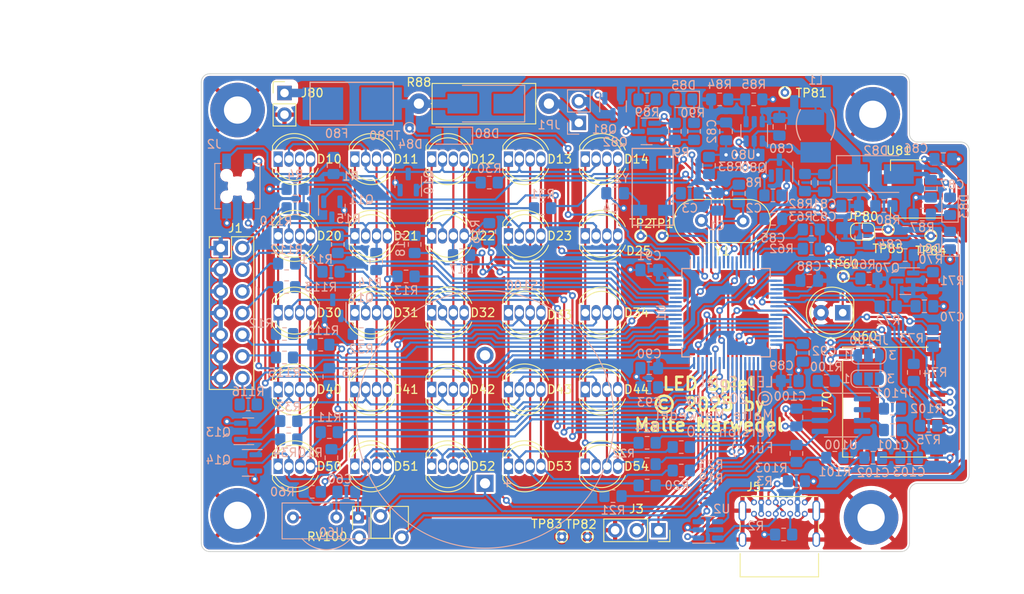
<source format=kicad_pcb>
(kicad_pcb (version 20211014) (generator pcbnew)
  (layers (0 "F.Cu" signal) (31 "B.Cu" signal) (34 "B.Paste" user) (35 "F.Paste" user) (36 "B.SilkS" user "B.Silkscreen") (37 "F.SilkS" user "F.Silkscreen") (38 "B.Mask" user) (39 "F.Mask" user) (44 "Edge.Cuts" user))
  (net 0 "")
  (net 1 "GND")
  (net 2 "Net-(C1-Pad2)")
  (net 3 "Net-(C2-Pad2)")
  (net 4 "Net-(C3-Pad2)")
  (net 5 "Net-(C4-Pad2)")
  (net 6 "Net-(C60-Pad1)")
  (net 7 "Net-(C70-Pad1)")
  (net 8 "/Vin")
  (net 9 "Net-(C81-Pad2)")
  (net 10 "+3.3V")
  (net 11 "VDDA")
  (net 12 "GNDA")
  (net 13 "Net-(C86-Pad1)")
  (net 14 "Net-(C87-Pad1)")
  (net 15 "Net-(C92-Pad1)")
  (net 16 "Net-(C93-Pad1)")
  (net 17 "Net-(C101-Pad1)")
  (net 18 "Net-(C102-Pad1)")
  (net 19 "Net-(C102-Pad2)")
  (net 20 "Net-(D10-Pad1)")
  (net 21 "Net-(D10-Pad2)")
  (net 22 "Net-(D10-Pad3)")
  (net 23 "Net-(D10-Pad4)")
  (net 24 "Net-(D11-Pad1)")
  (net 25 "Net-(D11-Pad3)")
  (net 26 "Net-(D11-Pad4)")
  (net 27 "Net-(D12-Pad1)")
  (net 28 "Net-(D12-Pad3)")
  (net 29 "Net-(D12-Pad4)")
  (net 30 "Net-(D13-Pad1)")
  (net 31 "Net-(D13-Pad3)")
  (net 32 "Net-(D13-Pad4)")
  (net 33 "Net-(D14-Pad1)")
  (net 34 "Net-(D14-Pad3)")
  (net 35 "Net-(D14-Pad4)")
  (net 36 "Net-(D20-Pad2)")
  (net 37 "Net-(D30-Pad2)")
  (net 38 "Net-(D40-Pad2)")
  (net 39 "Net-(D50-Pad2)")
  (net 40 "/Vbat")
  (net 41 "Net-(D81-Pad2)")
  (net 42 "Net-(D83-Pad1)")
  (net 43 "Net-(D84-Pad1)")
  (net 44 "Net-(D85-Pad1)")
  (net 45 "/Charge")
  (net 46 "/BatUnprot")
  (net 47 "Net-(J1-Pad2)")
  (net 48 "Net-(J1-Pad4)")
  (net 49 "Net-(J1-Pad6)")
  (net 50 "Net-(J1-Pad8)")
  (net 51 "Net-(J1-Pad10)")
  (net 52 "Net-(J1-Pad12)")
  (net 53 "Net-(J1-Pad14)")
  (net 54 "/Swdclk")
  (net 55 "/Swdio")
  (net 56 "Net-(J2-Pad4)")
  (net 57 "/Usart1BootTx")
  (net 58 "/Usart1BootRx")
  (net 59 "Net-(J5-PadA5)")
  (net 61 "Net-(J5-PadB5)")
  (net 64 "/SdCs")
  (net 65 "Net-(J70-Pad3)")
  (net 66 "Net-(J70-Pad5)")
  (net 67 "Net-(J70-Pad7)")
  (net 71 "Net-(JP1-Pad1)")
  (net 72 "Net-(JP1-Pad2)")
  (net 73 "/Tim2Ch4")
  (net 74 "Net-(JP100-Pad2)")
  (net 75 "/Dac1")
  (net 76 "Net-(JP101-Pad2)")
  (net 77 "Net-(L1-Pad2)")
  (net 78 "Net-(LS100-Pad1)")
  (net 79 "Net-(LS100-Pad2)")
  (net 80 "Net-(Q10-Pad1)")
  (net 81 "Net-(Q11-Pad1)")
  (net 82 "Net-(Q12-Pad1)")
  (net 83 "Net-(Q13-Pad1)")
  (net 84 "Net-(Q14-Pad1)")
  (net 85 "/LightIn")
  (net 86 "Net-(Q70-Pad1)")
  (net 87 "/PowerOff")
  (net 88 "Net-(Q81-Pad1)")
  (net 89 "Net-(R110-Pad1)")
  (net 90 "/Boot1")
  (net 91 "/B10")
  (net 92 "/G10")
  (net 93 "/R10")
  (net 94 "/B11")
  (net 95 "/G11")
  (net 96 "/R11")
  (net 97 "/B12")
  (net 98 "/G12")
  (net 99 "/R12")
  (net 100 "/B13")
  (net 101 "/G13")
  (net 102 "/R13")
  (net 103 "/B14")
  (net 104 "/G14")
  (net 105 "/R14")
  (net 106 "/Line1")
  (net 107 "/Line2")
  (net 108 "/Line3")
  (net 109 "/Line4")
  (net 110 "/Line5")
  (net 111 "Net-(R60-Pad2)")
  (net 112 "/LightOut2")
  (net 113 "/LightOut1")
  (net 114 "/SdOn")
  (net 115 "/Spi1Miso")
  (net 116 "/Spi1Mosi")
  (net 117 "/Spi1Sck")
  (net 118 "Net-(R84-Pad2)")
  (net 119 "Net-(R101-Pad2)")
  (net 120 "Net-(R111-Pad1)")
  (net 121 "Net-(R112-Pad1)")
  (net 122 "Net-(R113-Pad1)")
  (net 123 "Net-(R114-Pad1)")
  (net 124 "Net-(R115-Pad1)")
  (net 126 "/UsbDm")
  (net 127 "/UsbDp")
  (net 128 "Net-(U1-Pad53)")
  (net 130 "Net-(J5-PadA6)")
  (net 131 "Net-(J5-PadA7)")
  (footprint "LED_THT:LED_D5.0mm-4_RGB" (layer "F.Cu") (at 145 146)
    (fp_text reference "D54")
    (fp_text value "LED_RKGB")
  )
  (footprint "LED_THT:LED_D5.0mm-4_RGB" (layer "F.Cu") (at 118 137)
    (fp_text reference "D41")
    (fp_text value "LED_RKGB")
  )
  (footprint "LED_THT:LED_D5.0mm-4_RGB" (layer "F.Cu") (at 136 146)
    (fp_text reference "D53")
    (fp_text value "LED_RKGB")
  )
  (footprint "MountingHole:MountingHole_3.2mm_M3_Pad" (layer "F.Cu") (at 178.7 104.75)
    (fp_text reference "H2" hide)
    (fp_text value "MountingHole_Pad")
  )
  (footprint "TestPoint:TestPoint_THTPad_D1.0mm_Drill0.5mm" (layer "F.Cu") (at 168.4 102.2)
    (fp_text reference "TP81")
    (fp_text value "TestPoint")
  )
  (footprint "LED_THT:LED_D5.0mm-4_RGB" (layer "F.Cu") (at 136 128)
    (fp_text reference "D33")
    (fp_text value "LED_RKGB")
  )
  (footprint "LED_THT:LED_D5.0mm-4_RGB" (layer "F.Cu") (at 109 128)
    (fp_text reference "D30")
    (fp_text value "LED_RKGB")
  )
  (footprint "TestPoint:TestPoint_THTPad_D1.0mm_Drill0.5mm" (layer "F.Cu") (at 185.5 119)
    (fp_text reference "TP84")
    (fp_text value "TestPoint")
  )
  (footprint "LED_THT:LED_D5.0mm-4_RGB" (layer "F.Cu") (at 109 119)
    (fp_text reference "D20")
    (fp_text value "LED_RKGB")
  )
  (footprint "Connector_USB:USB_C_Receptacle_GCT_USB4085" (layer "F.Cu") (at 164.775 150.225)
    (fp_text reference "J5")
    (fp_text value "USB_C_Receptacle_USB2.0")
  )
  (footprint "LED_THT:LED_D5.0mm-4_RGB" (layer "F.Cu") (at 127 146)
    (fp_text reference "D52")
    (fp_text value "LED_RKGB")
  )
  (footprint "TestPoint:TestPoint_THTPad_D1.0mm_Drill0.5mm" (layer "F.Cu") (at 154 119)
    (fp_text reference "TP1")
    (fp_text value "TestPoint")
  )
  (footprint "TestPoint:TestPoint_THTPad_D1.0mm_Drill0.5mm" (layer "F.Cu") (at 180.5 118.25)
    (fp_text reference "TP85")
    (fp_text value "TestPoint")
  )
  (footprint "Potentiometer_THT:Potentiometer_Piher_PT-6-H_Horizontal" (layer "F.Cu") (at 118.5 154.325 90)
    (fp_text reference "RV100")
    (fp_text value "25kΩ")
  )
  (footprint "LED_THT:LED_D5.0mm-4_RGB" (layer "F.Cu") (at 109 146)
    (fp_text reference "D50")
    (fp_text value "LED_RKGB")
  )
  (footprint "TestPoint:TestPoint_THTPad_D1.0mm_Drill0.5mm" (layer "F.Cu") (at 145.25 154.25)
    (fp_text reference "TP82")
    (fp_text value "TestPoint")
  )
  (footprint "LED_THT:LED_D5.0mm-4_RGB" (layer "F.Cu") (at 127 137)
    (fp_text reference "D42")
    (fp_text value "LED_RKGB")
  )
  (footprint "LED_THT:LED_D5.0mm_Clear" (layer "F.Cu") (at 175.175 128 180)
    (fp_text reference "Q60")
    (fp_text value " SFH300-3/4")
  )
  (footprint "LED_THT:LED_D5.0mm-4_RGB" (layer "F.Cu") (at 136 119)
    (fp_text reference "D23")
    (fp_text value "LED_RKGB")
  )
  (footprint "LED_THT:LED_D5.0mm-4_RGB" (layer "F.Cu") (at 127 110)
    (fp_text reference "D12")
    (fp_text value "LED_RKGB")
  )
  (footprint "LED_THT:LED_D5.0mm-4_RGB" (layer "F.Cu") (at 136 110)
    (fp_text reference "D13")
    (fp_text value "LED_RKGB")
  )
  (footprint "LED_THT:LED_D5.0mm-4_RGB" (layer "F.Cu") (at 118 128)
    (fp_text reference "D31")
    (fp_text value "LED_RKGB")
  )
  (footprint "LED_THT:LED_D5.0mm-4_RGB" (layer "F.Cu") (at 127 119)
    (fp_text reference "D22")
    (fp_text value "LED_RKGB")
  )
  (footprint "LED_THT:LED_D5.0mm-4_RGB" (layer "F.Cu") (at 145 119)
    (fp_text reference "D25")
    (fp_text value "LED_RKGB")
  )
  (footprint "LED_THT:LED_D5.0mm-4_RGB" (layer "F.Cu") (at 127 128)
    (fp_text reference "D32")
    (fp_text value "LED_RKGB")
  )
  (footprint "LED_THT:LED_D5.0mm-4_RGB" (layer "F.Cu") (at 109 137)
    (fp_text reference "D40")
    (fp_text value "LED_RKGB")
  )
  (footprint "Jumper:SolderJumper-2_P1.3mm_Bridged_RoundedPad1.0x1.5mm" (layer "F.Cu") (at 177.5 118.5)
    (fp_text reference "JP80")
    (fp_text value "SolderJumper_2_Bridged")
  )
  (footprint "MountingHole:MountingHole_3.2mm_M3_Pad" (layer "F.Cu") (at 104.25 151.75)
    (fp_text reference "H3" hide)
    (fp_text value "MountingHole_Pad")
  )
  (footprint "LED_THT:LED_D5.0mm-4_RGB" (layer "F.Cu") (at 145 110)
    (fp_text reference "D14")
    (fp_text value "LED_RKGB")
  )
  (footprint "MountingHole:MountingHole_3.2mm_M3_Pad" (layer "F.Cu") (at 178.5 152)
    (fp_text reference "H4" hide)
    (fp_text value "MountingHole_Pad")
  )
  (footprint "TestPoint:TestPoint_THTPad_D1.0mm_Drill0.5mm" (layer "F.Cu") (at 142.25 154.25)
    (fp_text reference "TP83")
    (fp_text value "TestPoint")
  )
  (footprint "TestPoint:TestPoint_THTPad_D1.0mm_Drill0.5mm" (layer "F.Cu") (at 151.5 119)
    (fp_text reference "TP2")
    (fp_text value "TestPoint")
  )
  (footprint "LED_THT:LED_D5.0mm-4_RGB" (layer "F.Cu") (at 136 137)
    (fp_text reference "D43")
    (fp_text value "LED_RKGB")
  )
  (footprint "Connector_PinHeader_2.54mm:PinHeader_2x07_P2.54mm_Vertical" (layer "F.Cu") (at 102.275 120.425)
    (fp_text reference "J1")
    (fp_text value "Keys")
  )
  (footprint "Crystal:Crystal_HC49-U_Vertical" (layer "F.Cu") (at 163.5 117.25 180)
    (fp_text reference "Y1")
    (fp_text value "8MHz")
  )
  (footprint "Connector_PinHeader_2.54mm:PinHeader_1x02_P2.54mm_Vertical" (layer "F.Cu") (at 109.75 102.25)
    (fp_text reference "J80")
    (fp_text value "Battery")
  )
  (footprint "MountingHole:MountingHole_3.2mm_M3_Pad" (layer "F.Cu") (at 104.25 104.25)
    (fp_text reference "H1" hide)
    (fp_text value "MountingHole_Pad")
  )
  (footprint "Resistor_THT:R_Axial_DIN0414_L11.9mm_D4.5mm_P15.24mm_Horizontal" (layer "F.Cu") (at 125.5 103.5)
    (fp_text reference "R88")
    (fp_text value "12Ω")
  )
  (footprint "LED_THT:LED_D5.0mm-4_RGB" (layer "F.Cu") (at 118 119)
    (fp_text reference "D21")
    (fp_text value "LED_RKGB")
  )
  (footprint "LED_THT:LED_D5.0mm-4_RGB" (layer "F.Cu") (at 109 110)
    (fp_text reference "D10")
    (fp_text value "LED_RKGB")
  )
  (footprint "LED_THT:LED_D5.0mm-4_RGB" (layer "F.Cu") (at 118 110)
    (fp_text reference "D11")
    (fp_text value "LED_RKGB")
  )
  (footprint "LED_THT:LED_D5.0mm-4_RGB" (layer "F.Cu") (at 145 137)
    (fp_text reference "D44")
    (fp_text value "LED_RKGB")
  )
  (footprint "Connector_PinSocket_2.54mm:PinSocket_1x03_P2.54mm_Vertical" (layer "F.Cu") (at 153.58 153.5 -90)
    (fp_text reference "J3")
    (fp_text value "USART Debug")
  )
  (footprint "LED_THT:LED_D5.0mm-4_RGB" (layer "F.Cu") (at 118 146)
    (fp_text reference "D51")
    (fp_text value "LED_RKGB")
  )
  (footprint "LED_THT:LED_D5.0mm-4_RGB" (layer "F.Cu") (at 145 128)
    (fp_text reference "D34")
    (fp_text value "LED_RKGB")
  )
  (footprint "TestPoint:TestPoint_THTPad_D1.0mm_Drill0.5mm" (layer "F.Cu") (at 175.25 123.75)
    (fp_text reference "TP60")
    (fp_text value "TestPoint")
  )
  (footprint "Package_TO_SOT_SMD:SOT-223-5" (layer "F.Cu") (at 182.75 113.5 180)
    (fp_text reference "U81")
    (fp_text value "LP38693MP-3.3")
  )
  (footprint "Connector_Card:microSD_HC_Hirose_DM3D-SF" (layer "F.Cu") (at 180.95 138.48 90)
    (fp_text reference "J70")
    (fp_text value "Micro_SD_Card_Det")
  )
  (footprint "Inductor_SMD:L_1008_2520Metric_Pad1.43x2.20mm_HandSolder" (layer "B.Cu") (at 175.5 119.25 -90)
    (fp_text reference "L2")
    (fp_text value "1µH")
  )
  (footprint "Resistor_SMD:R_0805_2012Metric_Pad1.20x1.40mm_HandSolder" (layer "B.Cu") (at 156.25 146.5)
    (fp_text reference "R19")
    (fp_text value "470Ω")
  )
  (footprint "Resistor_SMD:R_0805_2012Metric_Pad1.20x1.40mm_HandSolder" (layer "B.Cu") (at 114 131.75 180)
    (fp_text reference "R114")
    (fp_text value "200Ω")
  )
  (footprint "Resistor_SMD:R_0805_2012Metric_Pad1.20x1.40mm_HandSolder" (layer "B.Cu") (at 115.5 110.75 -90)
    (fp_text reference "R1")
    (fp_text value "100kΩ")
  )
  (footprint "LED_SMD:LED_0805_2012Metric_Pad1.15x1.40mm_HandSolder" (layer "B.Cu") (at 156.525 103 180)
    (fp_text reference "D85")
    (fp_text value "LED")
  )
  (footprint "MalteFootprints2025:Crystal_MP03" (layer "B.Cu") (at 154.5 116 90)
    (fp_text reference "Y2")
    (fp_text value "32768Hz")
  )
  (footprint "Resistor_SMD:R_0805_2012Metric_Pad1.20x1.40mm_HandSolder" (layer "B.Cu") (at 180 115.5)
    (fp_text reference "R80")
    (fp_text value "100kΩ")
  )
  (footprint "Resistor_SMD:R_0805_2012Metric_Pad1.20x1.40mm_HandSolder" (layer "B.Cu") (at 152.25 145.75)
    (fp_text reference "R22")
    (fp_text value "470Ω")
  )
  (footprint "Resistor_SMD:R_0805_2012Metric_Pad1.20x1.40mm_HandSolder" (layer "B.Cu") (at 169.75 147.75 180)
    (fp_text reference "R3")
    (fp_text value "5.1kΩ")
  )
  (footprint "Capacitor_SMD:C_0805_2012Metric_Pad1.18x1.45mm_HandSolder" (layer "B.Cu") (at 181.0375 141.75)
    (fp_text reference "C101")
    (fp_text value "2.2µF")
  )
  (footprint "Resistor_SMD:R_0805_2012Metric_Pad1.20x1.40mm_HandSolder" (layer "B.Cu") (at 184.5 116.5 180)
    (fp_text reference "R87")
    (fp_text value "100kΩ")
  )
  (footprint "Capacitor_SMD:C_0805_2012Metric_Pad1.18x1.45mm_HandSolder" (layer "B.Cu") (at 160.5 115 -90)
    (fp_text reference "C1")
    (fp_text value "18nF")
  )
  (footprint "Resistor_SMD:R_0805_2012Metric_Pad1.20x1.40mm_HandSolder" (layer "B.Cu") (at 115.2 123.2 180)
    (fp_text reference "R111")
    (fp_text value "200Ω")
  )
  (footprint "OptoDevice:Vishay_CAST-3Pin" (layer "B.Cu") (at 118.37 152 180)
    (fp_text reference "U60")
    (fp_text value "TSOP312xx")
  )
  (footprint "Resistor_SMD:R_0805_2012Metric_Pad1.20x1.40mm_HandSolder" (layer "B.Cu") (at 118.75 130.5 180)
    (fp_text reference "R32")
    (fp_text value "200Ω")
  )
  (footprint "Resistor_SMD:R_0805_2012Metric_Pad1.20x1.40mm_HandSolder" (layer "B.Cu") (at 171.5 120.5)
    (fp_text reference "R62")
    (fp_text value "1kΩ")
  )
  (footprint "Capacitor_SMD:C_0805_2012Metric_Pad1.18x1.45mm_HandSolder" (layer "B.Cu") (at 161.5 106.75 -90)
    (fp_text reference "C82")
    (fp_text value "10µF")
  )
  (footprint "MalteFootprints2025:L_Fastron_PISG_Handsoldering" (layer "B.Cu") (at 172 105.98 90)
    (fp_text reference "L1")
    (fp_text value "4.7µH")
  )
  (footprint "Capacitor_SMD:C_0805_2012Metric_Pad1.18x1.45mm_HandSolder" (layer "B.Cu") (at 178.25 119 90)
    (fp_text reference "C84")
    (fp_text value "10µF")
  )
  (footprint "Resistor_SMD:R_0805_2012Metric_Pad1.20x1.40mm_HandSolder" (layer "B.Cu") (at 164.75 103)
    (fp_text reference "R85")
    (fp_text value "562kΩ")
  )
  (footprint "Capacitor_SMD:C_0805_2012Metric_Pad1.18x1.45mm_HandSolder" (layer "B.Cu") (at 185.5 113.4625 -90)
    (fp_text reference "C87")
    (fp_text value "2.2µF")
  )
  (footprint "Resistor_SMD:R_0805_2012Metric_Pad1.20x1.40mm_HandSolder" (layer "B.Cu") (at 110 125 180)
    (fp_text reference "R113")
    (fp_text value "200Ω")
  )
  (footprint "Capacitor_SMD:C_0805_2012Metric_Pad1.18x1.45mm_HandSolder" (layer "B.Cu") (at 117 149)
    (fp_text reference "C60")
    (fp_text value "2.2µF")
  )
  (footprint "Resistor_SMD:R_0805_2012Metric_Pad1.20x1.40mm_HandSolder" (layer "B.Cu") (at 110 122.25 180)
    (fp_text reference "R112")
    (fp_text value "200Ω")
  )
  (footprint "Capacitor_SMD:C_0805_2012Metric_Pad1.18x1.45mm_HandSolder" (layer "B.Cu") (at 170.5 132.7125 -90)
    (fp_text reference "C92")
    (fp_text value "2.2µF")
  )
  (footprint "Capacitor_SMD:C_0805_2012Metric_Pad1.18x1.45mm_HandSolder" (layer "B.Cu") (at 157.25 114 180)
    (fp_text reference "C3")
    (fp_text value "2.2nF")
  )
  (footprint "Capacitor_SMD:C_0805_2012Metric_Pad1.18x1.45mm_HandSolder" (layer "B.Cu") (at 178.75 145 180)
    (fp_text reference "C102")
    (fp_text value "2.2µF")
  )
  (footprint "Capacitor_SMD:C_0805_2012Metric_Pad1.18x1.45mm_HandSolder" (layer "B.Cu") (at 184.75 127.25)
    (fp_text reference "C70")
    (fp_text value "2.2µF")
  )
  (footprint "Resistor_SMD:R_0805_2012Metric_Pad1.20x1.40mm_HandSolder" (layer "B.Cu") (at 185.75 124.25 -90)
    (fp_text reference "R71")
    (fp_text value "330kΩ")
  )
  (footprint "Resistor_SMD:R_0805_2012Metric_Pad1.20x1.40mm_HandSolder" (layer "B.Cu") (at 125 120 -90)
    (fp_text reference "R18")
    (fp_text value "560Ω")
  )
  (footprint "Capacitor_SMD:C_0805_2012Metric_Pad1.18x1.45mm_HandSolder" (layer "B.Cu") (at 168.9625 136)
    (fp_text reference "C89")
    (fp_text value "100nF")
  )
  (footprint "Capacitor_SMD:C_0805_2012Metric_Pad1.18x1.45mm_HandSolder" (layer "B.Cu") (at 186.9625 110)
    (fp_text reference "C86")
    (fp_text value "2.2µF")
  )
  (footprint "Resistor_SMD:R_0805_2012Metric_Pad1.20x1.40mm_HandSolder" (layer "B.Cu") (at 169.75 144.5 90)
    (fp_text reference "R103")
    (fp_text value "25kΩ")
  )
  (footprint "Capacitor_SMD:C_0805_2012Metric_Pad1.18x1.45mm_HandSolder" (layer "B.Cu") (at 169.75 140.2875 90)
    (fp_text reference "C100")
    (fp_text value "100nF")
  )
  (footprint "Resistor_SMD:R_0805_2012Metric_Pad1.20x1.40mm_HandSolder" (layer "B.Cu") (at 168.25 154)
    (fp_text reference "R2")
    (fp_text value "5.1kΩ")
  )
  (footprint "Resistor_SMD:R_0805_2012Metric_Pad1.20x1.40mm_HandSolder" (layer "B.Cu") (at 105.5 138.75 180)
    (fp_text reference "R116")
    (fp_text value "200Ω")
  )
  (footprint "Diode_SMD:D_SMB_Handsoldering" (layer "B.Cu") (at 133.3 103.5 180)
    (fp_text reference "D80")
    (fp_text value "SK14")
  )
  (footprint "Diode_SMD:D_SMB_Handsoldering" (layer "B.Cu") (at 179.05 111.75)
    (fp_text reference "D82")
    (fp_text value "SK14")
  )
  (footprint "TestPoint:TestPoint_THTPad_D1.0mm_Drill0.5mm" (layer "B.Cu") (at 124.4 106.4 180)
    (fp_text reference "TP80")
    (fp_text value "TestPoint")
  )
  (footprint "Package_TO_SOT_SMD:SOT-23-6" (layer "B.Cu") (at 164.8 106.75 90)
    (fp_text reference "U80")
    (fp_text value "MCP1640CH")
  )
  (footprint "Resistor_SMD:R_0805_2012Metric_Pad1.20x1.40mm_HandSolder" (layer "B.Cu") (at 140 115.75 180)
    (fp_text reference "R31")
    (fp_text value "200Ω")
  )
  (footprint "Resistor_SMD:R_0805_2012Metric_Pad1.20x1.40mm_HandSolder" (layer "B.Cu") (at 152.25 143.25)
    (fp_text reference "R24")
    (fp_text value "560Ω")
  )
  (footprint "Resistor_SMD:R_0805_2012Metric_Pad1.20x1.40mm_HandSolder" (layer "B.Cu") (at 152.25 148.25)
    (fp_text reference "R20")
    (fp_text value "4.7kΩ")
  )
  (footprint "Resistor_SMD:R_0805_2012Metric_Pad1.20x1.40mm_HandSolder" (layer "B.Cu") (at 173.25 136 180)
    (fp_text reference "R100")
    (fp_text value "330kΩ")
  )
  (footprint "Capacitor_SMD:C_0805_2012Metric_Pad1.18x1.45mm_HandSolder" (layer "B.Cu") (at 171.25 124.25 180)
    (fp_text reference "C88")
    (fp_text value "100nF")
  )
  (footprint "Resistor_SMD:R_0805_2012Metric_Pad1.20x1.40mm_HandSolder" (layer "B.Cu") (at 183.5 135 -90)
    (fp_text reference "R74")
    (fp_text value "47Ω")
  )
  (footprint "Package_TO_SOT_SMD:SOT-23" (layer "B.Cu") (at 182.5 124.3 180)
    (fp_text reference "Q70")
    (fp_text value "IRLML6402")
  )
  (footprint "Capacitor_SMD:C_0805_2012Metric_Pad1.18x1.45mm_HandSolder" (layer "B.Cu") (at 182.9625 145)
    (fp_text reference "C103")
    (fp_text value "18nF")
  )
  (footprint "Capacitor_SMD:C_0805_2012Metric_Pad1.18x1.45mm_HandSolder" (layer "B.Cu") (at 163 114.0375 -90)
    (fp_text reference "C2")
    (fp_text value "18nF")
  )
  (footprint "MalteFootprints2025:SFM_OMNI-BLOK_Handsolder" (layer "B.Cu") (at 114.5 103.5)
    (fp_text reference "F80")
    (fp_text value "250mA")
  )
  (footprint "Resistor_SMD:R_0805_2012Metric_Pad1.20x1.40mm_HandSolder" (layer "B.Cu") (at 180.5 127.25)
    (fp_text reference "R72")
    (fp_text value "56kΩ")
  )
  (footprint "Connector_PinHeader_2.54mm:PinHeader_1x02_P2.54mm_Vertical" (layer "B.Cu") (at 144.25 105.75)
    (fp_text reference "JP1")
    (fp_text value "Recharge")
  )
  (footprint "Diode_SMD:D_MiniMELF" (layer "B.Cu") (at 129.25 107.25 180)
    (fp_text reference "D84")
    (fp_text value "BAS32L")
  )
  (footprint "Resistor_SMD:R_0805_2012Metric_Pad1.20x1.40mm_HandSolder" (layer "B.Cu") (at 182.5 121.25)
    (fp_text reference "R70")
    (fp_text value "200Ω")
  )
  (footprint "Package_TO_SOT_SMD:SOT-23" (layer "B.Cu") (at 152.1875 106.75 180)
    (fp_text reference "Q82")
    (fp_text value "BSS138")
  )
  (footprint "Resistor_SMD:R_0805_2012Metric_Pad1.20x1.40mm_HandSolder" (layer "B.Cu") (at 110.25 142.85 180)
    (fp_text reference "R34")
    (fp_text value "200Ω")
  )
  (footprint "Resistor_SMD:R_0805_2012Metric_Pad1.20x1.40mm_HandSolder" (layer "B.Cu") (at 115 135.5 -90)
    (fp_text reference "R5")
    (fp_text value "330kΩ")
  )
  (footprint "Resistor_SMD:R_0805_2012Metric_Pad1.20x1.40mm_HandSolder" (layer "B.Cu") (at 181 139.25)
    (fp_text reference "R102")
    (fp_text value "200Ω")
  )
  (footprint "Capacitor_SMD:C_0805_2012Metric_Pad1.18x1.45mm_HandSolder" (layer "B.Cu") (at 152.5 134.5 180)
    (fp_text reference "C90")
    (fp_text value "100nF")
  )
  (footprint "Resistor_SMD:R_0805_2012Metric_Pad1.20x1.40mm_HandSolder" (layer "B.Cu") (at 115 142)
    (fp_text reference "R11")
    (fp_text value "4.7kΩ")
  )
  (footprint "Resistor_SMD:R_0805_2012Metric_Pad1.20x1.40mm_HandSolder" (layer "B.Cu") (at 155.5 106.75 -90)
    (fp_text reference "R9")
    (fp_text value "330kΩ")
  )
  (footprint "Package_TO_SOT_SMD:SOT-23" (layer "B.Cu") (at 105.45 145.6 180)
    (fp_text reference "Q14")
    (fp_text value "BSS138")
  )
  (footprint "Resistor_SMD:R_0805_2012Metric_Pad1.20x1.40mm_HandSolder" (layer "B.Cu") (at 174.25 145)
    (fp_text reference "R101")
    (fp_text value "56kΩ")
  )
  (footprint "Jumper:SolderJumper-3_P1.3mm_Open_RoundedPad1.0x1.5mm_NumberLabels" (layer "B.Cu") (at 178.2 133)
    (fp_text reference "JP100")
    (fp_text value "AudioEnable")
  )
  (footprint "Resistor_SMD:R_0805_2012Metric_Pad1.20x1.40mm_HandSolder" (layer "B.Cu") (at 185.75 131 -90)
    (fp_text reference "R73")
    (fp_text value "47Ω")
  )
  (footprint "Resistor_SMD:R_0805_2012Metric_Pad1.20x1.40mm_HandSolder" (layer "B.Cu") (at 109.75 133.25 180)
    (fp_text reference "R115")
    (fp_text value "200Ω")
  )
  (footprint "Resistor_SMD:R_0805_2012Metric_Pad1.20x1.40mm_HandSolder" (layer "B.Cu") (at 124 123.75)
    (fp_text reference "R13")
    (fp_text value "470Ω")
  )
  (footprint "Resistor_SMD:R_0805_2012Metric_Pad1.20x1.40mm_HandSolder" (layer "B.Cu") (at 167 114.25)
    (fp_text reference "R8")
    (fp_text value "330kΩ")
  )
  (footprint "Package_TO_SOT_SMD:SOT-23-6" (layer "B.Cu") (at 159.3875 153.45)
    (fp_text reference "U2")
    (fp_text value "USBLC6-2SC6")
  )
  (footprint "MalteFootprints2025:Buzzer_D30mm_H11mm_P15mm" (layer "B.Cu") (at 133.25 148 90)
    (fp_text reference "LS100")
    (fp_text value "Speaker")
  )
  (footprint "Package_TO_SOT_SMD:SOT-23" (layer "B.Cu") (at 148.25 103.8125 -90)
    (fp_text reference "Q81")
    (fp_text value "IRLML6402")
  )
  (footprint "Resistor_SMD:R_0805_2012Metric_Pad1.20x1.40mm_HandSolder" (layer "B.Cu") (at 133.75 118.5 -90)
    (fp_text reference "R16")
    (fp_text value "470Ω")
  )
  (footprint "Capacitor_SMD:C_0805_2012Metric_Pad1.18x1.45mm_HandSolder" (layer "B.Cu") (at 152.5 136.75 180)
    (fp_text reference "C93")
    (fp_text value "2.2µF")
  )
  (footprint "LED_SMD:LED_0805_2012Metric_Pad1.15x1.40mm_HandSolder" (layer "B.Cu") (at 187.75 119.525 90)
    (fp_text reference "D81")
    (fp_text value "LED")
  )
  (footprint "Capacitor_SMD:C_0805_2012Metric_Pad1.18x1.45mm_HandSolder" (layer "B.Cu") (at 167.75 106.2125 -90)
    (fp_text reference "C80")
    (fp_text value "10µF")
  )
  (footprint "Resistor_SMD:R_0805_2012Metric_Pad1.20x1.40mm_HandSolder" (layer "B.Cu") (at 170.75 112.75 -90)
    (fp_text reference "R82")
    (fp_text value "330kΩ")
  )
  (footprint "Resistor_SMD:R_0805_2012Metric_Pad1.20x1.40mm_HandSolder" (layer "B.Cu") (at 159.5 110.75 90)
    (fp_text reference "R83")
    (fp_text value "330kΩ")
  )
  (footprint "Package_TO_SOT_SMD:SOT-23" (layer "B.Cu") (at 115.4 127.4375 90)
    (fp_text reference "Q12")
    (fp_text value "BSS138")
  )
  (footprint "MalteFootprints2025:LQFP-64_10x10mm_P0.5mm_Handsoldering" (layer "B.Cu") (at 161.5 128 -90)
    (fp_text reference "U1")
    (fp_text value "STM32F405RGTx")
  )
  (footprint "Resistor_SMD:R_0805_2012Metric_Pad1.20x1.40mm_HandSolder" (layer "B.Cu") (at 116 120 -90)
    (fp_text reference "R15")
    (fp_text value "560Ω")
  )
  (footprint "Package_TO_SOT_SMD:SOT-23" (layer "B.Cu") (at 167.75 111 90)
    (fp_text reference "Q80")
    (fp_text value "BSS138")
  )
  (footprint "Resistor_SMD:R_0805_2012Metric_Pad1.20x1.40mm_HandSolder" (layer "B.Cu") (at 110.25 140.7 180)
    (fp_text reference "R33")
    (fp_text value "200Ω")
  )
  (footprint "Resistor_SMD:R_0805_2012Metric_Pad1.20x1.40mm_HandSolder" (layer "B.Cu") (at 111 115.75 180)
    (fp_text reference "R110")
    (fp_text value "200Ω")
  )
  (footprint "Capacitor_SMD:C_0805_2012Metric_Pad1.18x1.45mm_HandSolder" (layer "B.Cu") (at 152.5 123 180)
    (fp_text reference "C91")
    (fp_text value "100nF")
  )
  (footprint "Package_SO:SOIC-8_3.9x4.9mm_P1.27mm" (layer "B.Cu") (at 174.975 140 180)
    (fp_text reference "U100")
    (fp_text value "LM4861")
  )
  (footprint "Resistor_SMD:R_0805_2012Metric_Pad1.20x1.40mm_HandSolder" (layer "B.Cu") (at 133.75 112.75 180)
    (fp_text reference "R30")
    (fp_text value "200Ω")
  )
  (footprint "LED_SMD:LED_0805_2012Metric_Pad1.15x1.40mm_HandSolder" (layer "B.Cu") (at 187.75 115.525 90)
    (fp_text reference "D83")
    (fp_text value "LED")
  )
  (footprint "Capacitor_SMD:C_0805_2012Metric_Pad1.18x1.45mm_HandSolder" (layer "B.Cu") (at 148.5 114)
    (fp_text reference "C4")
    (fp_text value "2.2nF")
  )
  (footprint "Package_TO_SOT_SMD:SOT-23" (layer "B.Cu") (at 105.5 141.9)
    (fp_text reference "Q13")
    (fp_text value "BSS138")
  )
  (footprint "Resistor_SMD:R_0805_2012Metric_Pad1.20x1.40mm_HandSolder" (layer "B.Cu") (at 120.5 122 -90)
    (fp_text reference "R14")
    (fp_text value "4.7kΩ")
  )
  (footprint "Package_TO_SOT_SMD:SOT-23" (layer "B.Cu") (at 115.3 115.9375 -90)
    (fp_text reference "Q11")
    (fp_text value "BSS138")
  )
  (footprint "Capacitor_SMD:C_0805_2012Metric_Pad1.18x1.45mm_HandSolder" (layer "B.Cu") (at 176.0375 115.5 180)
    (fp_text reference "C83")
    (fp_text value "10µF")
  )
  (footprint "Jumper:SolderJumper-3_P1.3mm_Open_RoundedPad1.0x1.5mm_NumberLabels" (layer "B.Cu") (at 178.2 135.75)
    (fp_text reference "JP101")
    (fp_text value "AudioData")
  )
  (footprint "Resistor_SMD:R_0805_2012Metric_Pad1.20x1.40mm_HandSolder" (layer "B.Cu") (at 171.5 118.25)
    (fp_text reference "R63")
    (fp_text value "56kΩ")
  )
  (footprint "Capacitor_SMD:C_0805_2012Metric_Pad1.18x1.45mm_HandSolder" (layer "B.Cu") (at 173 112.7875 -90)
    (fp_text reference "C81")
    (fp_text value "2.2µF")
  )
  (footprint "Resistor_SMD:R_0805_2012Metric_Pad1.20x1.40mm_HandSolder" (layer "B.Cu") (at 148.25 149.5)
    (fp_text reference "R21")
    (fp_text value "560Ω")
  )
  (footprint "Resistor_SMD:R_0805_2012Metric_Pad1.20x1.40mm_HandSolder" (layer "B.Cu") (at 109.75 130.5)
    (fp_text reference "R12")
    (fp_text value "560Ω")
  )
  (footprint "Resistor_SMD:R_0805_2012Metric_Pad1.20x1.40mm_HandSolder" (layer "B.Cu") (at 152.25 103)
    (fp_text reference "R89")
    (fp_text value "330kΩ")
  )
  (footprint "Resistor_SMD:R_0805_2012Metric_Pad1.20x1.40mm_HandSolder" (layer "B.Cu") (at 113 149)
    (fp_text reference "R60")
    (fp_text value "200Ω")
  )
  (footprint "Capacitor_SMD:C_0805_2012Metric_Pad1.18x1.45mm_HandSolder" (layer "B.Cu") (at 167.0375 117 180)
    (fp_text reference "C85")
    (fp_text value "100nF")
  )
  (footprint "Resistor_SMD:R_0805_2012Metric_Pad1.20x1.40mm_HandSolder" (layer "B.Cu") (at 160.75 103)
    (fp_text reference "R84")
    (fp_text value "976kΩ")
  )
  (footprint "Connector_Harwin:Harwin_M20-7810245_2x02_P2.54mm_Vertical" (layer "B.Cu") (at 104.23 113.16 90)
    (fp_text reference "J2")
    (fp_text value "SWD Debug")
  )
  (footprint "Resistor_SMD:R_0805_2012Metric_Pad1.20x1.40mm_HandSolder" (layer "B.Cu") (at 178.25 124 180)
    (fp_text reference "R61")
    (fp_text value "976kΩ")
  )
  (footprint "Package_TO_SOT_SMD:SOT-23" (layer "B.Cu") (at 124.25 112.6875 90)
    (fp_text reference "Q10")
    (fp_text value "BSS138")
  )
  (footprint "Resistor_SMD:R_0805_2012Metric_Pad1.20x1.40mm_HandSolder" (layer "B.Cu") (at 157.75 106.75 -90)
    (fp_text reference "R90")
    (fp_text value "4.7kΩ")
  )
  (footprint "Resistor_SMD:R_0805_2012Metric_Pad1.20x1.40mm_HandSolder" (layer "B.Cu") (at 130.5 121.25)
    (fp_text reference "R17")
    (fp_text value "4.7kΩ")
  )
  (footprint "Resistor_SMD:R_0805_2012Metric_Pad1.20x1.40mm_HandSolder" (layer "B.Cu") (at 156.25 143.75)
    (fp_text reference "R23")
    (fp_text value "4.7kΩ")
  )
  (footprint "Resistor_SMD:R_0805_2012Metric_Pad1.20x1.40mm_HandSolder" (layer "B.Cu") (at 115.25 145 90)
    (fp_text reference "R10")
    (fp_text value "470Ω")
  )
  (footprint "Resistor_SMD:R_0805_2012Metric_Pad1.20x1.40mm_HandSolder" (layer "B.Cu") (at 111 113.5 180)
    (fp_text reference "R4")
    (fp_text value "330kΩ")
  )
  (footprint "Resistor_SMD:R_0805_2012Metric_Pad1.20x1.40mm_HandSolder" (layer "B.Cu") (at 185.25 141.25)
    (fp_text reference "R75")
    (fp_text value "47Ω")
  )
  (gr_line (start 190 109) (end 190 147) (layer "Edge.Cuts") (width 0.1))
  (gr_line (start 189 148) (end 184 148) (layer "Edge.Cuts") (width 0.1))
  (gr_arc (start 190 147) (mid 189.712678 147.712678) (end 189 148) (layer "Edge.Cuts") (width 0.1))
  (gr_line (start 184 108) (end 189 108) (layer "Edge.Cuts") (width 0.1))
  (gr_line (start 101 100) (end 182 100) (layer "Edge.Cuts") (width 0.1))
  (gr_arc (start 183 149) (mid 183.287321 148.287321) (end 184 148) (layer "Edge.Cuts") (width 0.1))
  (gr_arc (start 100 101) (mid 100.286452 100.286452) (end 101 100) (layer "Edge.Cuts") (width 0.1))
  (gr_line (start 183 101) (end 183 107) (layer "Edge.Cuts") (width 0.1))
  (gr_arc (start 184 108) (mid 183.287321 107.712679) (end 183 107) (layer "Edge.Cuts") (width 0.1))
  (gr_arc (start 182 100) (mid 182.71354 100.28646) (end 183 101) (layer "Edge.Cuts") (width 0.1))
  (gr_line (start 100 155) (end 100 101) (layer "Edge.Cuts") (width 0.1))
  (gr_arc (start 101 156) (mid 100.28732 155.71268) (end 100 155) (layer "Edge.Cuts") (width 0.1))
  (gr_line (start 183 155) (end 183 149) (layer "Edge.Cuts") (width 0.1))
  (gr_arc (start 183 155) (mid 182.712679 155.712679) (end 182 156) (layer "Edge.Cuts") (width 0.1))
  (gr_arc (start 189 108) (mid 189.712679 108.287321) (end 190 109) (layer "Edge.Cuts") (width 0.1))
  (gr_line (start 101 156) (end 182 156) (layer "Edge.Cuts") (width 0.1))
  (gr_text "Für :)" (at 132.75 154) (layer "F.Cu") (effects (font (size 1.7 1.7) (thickness 0.3))))
  (gr_text "LED Spiel\n© 2025 by\nMalte Marwedel\nVersion 1.0\nFür :)" (at 167.2 140) (layer "B.SilkS") (effects (font (size 1.2 1.2)) (justify left mirror)))
  (gr_text "LED Spiel\n© 2025 by\nMalte Marwedel" (at 159.5 138.75) (layer "F.SilkS") (effects (font (size 1.5 1.5) (thickness 0.3))))
  (via (at 170 134.75) (size 0.8) (drill 0.4) (layers "F.Cu" "B.Cu") (net 1))
  (via (at 187.75 121.75) (size 0.8) (drill 0.4) (layers "F.Cu" "B.Cu") (net 1))
  (via (at 151 135.5) (size 0.8) (drill 0.4) (layers "F.Cu" "B.Cu") (net 1))
  (via (at 161.5 109.5) (size 0.8) (drill 0.4) (layers "F.Cu" "B.Cu") (net 1))
  (via (at 149.5 115.75) (size 0.8) (drill 0.4) (layers "F.Cu" "B.Cu") (net 1))
  (via (at 187 127.25) (size 0.8) (drill 0.4) (layers "F.Cu" "B.Cu") (net 1))
  (via (at 166 154) (size 0.8) (drill 0.4) (layers "F.Cu" "B.Cu") (net 1))
  (via (at 103 140.75) (size 0.8) (drill 0.4) (layers "F.Cu" "B.Cu") (net 1))
  (via (at 150.297655 122.952345) (size 0.8) (drill 0.4) (layers "F.Cu" "B.Cu") (net 1))
  (via (at 165.25 109.5) (size 0.8) (drill 0.4) (layers "F.Cu" "B.Cu") (net 1))
  (via (at 108 113.5) (size 0.8) (drill 0.4) (layers "F.Cu" "B.Cu") (net 1))
  (via (at 167 103) (size 0.8) (drill 0.4) (layers "F.Cu" "B.Cu") (net 1))
  (via (at 188.75 110) (size 0.8) (drill 0.4) (layers "F.Cu" "B.Cu") (net 1))
  (via (at 171.75 147.75) (size 0.8) (drill 0.4) (layers "F.Cu" "B.Cu") (net 1))
  (via (at 157 153.177594) (size 0.8) (drill 0.4) (layers "F.Cu" "B.Cu") (net 1))
  (via (at 103 117.5) (size 0.8) (drill 0.4) (layers "F.Cu" "B.Cu") (net 1))
  (via (at 114.45 129.45) (size 0.8) (drill 0.4) (layers "F.Cu" "B.Cu") (net 1))
  (via (at 183.75 114.5) (size 0.8) (drill 0.4) (layers "F.Cu" "B.Cu") (net 1))
  (via (at 122.75 112.75) (size 0.8) (drill 0.4) (layers "F.Cu" "B.Cu") (net 1))
  (via (at 106.25 147.5) (size 0.8) (drill 0.4) (layers "F.Cu" "B.Cu") (net 1))
  (via (at 161.5375 113.9625) (size 0.8) (drill 0.4) (layers "F.Cu" "B.Cu") (net 1))
  (via (at 115 137.7255) (size 0.8) (drill 0.4) (layers "F.Cu" "B.Cu") (net 1))
  (via (at 162.75 109.5) (size 0.8) (drill 0.4) (layers "F.Cu" "B.Cu") (net 1))
  (via (at 154 107.75) (size 0.8) (drill 0.4) (layers "F.Cu" "B.Cu") (net 1))
  (via (at 171 123.0245) (size 0.8) (drill 0.4) (layers "F.Cu" "B.Cu") (net 1))
  (via (at 174 115.5) (size 0.8) (drill 0.4) (layers "F.Cu" "B.Cu") (net 1))
  (via (at 116.75 116) (size 0.8) (drill 0.4) (layers "F.Cu" "B.Cu") (net 1))
  (via (at 166 112) (size 0.8) (drill 0.4) (layers "F.Cu" "B.Cu") (net 1))
  (segment (start 188 110) (end 188.75 110) (width 0.25) (layer "B.Cu") (net 1))
  (segment (start 187.75 120.55) (end 187.75 121.75) (width 0.25) (layer "B.Cu") (net 1))
  (segment (start 161.5 109.5) (end 159.75 109.5) (width 0.25) (layer "B.Cu") (net 1))
  (segment (start 159.75 109.5) (end 159.5 109.75) (width 0.25) (layer "B.Cu") (net 1))
  (segment (start 106.3875 146.55) (end 106.3875 147.3625) (width 0.25) (layer "B.Cu") (net 1))
  (segment (start 102.96 117.46) (end 103 117.5) (width 0.25) (layer "B.Cu") (net 1))
  (segment (start 150.297655 122.952345) (end 150.34531 123) (width 0.25) (layer "B.Cu") (net 1))
  (segment (start 158.25 153.45) (end 157.272406 153.45) (width 0.25) (layer "B.Cu") (net 1))
  (segment (start 166.8 111.9375) (end 166.0625 111.9375) (width 0.25) (layer "B.Cu") (net 1))
  (segment (start 151.4625 135.0375) (end 151 135.5) (width 0.25) (layer "B.Cu") (net 1))
  (segment (start 158.2875 114) (end 160.4625 114) (width 0.25) (layer "B.Cu") (net 1))
  (segment (start 170.75 147.75) (end 171.75 147.75) (width 0.25) (layer "B.Cu") (net 1))
  (segment (start 102.96 116.07) (end 102.96 117.46) (width 0.25) (layer "B.Cu") (net 1))
  (segment (start 183.5 114.75) (end 183.5 116.5) (width 0.25) (layer "B.Cu") (net 1))
  (segment (start 106.3875 147.3625) (end 106.25 147.5) (width 0.25) (layer "B.Cu") (net 1))
  (segment (start 161.5375 113.9625) (end 160.5 113.9625) (width 0.25) (layer "B.Cu") (net 1))
  (segment (start 167.75 106.75) (end 165.25 106.75) (width 0.25) (layer "B.Cu") (net 1))
  (segment (start 116.25 115.5) (end 116.75 116) (width 0.25) (layer "B.Cu") (net 1))
  (segment (start 110 113.5) (end 108 113.5) (width 0.25) (layer "B.Cu") (net 1))
  (segment (start 151.4625 136.75) (end 151.4625 135.9625) (width 0.25) (layer "B.Cu") (net 1))
  (segment (start 166 154) (end 167.25 154) (width 0.25) (layer "B.Cu") (net 1))
  (segment (start 155.6 124.75) (end 153.2125 124.75) (width 0.25) (layer "B.Cu") (net 1))
  (segment (start 165.25 106.75) (end 164.8 107.2) (width 0.25) (layer "B.Cu") (net 1))
  (segment (start 154 107.75) (end 155.3875 107.75) (width 0.25) (layer "B.Cu") (net 1))
  (segment (start 103.2 140.95) (end 103 140.75) (width 0.25) (layer "B.Cu") (net 1))
  (segment (start 167 103) (end 166.25 103) (width 0.25) (layer "B.Cu") (net 1))
  (segment (start 155.3875 107.75) (end 155.4375 107.7) (width 0.25) (layer "B.Cu") (net 1))
  (segment (start 118.37 152) (end 118.37 149.3325) (width 0.25) (layer "B.Cu") (net 1))
  (segment (start 170.2125 124.25) (end 170.2125 123.812) (width 0.25) (layer "B.Cu") (net 1))
  (segment (start 169.7125 124.75) (end 170.2125 124.25) (width 0.25) (layer "B.Cu") (net 1))
  (segment (start 170 136) (end 170 134.25) (width 0.25) (layer "B.Cu") (net 1))
  (segment (start 155.75 107.75) (end 154 107.75) (width 0.25) (layer "B.Cu") (net 1))
  (segment (start 157.75 107.75) (end 155.5 107.75) (width 0.25) (layer "B.Cu") (net 1))
  (segment (start 104.5625 140.95) (end 103.2 140.95) (width 0.25) (layer "B.Cu") (net 1))
  (segment (start 123.3 113.3) (end 122.75 112.75) (width 0.25) (layer "B.Cu") (net 1))
  (segment (start 160.4625 114) (end 160.5 113.9625) (width 0.25) (layer "B.Cu") (net 1))
  (segment (start 157.272406 153.45) (end 157 153.177594) (width 0.25) (layer "B.Cu") (net 1))
  (segment (start 147.4625 114) (end 149.2125 115.75) (width 0.25) (layer "B.Cu") (net 1))
  (segment (start 166.0625 111.9375) (end 166 112) (width 0.25) (layer "B.Cu") (net 1))
  (segment (start 123.3 113.625) (end 123.3 113.3) (width 0.25) (layer "B.Cu") (net 1))
  (segment (start 149.2125 115.75) (end 149.5 115.75) (width 0.25) (layer "B.Cu") (net 1))
  (segment (start 114.45 129.45) (end 114.45 128.375) (width 0.25) (layer "B.Cu") (net 1))
  (segment (start 167.4 124.75) (end 169.7125 124.75) (width 0.25) (layer "B.Cu") (net 1))
  (segment (start 170.2125 123.812) (end 171 123.0245) (width 0.25) (layer "B.Cu") (net 1))
  (segment (start 153.2125 124.75) (end 151.4625 123) (width 0.25) (layer "B.Cu") (net 1))
  (segment (start 115 136.5) (end 115 137.7255) (width 0.25) (layer "B.Cu") (net 1))
  (segment (start 151.4625 134.5) (end 151.4625 135.0375) (width 0.25) (layer "B.Cu") (net 1))
  (segment (start 187 127.25) (end 185.7875 127.25) (width 0.25) (layer "B.Cu") (net 1))
  (segment (start 162.5 113) (end 161.5375 113.9625) (width 0.25) (layer "B.Cu") (net 1))
  (segment (start 151.4625 135.9625) (end 151 135.5) (width 0.25) (layer "B.Cu") (net 1))
  (segment (start 118.37 149.3325) (end 118.0375 149) (width 0.25) (layer "B.Cu") (net 1))
  (segment (start 150.34531 123) (end 151.4625 123) (width 0.25) (layer "B.Cu") (net 1))
  (segment (start 166 114.25) (end 166 112) (width 0.25) (layer "B.Cu") (net 1))
  (segment (start 185.5 114.5) (end 183.75 114.5) (width 0.5) (layer "B.Cu") (net 1))
  (segment (start 183.75 114.5) (end 183.5 114.75) (width 0.25) (layer "B.Cu") (net 1))
  (segment (start 116.25 115) (end 116.25 115.5) (width 0.25) (layer "B.Cu") (net 1))
  (segment (start 163 113) (end 162.5 113) (width 0.25) (layer "B.Cu") (net 1))
  (segment (start 174 115.5) (end 175 115.5) (width 0.25) (layer "B.Cu") (net 1))
  (segment (start 164.8 107.2) (end 164.8 107.8875) (width 0.25) (layer "B.Cu") (net 1))
  (segment (start 170 134.25) (end 170.5 133.75) (width 0.25) (layer "B.Cu") (net 1))
  (segment (start 159.75 122.1) (end 159.75 118.25) (width 0.25) (layer "B.Cu") (net 2))
  (segment (start 160.5 116.0375) (end 159.7725 116.0375) (width 0.25) (layer "B.Cu") (net 2))
  (segment (start 159.75 118.25) (end 158.69 117.19) (width 0.25) (layer "B.Cu") (net 2))
  (segment (start 159.7725 116.0375) (end 158.62 117.19) (width 0.25) (layer "B.Cu") (net 2))
  (segment (start 160.25 122.1) (end 160.25 118.25) (width 0.25) (layer "B.Cu") (net 3))
  (segment (start 163.5 117.25) (end 161.25 117.25) (width 0.25) (layer "B.Cu") (net 3))
  (segment (start 163.5 117.25) (end 163.5 115.575) (width 0.25) (layer "B.Cu") (net 3))
  (segment (start 160.25 118.25) (end 161.25 117.25) (width 0.25) (layer "B.Cu") (net 3))
  (segment (start 163.5 115.575) (end 163 115.075) (width 0.25) (layer "B.Cu") (net 3))
  (segment (start 159.25 119.5) (end 158.75 119) (width 0.25) (layer "B.Cu") (net 4))
  (segment (start 154.5 116) (end 154.5 114.9625) (width 0.25) (layer "B.Cu") (net 4))
  (segment (start 158.75 119) (end 154 119) (width 0.25) (layer "B.Cu") (net 4))
  (segment (start 154 119) (end 154.5 118.5) (width 0.25) (layer "B.Cu") (net 4))
  (segment (start 156.2125 114) (end 155.4625 114) (width 0.25) (layer "B.Cu") (net 4))
  (segment (start 159.25 122.1) (end 159.25 119.5) (width 0.25) (layer "B.Cu") (net 4))
  (segment (start 155.4625 114) (end 154.5 114.9625) (width 0.25) (layer "B.Cu") (net 4))
  (segment (start 154.5 118.5) (end 154.5 116) (width 0.25) (layer "B.Cu") (net 4))
  (segment (start 151.5 119) (end 152.5 119) (width 0.25) (layer "B.Cu") (net 5))
  (segment (start 152.5 119) (end 153.5 120) (width 0.25) (layer "B.Cu") (net 5))
  (segment (start 151.5 116.2) (end 151.3 116) (width 0.25) (layer "B.Cu") (net 5))
  (segment (start 150.25 114) (end 149.5375 114) (width 0.25) (layer "B.Cu") (net 5))
  (segment (start 151.3 115.05) (end 150.25 114) (width 0.25) (layer "B.Cu") (net 5))
  (segment (start 158.75 120.5) (end 158.75 122.1) (width 0.25) (layer "B.Cu") (net 5))
  (segment (start 151.5 119) (end 151.5 116.2) (width 0.25) (layer "B.Cu") (net 5))
  (segment (start 153.5 120) (end 158.25 120) (width 0.25) (layer "B.Cu") (net 5))
  (segment (start 151.3 116) (end 151.3 115.05) (width 0.25) (layer "B.Cu") (net 5))
  (segment (start 158.25 120) (end 158.75 120.5) (width 0.25) (layer "B.Cu") (net 5))
  (segment (start 115.83 152) (end 115.83 149.1325) (width 0.25) (layer "B.Cu") (net 6))
  (segment (start 115.9625 149) (end 114.7125 150.25) (width 0.25) (layer "B.Cu") (net 6))
  (segment (start 115.83 149.1325) (end 115.9625 149) (width 0.25) (layer "B.Cu") (net 6))
  (segment (start 113.25 150.25) (end 112 149) (width 0.25) (layer "B.Cu") (net 6))
  (segment (start 114.7125 150.25) (end 113.25 150.25) (width 0.25) (layer "B.Cu") (net 6))
  (segment (start 186.3 138.5) (end 187.7 138.5) (width 0.25) (layer "F.Cu") (net 7))
  (via (at 187.75 138.5) (size 0.8) (drill 0.4) (layers "F.Cu" "B.Cu") (net 7))
  (segment (start 183.7125 127.25) (end 183.663 127.2005) (width 0.25) (layer "B.Cu") (net 7))
  (segment (start 181.5495 127.2005) (end 181.5 127.25) (width 0.25) (layer "B.Cu") (net 7))
  (segment (start 185 133.25) (end 182.25 130.5) (width 0.25) (layer "B.Cu") (net 7))
  (segment (start 187 138.5) (end 185 136.5) (width 0.25) (layer "B.Cu") (net 7))
  (segment (start 187.75 138.5) (end 187 138.5) (width 0.25) (layer "B.Cu") (net 7))
  (segment (start 181.5625 124.3) (end 181.5 124.3625) (width 0.25) (layer "B.Cu") (net 7))
  (segment (start 185 136.5) (end 185 133.25) (width 0.25) (layer "B.Cu") (net 7))
  (segment (start 183.663 127.2005) (end 181.5495 127.2005) (width 0.25) (layer "B.Cu") (net 7))
  (segment (start 181.5 128) (end 181.5 127.25) (width 0.25) (layer "B.Cu") (net 7))
  (segment (start 182.25 130.5) (end 182.25 128.75) (width 0.25) (layer "B.Cu") (net 7))
  (segment (start 182.25 128.75) (end 181.5 128) (width 0.25) (layer "B.Cu") (net 7))
  (segment (start 181.5 124.3625) (end 181.5 127.25) (width 0.25) (layer "B.Cu") (net 7))
  (segment (start 179 115.25) (end 179 114.4) (width 0.25) (layer "B.Cu") (net 8))
  (segment (start 173 111.75) (end 174 110.75) (width 0.25) (layer "B.Cu") (net 8))
  (segment (start 174 110.75) (end 176.75 110.75) (width 0.25) (layer "B.Cu") (net 8))
  (segment (start 168.4 101) (end 170.25 101) (width 1) (layer "B.Cu") (net 8))
  (segment (start 170.8 111.75) (end 172.925 111.75) (width 0.25) (layer "B.Cu") (net 8))
  (segment (start 136 103.5) (end 138.5 101) (width 1) (layer "B.Cu") (net 8))
  (segment (start 168.4 102.2) (end 168.4 101) (width 0.25) (layer "B.Cu") (net 8))
  (segment (start 172 102.75) (end 173.75 104.5) (width 1) (layer "B.Cu") (net 8))
  (segment (start 176.75 109.5) (end 176.75 110.75) (width 1) (layer "B.Cu") (net 8))
  (segment (start 149.2 101) (end 151.25 101) (width 1) (layer "B.Cu") (net 8))
  (segment (start 151.25 103) (end 151.25 101) (width 0.25) (layer "B.Cu") (net 8))
  (segment (start 149.2 102.875) (end 149.2 101) (width 1) (layer "B.Cu") (net 8))
  (segment (start 165.25 101) (end 168.4 101) (width 1) (layer "B.Cu") (net 8))
  (segment (start 173.75 104.5) (end 173.75 106.5) (width 1) (layer "B.Cu") (net 8))
  (segment (start 173.75 106.5) (end 176.75 109.5) (width 1) (layer "B.Cu") (net 8))
  (segment (start 151.25 101) (end 165.25 101) (width 1) (layer "B.Cu") (net 8))
  (segment (start 138.5 101) (end 151.25 101) (width 1) (layer "B.Cu") (net 8))
  (segment (start 172.925 111.8) (end 173 111.725) (width 0.25) (layer "B.Cu") (net 8))
  (segment (start 170.25 101) (end 172 102.75) (width 1) (layer "B.Cu") (net 8))
  (segment (start 179 114.4) (end 176.35 111.75) (width 0.25) (layer "B.Cu") (net 8))
  (segment (start 163.75 111) (end 163.75 109.096016) (width 0.25) (layer "F.Cu") (net 9))
  (segment (start 163.75 109.096016) (end 163 108.346016) (width 0.25) (layer "F.Cu") (net 9))
  (segment (start 163 108.346016) (end 163 108) (width 0.25) (layer "F.Cu") (net 9))
  (via (at 163.75 111) (size 0.8) (drill 0.4) (layers "F.Cu" "B.Cu") (net 9))
  (via (at 163 108) (size 0.8) (drill 0.4) (layers "F.Cu" "B.Cu") (net 9))
  (segment (start 165.673008 111) (end 166.610508 110.0625) (width 0.25) (layer "B.Cu") (net 9))
  (segment (start 169.4 111.157538) (end 169.4 112.4) (width 0.25) (layer "B.Cu") (net 9))
  (segment (start 166.610508 110.0625) (end 168.304962 110.0625) (width 0.25) (layer "B.Cu") (net 9))
  (segment (start 163.75 111) (end 165.673008 111) (width 0.25) (layer "B.Cu") (net 9))
  (segment (start 163.75 111) (end 160.25 111) (width 0.25) (layer "B.Cu") (net 9))
  (segment (start 163.7375 108) (end 163.85 107.8875) (width 0.25) (layer "B.Cu") (net 9))
  (segment (start 160.25 111) (end 159.5 111.75) (width 0.25) (layer "B.Cu") (net 9))
  (segment (start 168.304962 110.0625) (end 169.4 111.157538) (width 0.25) (layer "B.Cu") (net 9))
  (segment (start 169.4 112.4) (end 170.8 113.8) (width 0.25) (layer "B.Cu") (net 9))
  (segment (start 173 113.75) (end 170.8 113.75) (width 0.25) (layer "B.Cu") (net 9))
  (segment (start 163 108) (end 163.7375 108) (width 0.25) (layer "B.Cu") (net 9))
  (segment (start 102.3 130.68) (end 102.3 128.14) (width 0.25) (layer "F.Cu") (net 10))
  (segment (start 167.925 136) (end 167.925 131.925) (width 0.25) (layer "B.Cu") (net 10))
  (segment (start 167.75 131.75) (end 167.4 131.75) (width 0.25) (layer "B.Cu") (net 10))
  (segment (start 164.25 106.75) (end 162.5375 106.75) (width 0.25) (layer "B.Cu") (net 10))
  (segment (start 157.75 134) (end 157.25 134.5) (width 0.25) (layer "B.Cu") (net 10))
  (segment (start 167.925 131.925) (end 167.75 131.75) (width 0.25) (layer "B.Cu") (net 10))
  (segment (start 154.7875 124.25) (end 153.5375 123) (width 0.25) (layer "B.Cu") (net 10))
  (segment (start 167.4 131.75) (end 167.925 131.75) (width 0.25) (layer "B.Cu") (net 10))
  (segment (start 157.25 134.5) (end 153.5375 134.5) (width 0.25) (layer "B.Cu") (net 10))
  (segment (start 164.8 105.6125) (end 164.8 106.2) (width 0.25) (layer "B.Cu") (net 10))
  (segment (start 162.5375 106.75) (end 161.5 105.7125) (width 0.25) (layer "B.Cu") (net 10))
  (segment (start 171.0375 125.5) (end 172.2875 124.25) (width 0.25) (layer "B.Cu") (net 10))
  (segment (start 155.6 124.25) (end 154.7875 124.25) (width 0.25) (layer "B.Cu") (net 10))
  (segment (start 157.75 133.9) (end 157.75 134) (width 0.25) (layer "B.Cu") (net 10))
  (segment (start 164.8 106.2) (end 164.25 106.75) (width 0.25) (layer "B.Cu") (net 10))
  (segment (start 167.4 125.25) (end 168.75 125.25) (width 0.25) (layer "B.Cu") (net 10))
  (segment (start 169 125.5) (end 171.0375 125.5) (width 0.25) (layer "B.Cu") (net 10))
  (segment (start 168.75 125.25) (end 169 125.5) (width 0.25) (layer "B.Cu") (net 10))
  (segment (start 187.5 146.75) (end 189.25 145) (width 0.25) (layer "F.Cu") (net 11))
  (segment (start 189.25 145) (end 189.25 120) (width 0.25) (layer "F.Cu") (net 11))
  (segment (start 168.452345 141.297655) (end 169.047655 141.297655) (width 0.25) (layer "F.Cu") (net 11))
  (segment (start 169.047655 141.297655) (end 174.5 146.75) (width 0.25) (layer "F.Cu") (net 11))
  (segment (start 189.25 120) (end 188.25 119) (width 0.25) (layer "F.Cu") (net 11))
  (segment (start 174.5 146.75) (end 187.5 146.75) (width 0.25) (layer "F.Cu") (net 11))
  (segment (start 188.25 119) (end 185.5 119) (width 0.25) (layer "F.Cu") (net 11))
  (via (at 168.452345 141.297655) (size 0.8) (drill 0.4) (layers "F.Cu" "B.Cu") (net 11))
  (segment (start 173.615 140.635) (end 174.25 140) (width 0.25) (layer "B.Cu") (net 11))
  (segment (start 170.44 140.635) (end 169.75 141.325) (width 0.25) (layer "B.Cu") (net 11))
  (segment (start 175.5 120.4125) (end 177.875 120.4125) (width 0.25) (layer "B.Cu") (net 11))
  (segment (start 183 119) (end 182.75 119.25) (width 0.25) (layer "B.Cu") (net 11))
  (segment (start 167.25 118.25) (end 168 117.5) (width 0.25) (layer "B.Cu") (net 11))
  (segment (start 163.75 120.5) (end 166 118.25) (width 0.25) (layer "B.Cu") (net 11))
  (segment (start 174.25 138) (end 172.25 136) (width 0.25) (layer "B.Cu") (net 11))
  (segment (start 173.475 118.3875) (end 173.475 117.225) (width 0.25) (layer "B.Cu") (net 11))
  (segment (start 177.875 120.4125) (end 178.25 120.0375) (width 0.25) (layer "B.Cu") (net 11))
  (segment (start 179.0375 119.25) (end 178.25 120.0375) (width 0.25) (layer "B.Cu") (net 11))
  (segment (start 168.452345 141.297655) (end 168.47969 141.325) (width 0.25) (layer "B.Cu") (net 11))
  (segment (start 172.5 140.635) (end 170.44 140.635) (width 0.25) (layer "B.Cu") (net 11))
  (segment (start 163.75 122.1) (end 163.75 120.5) (width 0.25) (layer "B.Cu") (net 11))
  (segment (start 185.5 119) (end 183 119) (width 0.25) (layer "B.Cu") (net 11))
  (segment (start 174.25 140) (end 174.25 138) (width 0.25) (layer "B.Cu") (net 11))
  (segment (start 166 118.25) (end 167.25 118.25) (width 0.25) (layer "B.Cu") (net 11))
  (segment (start 173.475 117.225) (end 172.75 116.5) (width 0.25) (layer "B.Cu") (net 11))
  (segment (start 175.5 120.4125) (end 173.475 118.3875) (width 0.25) (layer "B.Cu") (net 11))
  (segment (start 172.5 140.635) (end 173.615 140.635) (width 0.25) (layer "B.Cu") (net 11))
  (segment (start 168.47969 141.325) (end 169.75 141.325) (width 0.25) (layer "B.Cu") (net 11))
  (segment (start 172.75 116.5) (end 168.7875 116.5) (width 0.25) (layer "B.Cu") (net 11))
  (segment (start 168.7875 116.5) (end 168.2875 117) (width 0.25) (layer "B.Cu") (net 11))
  (segment (start 182.75 119.25) (end 179.0375 119.25) (width 0.25) (layer "B.Cu") (net 11))
  (segment (start 188.75 121.25) (end 188.75 144) (width 0.25) (layer "F.Cu") (net 12))
  (segment (start 186.5 146.25) (end 174.75 146.25) (width 0.25) (layer "F.Cu") (net 12))
  (segment (start 182.75 118.25) (end 184.75 120.25) (width 0.25) (layer "F.Cu") (net 12))
  (segment (start 178.4 118.25) (end 180.5 118.25) (width 0.25) (layer "F.Cu") (net 12))
  (segment (start 187.75 145) (end 187.75 145.5) (width 0.25) (layer "F.Cu") (net 12))
  (segment (start 184.75 120.25) (end 187.75 120.25) (width 0.25) (layer "F.Cu") (net 12))
  (segment (start 187.75 120.25) (end 188.75 121.25) (width 0.25) (layer "F.Cu") (net 12))
  (segment (start 187 146.25) (end 186.5 146.25) (width 0.25) (layer "F.Cu") (net 12))
  (segment (start 187.75 145.5) (end 187 146.25) (width 0.25) (layer "F.Cu") (net 12))
  (segment (start 168.5 140) (end 168.5 139.25) (width 0.25) (layer "F.Cu") (net 12))
  (segment (start 174.75 146.25) (end 168.5 140) (width 0.25) (layer "F.Cu") (net 12))
  (segment (start 177.50533 116.625) (end 178.15 117.26967) (width 0.25) (layer "F.Cu") (net 12))
  (segment (start 187.75 145) (end 188.75 144) (width 0.25) (layer "F.Cu") (net 12))
  (segment (start 178.15 118.5) (end 178.4 118.25) (width 0.25) (layer "F.Cu") (net 12))
  (segment (start 180.5 118.25) (end 182.75 118.25) (width 0.25) (layer "F.Cu") (net 12))
  (segment (start 173.125 116.625) (end 177.50533 116.625) (width 0.25) (layer "F.Cu") (net 12))
  (segment (start 172.2255 115.7255) (end 173.125 116.625) (width 0.25) (layer "F.Cu") (net 12))
  (segment (start 178.15 117.26967) (end 178.15 118.5) (width 0.25) (layer "F.Cu") (net 12))
  (via (at 172.2255 115.7255) (size 0.8) (drill 0.4) (layers "F.Cu" "B.Cu") (net 12))
  (via (at 187.75 145) (size 0.8) (drill 0.4) (layers "F.Cu" "B.Cu") (net 12))
  (via (at 168.5 139.25) (size 0.8) (drill 0.4) (layers "F.Cu" "B.Cu") (net 12))
  (segment (start 184 143.675) (end 182.075 141.75) (width 0.25) (layer "B.Cu") (net 12))
  (segment (start 172.051 115.9) (end 167.35 115.9) (width 0.25) (layer "B.Cu") (net 12))
  (segment (start 172.2255 115.7255) (end 172.051 115.9) (width 0.25) (layer "B.Cu") (net 12))
  (segment (start 184 145) (end 188 145) (width 0.25) (layer "B.Cu") (net 12))
  (segment (start 178.25 117.9625) (end 180.2125 117.9625) (width 0.25) (layer "B.Cu") (net 12))
  (segment (start 163.25 120) (end 163.25 122.1) (width 0.25) (layer "B.Cu") (net 12))
  (segment (start 180.2125 117.9625) (end 180.5 118.25) (width 0.25) (layer "B.Cu") (net 12))
  (segment (start 172.5 139.365) (end 169.865 139.365) (width 0.25) (layer "B.Cu") (net 12))
  (segment (start 184 145) (end 184 143.675) (width 0.25) (layer "B.Cu") (net 12))
  (segment (start 167.35 115.9) (end 163.25 120) (width 0.25) (layer "B.Cu") (net 12))
  (segment (start 168.5 139.25) (end 169.75 139.25) (width 0.25) (layer "B.Cu") (net 12))
  (segment (start 169.865 139.365) (end 169.75 139.25) (width 0.25) (layer "B.Cu") (net 12))
  (segment (start 165.625 148.375) (end 167 147) (width 0.5) (layer "F.Cu") (net 13))
  (segment (start 169.875 148.375) (end 169.875 150.225) (width 0.5) (layer "F.Cu") (net 13))
  (segment (start 184.75 110.2) (end 185.8 111.25) (width 0.5) (layer "F.Cu") (net 13))
  (segment (start 168.5 147) (end 169.875 148.375) (width 0.5) (layer "F.Cu") (net 13))
  (segment (start 187.15 115.75) (end 188.25 114.65) (width 0.25) (layer "F.Cu") (net 13))
  (segment (start 188.25 112.25) (end 187.25 111.25) (width 0.25) (layer "F.Cu") (net 13))
  (segment (start 184.75 110) (end 184.75 110.2) (width 0.5) (layer "F.Cu") (net 13))
  (segment (start 187.25 111.25) (end 185.8 111.25) (width 0.25) (layer "F.Cu") (net 13))
  (segment (start 188.25 114.65) (end 188.25 112.25) (width 0.25) (layer "F.Cu") (net 13))
  (segment (start 167 147) (end 168.5 147) (width 0.5) (layer "F.Cu") (net 13))
  (segment (start 165.625 150.225) (end 165.625 148.375) (width 0.5) (layer "F.Cu") (net 13))
  (segment (start 185.8 115.75) (end 187.15 115.75) (width 0.25) (layer "F.Cu") (net 13))
  (via (at 184.75 110) (size 0.8) (drill 0.4) (layers "F.Cu" "B.Cu") (net 13))
  (segment (start 176.375 147.25) (end 188.25 147.25) (width 0.5) (layer "B.Cu") (net 13))
  (segment (start 169.875 150.225) (end 169.875 149.375) (width 0.5) (layer "B.Cu") (net 13))
  (segment (start 170.25 149) (end 174.625 149) (width 0.5) (layer "B.Cu") (net 13))
  (segment (start 189.25 146.25) (end 189.25 113.325) (width 0.5) (layer "B.Cu") (net 13))
  (segment (start 174.625 149) (end 176.375 147.25) (width 0.5) (layer "B.Cu") (net 13))
  (segment (start 165.625 151.575) (end 165.625 150.225) (width 0.5) (layer "B.Cu") (net 13))
  (segment (start 188.25 147.25) (end 189.25 146.25) (width 0.5) (layer "B.Cu") (net 13))
  (segment (start 185.925 110) (end 184.75 110) (width 0.5) (layer "B.Cu") (net 13))
  (segment (start 169.875 151.575) (end 169.875 150.225) (width 0.5) (layer "B.Cu") (net 13))
  (segment (start 169.875 149.375) (end 170.25 149) (width 0.5) (layer "B.Cu") (net 13))
  (segment (start 189.25 113.325) (end 185.925 110) (width 0.5) (layer "B.Cu") (net 13))
  (segment (start 185.8 112.75) (end 187.25 112.75) (width 0.5) (layer "F.Cu") (net 14))
  (via (at 187.25 112.75) (size 0.8) (drill 0.4) (layers "F.Cu" "B.Cu") (net 14))
  (segment (start 187.75 114.5) (end 187.75 113.25) (width 0.25) (layer "B.Cu") (net 14))
  (segment (start 186 112.75) (end 185.75 112.5) (width 0.5) (layer "B.Cu") (net 14))
  (segment (start 187.25 112.75) (end 186 112.75) (width 0.5) (layer "B.Cu") (net 14))
  (segment (start 185 111.75) (end 185.75 112.5) (width 0.5) (layer "B.Cu") (net 14))
  (segment (start 187.75 113.25) (end 187.25 112.75) (width 0.25) (layer "B.Cu") (net 14))
  (segment (start 181.75 111.75) (end 185 111.75) (width 0.5) (layer "B.Cu") (net 14))
  (segment (start 169.425 131.25) (end 167.4 131.25) (width 0.25) (layer "B.Cu") (net 15))
  (segment (start 169.925 131.75) (end 169.425 131.25) (width 0.25) (layer "B.Cu") (net 15))
  (segment (start 158.25 133.9) (end 158.25 135) (width 0.25) (layer "B.Cu") (net 16))
  (segment (start 156.5 136.75) (end 153.5375 136.75) (width 0.25) (layer "B.Cu") (net 16))
  (segment (start 158.25 135) (end 156.5 136.75) (width 0.25) (layer "B.Cu") (net 16))
  (segment (start 180.2125 141.75) (end 179.0975 140.635) (width 0.25) (layer "B.Cu") (net 17))
  (segment (start 179.0975 140.635) (end 177.45 140.635) (width 0.25) (layer "B.Cu") (net 17))
  (segment (start 177.45 140.635) (end 177.45 139.365) (width 0.25) (layer "B.Cu") (net 17))
  (segment (start 181.925 143.425) (end 181 142.5) (width 0.25) (layer "B.Cu") (net 18))
  (segment (start 181 142.5) (end 181 140.25) (width 0.25) (layer "B.Cu") (net 18))
  (segment (start 181.925 145) (end 181.925 143.425) (width 0.25) (layer "B.Cu") (net 18))
  (segment (start 179.825 145) (end 181.925 145) (width 0.25) (layer "B.Cu") (net 18))
  (segment (start 181 140.25) (end 182 139.25) (width 0.25) (layer "B.Cu") (net 18))
  (segment (start 174.25 146.25) (end 173.25 145.25) (width 0.25) (layer "B.Cu") (net 19))
  (segment (start 163.9505 147.0495) (end 161.4505 147.0495) (width 0.25) (layer "B.Cu") (net 19))
  (segment (start 170.425 145.575) (end 165.425 145.575) (width 0.25) (layer "B.Cu") (net 19))
  (segment (start 171 145) (end 170.425 145.575) (width 0.25) (layer "B.Cu") (net 19))
  (segment (start 165.425 145.575) (end 163.9505 147.0495) (width 0.25) (layer "B.Cu") (net 19))
  (segment (start 177 145) (end 175.75 146.25) (width 0.25) (layer "B.Cu") (net 19))
  (segment (start 173.25 145) (end 171 145) (width 0.25) (layer "B.Cu") (net 19))
  (segment (start 161.4505 147.0495) (end 156.75 151.75) (width 0.25) (layer "B.Cu") (net 19))
  (segment (start 126.075 151.75) (end 123.5 154.325) (width 0.25) (layer "B.Cu") (net 19))
  (segment (start 175.75 146.25) (end 174.25 146.25) (width 0.25) (layer "B.Cu") (net 19))
  (segment (start 156.75 151.75) (end 126.075 151.75) (width 0.25) (layer "B.Cu") (net 19))
  (segment (start 173.25 145.25) (end 173.25 145) (width 0.25) (layer "B.Cu") (net 19))
  (segment (start 177.7125 145) (end 177 145) (width 0.25) (layer "B.Cu") (net 19))
  (segment (start 109 128) (end 109 130.5) (width 0.25) (layer "F.Cu") (net 20))
  (segment (start 109 130.5) (end 109 137) (width 0.25) (layer "F.Cu") (net 20))
  (segment (start 109 110) (end 109 119) (width 0.25) (layer "F.Cu") (net 20))
  (segment (start 109 137) (end 109 146) (width 0.25) (layer "F.Cu") (net 20))
  (segment (start 109 119) (end 109 128) (width 0.25) (layer "F.Cu") (net 20))
  (segment (start 108.75 130.5) (end 109 130.25) (width 0.25) (layer "B.Cu") (net 20))
  (segment (start 109 130.25) (end 109 128) (width 0.25) (layer "B.Cu") (net 20))
  (segment (start 119.27 110) (end 119.27 111.15) (width 0.25) (layer "B.Cu") (net 21))
  (segment (start 146.27 110) (end 146.27 110.73) (width 0.25) (layer "B.Cu") (net 21))
  (segment (start 110.75 108.25) (end 110.27 108.73) (width 0.25) (layer "B.Cu") (net 21))
  (segment (start 128.5 111.5) (end 128.27 111.27) (width 0.25) (layer "B.Cu") (net 21))
  (segment (start 146.27 110.73) (end 145.5 111.5) (width 0.25) (layer "B.Cu") (net 21))
  (segment (start 127.92 111.5) (end 119.63 111.5) (width 0.25) (layer "B.Cu") (net 21))
  (segment (start 137.52 111.5) (end 137.27 111.25) (width 0.25) (layer "B.Cu") (net 21))
  (segment (start 118.67 108.25) (end 110.75 108.25) (width 0.25) (layer "B.Cu") (net 21))
  (segment (start 119.27 108.85) (end 118.67 108.25) (width 0.25) (layer "B.Cu") (net 21))
  (segment (start 137.02 111.5) (end 128.5 111.5) (width 0.25) (layer "B.Cu") (net 21))
  (segment (start 128.27 111.15) (end 127.92 111.5) (width 0.25) (layer "B.Cu") (net 21))
  (segment (start 119.63 111.5) (end 119.27 111.14) (width 0.25) (layer "B.Cu") (net 21))
  (segment (start 145.5 111.5) (end 137.52 111.5) (width 0.25) (layer "B.Cu") (net 21))
  (segment (start 119.27 111.14) (end 119.27 110) (width 0.25) (layer "B.Cu") (net 21))
  (segment (start 128.27 110) (end 128.27 111.15) (width 0.25) (layer "B.Cu") (net 21))
  (segment (start 137.27 110) (end 137.27 111.25) (width 0.25) (layer "B.Cu") (net 21))
  (segment (start 119.27 110) (end 119.27 108.85) (width 0.25) (layer "B.Cu") (net 21))
  (segment (start 128.27 111.27) (end 128.27 110) (width 0.25) (layer "B.Cu") (net 21))
  (segment (start 110.27 108.73) (end 110.27 110) (width 0.25) (layer "B.Cu") (net 21))
  (segment (start 137.27 111.25) (end 137.02 111.5) (width 0.25) (layer "B.Cu") (net 21))
  (segment (start 111.54 128) (end 111.54 119) (width 0.25) (layer "F.Cu") (net 22))
  (segment (start 111.54 146) (end 111.54 137) (width 0.25) (layer "F.Cu") (net 22))
  (segment (start 111.54 110) (end 111.54 119) (width 0.25) (layer "F.Cu") (net 22))
  (segment (start 111.54 137) (end 111.54 128) (width 0.25) (layer "F.Cu") (net 22))
  (segment (start 114 142.75) (end 111.54 145.21) (width 0.25) (layer "B.Cu") (net 22))
  (segment (start 111.54 145.21) (end 111.54 146) (width 0.25) (layer "B.Cu") (net 22))
  (segment (start 114 142) (end 114 142.75) (width 0.25) (layer "B.Cu") (net 22))
  (segment (start 112.81 110) (end 112.81 119) (width 0.25) (layer "F.Cu") (net 23))
  (segment (start 112.81 119) (end 112.81 128) (width 0.25) (layer "F.Cu") (net 23))
  (segment (start 112.81 137) (end 112.81 146) (width 0.25) (layer "F.Cu") (net 23))
  (segment (start 112.81 128) (end 112.81 137) (width 0.25) (layer "F.Cu") (net 23))
  (segment (start 115.25 146) (end 112.81 146) (width 0.25) (layer "B.Cu") (net 23))
  (segment (start 118 146) (end 118 137) (width 0.25) (layer "F.Cu") (net 24))
  (segment (start 118 137) (end 118.25 136.75) (width 0.25) (layer "F.Cu") (net 24))
  (segment (start 118 119) (end 118 110) (width 0.25) (layer "F.Cu") (net 24))
  (segment (start 118.25 128.25) (end 118 128) (width 0.25) (layer "F.Cu") (net 24))
  (segment (start 118.25 136.75) (end 118.25 128.25) (width 0.25) (layer "F.Cu") (net 24))
  (segment (start 118 128) (end 118 119) (width 0.25) (layer "F.Cu") (net 24))
  (segment (start 118 119) (end 116 119) (width 0.25) (layer "B.Cu") (net 24))
  (segment (start 120.54 137) (end 120.54 146) (width 0.25) (layer "F.Cu") (net 25))
  (segment (start 120.54 128) (end 120.54 137) (width 0.25) (layer "F.Cu") (net 25))
  (segment (start 120.54 110) (end 120.54 119) (width 0.25) (layer "F.Cu") (net 25))
  (segment (start 120.54 119) (end 120.54 128) (width 0.25) (layer "F.Cu") (net 25))
  (segment (start 120.54 119) (end 120.54 121.21) (width 0.25) (layer "B.Cu") (net 25))
  (segment (start 121.81 119) (end 121.81 110) (width 0.25) (layer "F.Cu") (net 26))
  (segment (start 121.81 119) (end 121.81 124.06) (width 0.25) (layer "F.Cu") (net 26))
  (segment (start 121.81 146) (end 121.81 137) (width 0.25) (layer "F.Cu") (net 26))
  (segment (start 121.81 124.06) (end 121.81 128) (width 0.25) (layer "F.Cu") (net 26))
  (segment (start 121.81 137) (end 121.81 128) (width 0.25) (layer "F.Cu") (net 26))
  (via (at 121.81 124.06) (size 0.8) (drill 0.4) (layers "F.Cu" "B.Cu") (net 26))
  (segment (start 122.12 123.75) (end 121.81 124.06) (width 0.25) (layer "B.Cu") (net 26))
  (segment (start 123 123.75) (end 122.12 123.75) (width 0.25) (layer "B.Cu") (net 26))
  (segment (start 127 110) (end 127 119) (width 0.25) (layer "F.Cu") (net 27))
  (segment (start 127 128) (end 127 137) (width 0.25) (layer "F.Cu") (net 27))
  (segment (start 127 119) (end 127 128) (width 0.25) (layer "F.Cu") (net 27))
  (segment (start 127 137) (end 127 146) (width 0.25) (layer "F.Cu") (net 27))
  (segment (start 125 119) (end 127 119) (width 0.25) (layer "B.Cu") (net 27))
  (segment (start 129.54 128) (end 129.54 119) (width 0.25) (layer "F.Cu") (net 28))
  (segment (start 129.54 146) (end 129.54 137) (width 0.25) (layer "F.Cu") (net 28))
  (segment (start 129.54 119) (end 129.54 110) (width 0.25) (layer "F.Cu") (net 28))
  (segment (start 129.54 137) (end 129.54 128) (width 0.25) (layer "F.Cu") (net 28))
  (segment (start 129.5 121.25) (end 129.5 119.04) (width 0.25) (layer "B.Cu") (net 28))
  (segment (start 129.5 119.04) (end 129.54 119) (width 0.25) (layer "B.Cu") (net 28))
  (segment (start 130.81 110) (end 130.81 119) (width 0.25) (layer "F.Cu") (net 29))
  (segment (start 130.81 119) (end 130.81 128) (width 0.25) (layer "F.Cu") (net 29))
  (segment (start 130.81 137) (end 130.81 146) (width 0.25) (layer "F.Cu") (net 29))
  (segment (start 130.81 128) (end 130.81 137) (width 0.25) (layer "F.Cu") (net 29))
  (segment (start 131.5 119) (end 133 117.5) (width 0.25) (layer "B.Cu") (net 29))
  (segment (start 130.81 119) (end 131.5 119) (width 0.25) (layer "B.Cu") (net 29))
  (segment (start 133 117.5) (end 133.75 117.5) (width 0.25) (layer "B.Cu") (net 29))
  (segment (start 136 128) (end 136 119) (width 0.25) (layer "F.Cu") (net 30))
  (segment (start 136 119) (end 136 110) (width 0.25) (layer "F.Cu") (net 30))
  (segment (start 136 137) (end 136 128) (width 0.25) (layer "F.Cu") (net 30))
  (segment (start 136 146) (end 136 137) (width 0.25) (layer "F.Cu") (net 30))
  (segment (start 136 147.25) (end 136 146) (width 0.25) (layer "B.Cu") (net 30))
  (segment (start 137.25 148.5) (end 136 147.25) (width 0.25) (layer "B.Cu") (net 30))
  (segment (start 146.25 148.5) (end 137.25 148.5) (width 0.25) (layer "B.Cu") (net 30))
  (segment (start 147.25 149.5) (end 146.25 148.5) (width 0.25) (layer "B.Cu") (net 30))
  (segment (start 138.54 119) (end 138.54 128) (width 0.25) (layer "F.Cu") (net 31))
  (segment (start 138.54 110) (end 138.54 119) (width 0.25) (layer "F.Cu") (net 31))
  (segment (start 138.54 137) (end 138.54 146) (width 0.25) (layer "F.Cu") (net 31))
  (segment (start 138.54 128) (end 138.54 137) (width 0.25) (layer "F.Cu") (net 31))
  (segment (start 138.54 146.79) (end 138.54 146) (width 0.25) (layer "B.Cu") (net 31))
  (segment (start 151.25 148.25) (end 151 148) (width 0.25) (layer "B.Cu") (net 31))
  (segment (start 151 148) (end 139.75 148) (width 0.25) (layer "B.Cu") (net 31))
  (segment (start 139.75 148) (end 138.54 146.79) (width 0.25) (layer "B.Cu") (net 31))
  (segment (start 139.81 128) (end 139.81 119) (width 0.25) (layer "F.Cu") (net 32))
  (segment (start 139.81 137) (end 139.81 128) (width 0.25) (layer "F.Cu") (net 32))
  (segment (start 139.81 146) (end 139.81 137) (width 0.25) (layer "F.Cu") (net 32))
  (segment (start 139.81 119) (end 139.81 110) (width 0.25) (layer "F.Cu") (net 32))
  (segment (start 141.31 147.5) (end 139.81 146) (width 0.25) (layer "B.Cu") (net 32))
  (segment (start 154.5 146.5) (end 154 147) (width 0.25) (layer "B.Cu") (net 32))
  (segment (start 150 147) (end 149.5 147.5) (width 0.25) (layer "B.Cu") (net 32))
  (segment (start 154 147) (end 150 147) (width 0.25) (layer "B.Cu") (net 32))
  (segment (start 155.25 146.5) (end 154.5 146.5) (width 0.25) (layer "B.Cu") (net 32))
  (segment (start 149.5 147.5) (end 141.31 147.5) (width 0.25) (layer "B.Cu") (net 32))
  (segment (start 145 110) (end 145 119) (width 0.25) (layer "F.Cu") (net 33))
  (segment (start 145 119) (end 145 128) (width 0.25) (layer "F.Cu") (net 33))
  (segment (start 145 128) (end 145 137) (width 0.25) (layer "F.Cu") (net 33))
  (segment (start 145 146) (end 145 137) (width 0.25) (layer "F.Cu") (net 33))
  (via (at 145 143.25) (size 0.8) (drill 0.4) (layers "F.Cu" "B.Cu") (net 33))
  (segment (start 145 143.25) (end 151.25 143.25) (width 0.25) (layer "B.Cu") (net 33))
  (segment (start 147.54 128) (end 147.54 119) (width 0.25) (layer "F.Cu") (net 34))
  (segment (start 147.54 137) (end 147.54 128) (width 0.25) (layer "F.Cu") (net 34))
  (segment (start 147.54 110) (end 147.54 119) (width 0.25) (layer "F.Cu") (net 34))
  (segment (start 147.54 137) (end 147.54 146) (width 0.25) (layer "F.Cu") (net 34))
  (segment (start 147.54 145.21) (end 147.54 146) (width 0.25) (layer "B.Cu") (net 34))
  (segment (start 155.25 143.5) (end 154.425 144.325) (width 0.25) (layer "B.Cu") (net 34))
  (segment (start 154.425 144.325) (end 148.425 144.325) (width 0.25) (layer "B.Cu") (net 34))
  (segment (start 148.425 144.325) (end 147.54 145.21) (width 0.25) (layer "B.Cu") (net 34))
  (segment (start 148.5 118.69) (end 148.5 110.31) (width 0.25) (layer "F.Cu") (net 35))
  (segment (start 148.5 110.31) (end 148.81 110) (width 0.25) (layer "F.Cu") (net 35))
  (segment (start 148.81 119) (end 148.81 128) (width 0.25) (layer "F.Cu") (net 35))
  (segment (start 148.81 146) (end 148.81 137) (width 0.25) (layer "F.Cu") (net 35))
  (segment (start 148.81 119) (end 148.5 118.69) (width 0.25) (layer "F.Cu") (net 35))
  (segment (start 148.81 128) (end 148.81 137) (width 0.25) (layer "F.Cu") (net 35))
  (segment (start 149.31 145.5) (end 148.81 146) (width 0.25) (layer "B.Cu") (net 35))
  (segment (start 150.75 145.5) (end 149.31 145.5) (width 0.25) (layer "B.Cu") (net 35))
  (segment (start 135.5 116.25) (end 137.27 118.02) (width 0.25) (layer "B.Cu") (net 36))
  (segment (start 110.27 117.73) (end 110.5 117.5) (width 0.25) (layer "B.Cu") (net 36))
  (segment (start 137.65 117.5) (end 145.92 117.5) (width 0.25) (layer "B.Cu") (net 36))
  (segment (start 127.92 117.5) (end 128.27 117.85) (width 0.25) (layer "B.Cu") (net 36))
  (segment (start 145.92 117.5) (end 146.27 117.85) (width 0.25) (layer "B.Cu") (net 36))
  (segment (start 119.27 117.85) (end 119.62 117.5) (width 0.25) (layer "B.Cu") (net 36))
  (segment (start 118.92 117.5) (end 119.27 117.85) (width 0.25) (layer "B.Cu") (net 36))
  (segment (start 119.27 119) (end 119.27 117.85) (width 0.25) (layer "B.Cu") (net 36))
  (segment (start 128.27 117.83) (end 129.85 116.25) (width 0.25) (layer "B.Cu") (net 36))
  (segment (start 119.62 117.5) (end 127.92 117.5) (width 0.25) (layer "B.Cu") (net 36))
  (segment (start 129.85 116.25) (end 135.5 116.25) (width 0.25) (layer "B.Cu") (net 36))
  (segment (start 137.27 117.88) (end 137.65 117.5) (width 0.25) (layer "B.Cu") (net 36))
  (segment (start 137.27 119) (end 137.27 118.02) (width 0.25) (layer "B.Cu") (net 36))
  (segment (start 110.27 117.75) (end 110.27 119) (width 0.25) (layer "B.Cu") (net 36))
  (segment (start 137.27 118.02) (end 137.27 117.88) (width 0.25) (layer "B.Cu") (net 36))
  (segment (start 128.27 117.85) (end 128.27 117.83) (width 0.25) (layer "B.Cu") (net 36))
  (segment (start 110.5 117.5) (end 118.92 117.5) (width 0.25) (layer "B.Cu") (net 36))
  (segment (start 146.27 117.85) (end 146.27 119) (width 0.25) (layer "B.Cu") (net 36))
  (segment (start 110.27 119) (end 110.27 117.73) (width 0.25) (layer "B.Cu") (net 36))
  (segment (start 128.27 119) (end 128.27 117.85) (width 0.25) (layer "B.Cu") (net 36))
  (segment (start 111.388066 126.5) (end 118.75 126.5) (width 0.25) (layer "B.Cu") (net 37))
  (segment (start 110.63 127.258066) (end 111.388066 126.5) (width 0.25) (layer "B.Cu") (net 37))
  (segment (start 128.27 128.52) (end 128.27 128) (width 0.25) (layer "B.Cu") (net 37))
  (segment (start 119.27 127.02) (end 119.27 128) (width 0.25) (layer "B.Cu") (net 37))
  (segment (start 110.27 128) (end 110.63 127.64) (width 0.25) (layer "B.Cu") (net 37))
  (segment (start 146.27 129.15) (end 146.27 128) (width 0.25) (layer "B.Cu") (net 37))
  (segment (start 137.27 128) (end 137.27 128.73) (width 0.25) (layer "B.Cu") (net 37))
  (segment (start 136.5 129.5) (end 135.5 129.5) (width 0.25) (layer "B.Cu") (net 37))
  (segment (start 119.27 128) (end 119.27 126.98) (width 0.25) (layer "B.Cu") (net 37))
  (segment (start 135.5 129.5) (end 135 129) (width 0.25) (layer "B.Cu") (net 37))
  (segment (start 137.27 128.790612) (end 137.979388 129.5) (width 0.25) (layer "B.Cu") (net 37))
  (segment (start 135 129) (end 131.5 129) (width 0.25) (layer "B.Cu") (net 37))
  (segment (start 137.27 128) (end 137.27 128.790612) (width 0.25) (layer "B.Cu") (net 37))
  (segment (start 129.25 129.5) (end 128.27 128.52) (width 0.25) (layer "B.Cu") (net 37))
  (segment (start 128.27 127.27) (end 128.27 128) (width 0.25) (layer "B.Cu") (net 37))
  (segment (start 131 129.5) (end 129.25 129.5) (width 0.25) (layer "B.Cu") (net 37))
  (segment (start 131.5 129) (end 131 129.5) (width 0.25) (layer "B.Cu") (net 37))
  (segment (start 137.979388 129.5) (end 145.92 129.5) (width 0.25) (layer "B.Cu") (net 37))
  (segment (start 145.92 129.5) (end 146.27 129.15) (width 0.25) (layer "B.Cu") (net 37))
  (segment (start 137.27 128.73) (end 136.5 129.5) (width 0.25) (layer "B.Cu") (net 37))
  (segment (start 118.75 126.5) (end 119.27 127.02) (width 0.25) (layer "B.Cu") (net 37))
  (segment (start 127.5 126.5) (end 128.27 127.27) (width 0.25) (layer "B.Cu") (net 37))
  (segment (start 110.63 127.64) (end 110.63 127.258066) (width 0.25) (layer "B.Cu") (net 37))
  (segment (start 119.27 126.98) (end 119.75 126.5) (width 0.25) (layer "B.Cu") (net 37))
  (segment (start 119.75 126.5) (end 127.5 126.5) (width 0.25) (layer "B.Cu") (net 37))
  (segment (start 119.27 137) (end 119.27 138.15) (width 0.25) (layer "B.Cu") (net 38))
  (segment (start 119.87 138.75) (end 127.67 138.75) (width 0.25) (layer "B.Cu") (net 38))
  (segment (start 128.27 138.12) (end 128.9 138.75) (width 0.25) (layer "B.Cu") (net 38))
  (segment (start 118.92 138.5) (end 110.75 138.5) (width 0.25) (layer "B.Cu") (net 38))
  (segment (start 110.75 138.5) (end 110.27 138.02) (width 0.25) (layer "B.Cu") (net 38))
  (segment (start 136.67 138.75) (end 137.27 138.15) (width 0.25) (layer "B.Cu") (net 38))
  (segment (start 119.27 138.15) (end 119.87 138.75) (width 0.25) (layer "B.Cu") (net 38))
  (segment (start 128.9 138.75) (end 136.67 138.75) (width 0.25) (layer "B.Cu") (net 38))
  (segment (start 110.25 138) (end 110.25 138.016117) (width 0.25) (layer "B.Cu") (net 38))
  (segment (start 106.4375 141.828617) (end 106.4375 141.9) (width 0.25) (layer "B.Cu") (net 38))
  (segment (start 146.27 135.85) (end 146.27 137) (width 0.25) (layer "B.Cu") (net 38))
  (segment (start 137.27 135.98) (end 137.75 135.5) (width 0.25) (layer "B.Cu") (net 38))
  (segment (start 127.67 138.75) (end 128.27 138.15) (width 0.25) (layer "B.Cu") (net 38))
  (segment (start 128.27 138.15) (end 128.27 137) (width 0.25) (layer "B.Cu") (net 38))
  (segment (start 137.75 135.5) (end 145.92 135.5) (width 0.25) (layer "B.Cu") (net 38))
  (segment (start 128.27 137) (end 128.27 138.12) (width 0.25) (layer "B.Cu") (net 38))
  (segment (start 110.25 138.016117) (end 106.4375 141.828617) (width 0.25) (layer "B.Cu") (net 38))
  (segment (start 145.92 135.5) (end 146.27 135.85) (width 0.25) (layer "B.Cu") (net 38))
  (segment (start 137.27 137) (end 137.27 135.98) (width 0.25) (layer "B.Cu") (net 38))
  (segment (start 119.27 138.15) (end 118.92 138.5) (width 0.25) (layer "B.Cu") (net 38))
  (segment (start 137.27 138.15) (end 137.27 137) (width 0.25) (layer "B.Cu") (net 38))
  (segment (start 110.27 138.02) (end 110.27 137) (width 0.25) (layer "B.Cu") (net 38))
  (segment (start 110.5 147.5) (end 110.27 147.27) (width 0.25) (layer "B.Cu") (net 39))
  (segment (start 127.55 144) (end 120.14 144) (width 0.25) (layer "B.Cu") (net 39))
  (segment (start 146.27 146) (end 146.27 145.085) (width 0.25) (layer "B.Cu") (net 39))
  (segment (start 109.855 144.52) (end 108.23 144.52) (width 0.25) (layer "B.Cu") (net 39))
  (segment (start 136.25 144) (end 137.27 145.02) (width 0.25) (layer "B.Cu") (net 39))
  (segment (start 120.14 144) (end 119.27 144.87) (width 0.25) (layer "B.Cu") (net 39))
  (segment (start 107.15 145.6) (end 104.5125 145.6) (width 0.25) (layer "B.Cu") (net 39))
  (segment (start 115.5 147) (end 114 147) (width 0.25) (layer "B.Cu") (net 39))
  (segment (start 119.27 144.87) (end 119.27 146) (width 0.25) (layer "B.Cu") (net 39))
  (segment (start 128.27 144.73) (end 129 144) (width 0.25) (layer "B.Cu") (net 39))
  (segment (start 128.27 146) (end 128.27 144.72) (width 0.25) (layer "B.Cu") (net 39))
  (segment (start 110.27 146) (end 110.27 144.935) (width 0.25) (layer "B.Cu") (net 39))
  (segment (start 128.27 146) (end 128.27 144.73) (width 0.25) (layer "B.Cu") (net 39))
  (segment (start 114 147) (end 113.5 147.5) (width 0.25) (layer "B.Cu") (net 39))
  (segment (start 110.27 144.935) (end 109.855 144.52) (width 0.25) (layer "B.Cu") (net 39))
  (segment (start 137.27 145.02) (end 137.27 146) (width 0.25) (layer "B.Cu") (net 39))
  (segment (start 138.04 144.25) (end 137.27 145.02) (width 0.25) (layer "B.Cu") (net 39))
  (segment (start 113.5 147.5) (end 110.5 147.5) (width 0.25) (layer "B.Cu") (net 39))
  (segment (start 119.27 146) (end 119.27 146.98) (width 0.25) (layer "B.Cu") (net 39))
  (segment (start 145.435 144.25) (end 138.04 144.25) (width 0.25) (layer "B.Cu") (net 39))
  (segment (start 129 144) (end 136.25 144) (width 0.25) (layer "B.Cu") (net 39))
  (segment (start 110.27 147.27) (end 110.27 146) (width 0.25) (layer "B.Cu") (net 39))
  (segment (start 118.75 147.5) (end 116 147.5) (width 0.25) (layer "B.Cu") (net 39))
  (segment (start 119.27 146.98) (end 118.75 147.5) (width 0.25) (layer "B.Cu") (net 39))
  (segment (start 116 147.5) (end 115.5 147) (width 0.25) (layer "B.Cu") (net 39))
  (segment (start 128.27 144.72) (end 127.55 144) (width 0.25) (layer "B.Cu") (net 39))
  (segment (start 108.23 144.52) (end 107.15 145.6) (width 0.25) (layer "B.Cu") (net 39))
  (segment (start 146.27 145.085) (end 145.435 144.25) (width 0.25) (layer "B.Cu") (net 39))
  (segment (start 127.5 107.25) (end 125.25 107.25) (width 0.25) (layer "B.Cu") (net 40))
  (segment (start 125.25 107.25) (end 124.4 106.4) (width 0.25) (layer "B.Cu") (net 40))
  (segment (start 124.5 103.5) (end 125.5 103.5) (width 1) (layer "B.Cu") (net 40))
  (segment (start 124.4 106.4) (end 124.4 103.6) (width 1) (layer "B.Cu") (net 40))
  (segment (start 125.5 103.5) (end 130.6 103.5) (width 1) (layer "B.Cu") (net 40))
  (segment (start 124.4 103.6) (end 124.5 103.5) (width 1) (layer "B.Cu") (net 40))
  (segment (start 121.12 103.5) (end 124.5 103.5) (width 1) (layer "B.Cu") (net 40))
  (segment (start 187.75 118.5) (end 186.75 117.5) (width 0.25) (layer "B.Cu") (net 41))
  (segment (start 186.75 117.5) (end 186.5 117.5) (width 0.25) (layer "B.Cu") (net 41))
  (segment (start 186.5 117.5) (end 186.425 117.575) (width 0.25) (layer "B.Cu") (net 41))
  (segment (start 186.425 117.575) (end 182.325 117.575) (width 0.25) (layer "B.Cu") (net 41))
  (segment (start 182.325 117.575) (end 181 116.25) (width 0.25) (layer "B.Cu") (net 41))
  (segment (start 181 116.25) (end 181 115.25) (width 0.25) (layer "B.Cu") (net 41))
  (segment (start 187.75 116.55) (end 185.55 116.55) (width 0.25) (layer "B.Cu") (net 42))
  (segment (start 185.55 116.55) (end 185.5 116.5) (width 0.25) (layer "B.Cu") (net 42))
  (segment (start 143 116.25) (end 143 108.8495) (width 0.25) (layer "F.Cu") (net 43))
  (via (at 143 108.75) (size 0.8) (drill 0.4) (layers "F.Cu" "B.Cu") (net 43))
  (via (at 143 116.5) (size 0.8) (drill 0.4) (layers "F.Cu" "B.Cu") (net 43))
  (segment (start 157 120.5) (end 153.25 120.5) (width 0.25) (layer "B.Cu") (net 43))
  (segment (start 148 116.5) (end 142.75 116.5) (width 0.25) (layer "B.Cu") (net 43))
  (segment (start 152.75 120) (end 151 120) (width 0.25) (layer "B.Cu") (net 43))
  (segment (start 143 108.75) (end 141.5 107.25) (width 0.25) (layer "B.Cu") (net 43))
  (segment (start 157.75 122.1) (end 157.75 121.25) (width 0.25) (layer "B.Cu") (net 43))
  (segment (start 153.25 120.5) (end 152.75 120) (width 0.25) (layer "B.Cu") (net 43))
  (segment (start 157.75 121.25) (end 157 120.5) (width 0.25) (layer "B.Cu") (net 43))
  (segment (start 150 118.5) (end 148 116.5) (width 0.25) (layer "B.Cu") (net 43))
  (segment (start 151 120) (end 150 119) (width 0.25) (layer "B.Cu") (net 43))
  (segment (start 141.5 107.25) (end 131 107.25) (width 0.25) (layer "B.Cu") (net 43))
  (segment (start 150 119) (end 150 118.5) (width 0.25) (layer "B.Cu") (net 43))
  (segment (start 157.75 105.75) (end 157.75 103.2) (width 0.25) (layer "B.Cu") (net 44))
  (segment (start 157.75 103.2) (end 157.55 103) (width 0.25) (layer "B.Cu") (net 44))
  (segment (start 154.875 105.625) (end 154.25 105) (width 0.25) (layer "F.Cu") (net 45))
  (segment (start 154.875 116.375) (end 154.875 105.625) (width 0.25) (layer "F.Cu") (net 45))
  (segment (start 158.75 120.25) (end 154.875 116.375) (width 0.25) (layer "F.Cu") (net 45))
  (segment (start 158.75 123.4755) (end 158.75 120.25) (width 0.25) (layer "F.Cu") (net 45))
  (segment (start 159 123.7255) (end 158.75 123.4755) (width 0.25) (layer "F.Cu") (net 45))
  (via (at 154.25 105) (size 0.8) (drill 0.4) (layers "F.Cu" "B.Cu") (net 45))
  (via (at 159 123.7255) (size 0.8) (drill 0.4) (layers "F.Cu" "B.Cu") (net 45))
  (segment (start 153.45 105.8) (end 153.125 105.8) (width 0.25) (layer "B.Cu") (net 45))
  (segment (start 153.125 105.8) (end 155.45 105.8) (width 0.25) (layer "B.Cu") (net 45))
  (segment (start 159 123.7255) (end 158.25 122.9755) (width 0.25) (layer "B.Cu") (net 45))
  (segment (start 158.25 122.9755) (end 158.25 122.1) (width 0.25) (layer "B.Cu") (net 45))
  (segment (start 154.25 105) (end 153.45 105.8) (width 0.25) (layer "B.Cu") (net 45))
  (segment (start 155.5 103) (end 155.5 105.75) (width 0.25) (layer "B.Cu") (net 45))
  (segment (start 113 102.25) (end 114.25 103.5) (width 1) (layer "B.Cu") (net 46))
  (segment (start 110 102.25) (end 113 102.25) (width 1) (layer "B.Cu") (net 46))
  (segment (start 110 115.75) (end 109.49 115.75) (width 0.25) (layer "B.Cu") (net 47))
  (segment (start 109.49 115.75) (end 104.815 120.425) (width 0.25) (layer "B.Cu") (net 47))
  (segment (start 111.99 120.99) (end 106.79 120.99) (width 0.25) (layer "B.Cu") (net 48))
  (segment (start 104.815 122.965) (end 106.79 120.99) (width 0.25) (layer "B.Cu") (net 48))
  (segment (start 114.2 123.2) (end 111.99 120.99) (width 0.25) (layer "B.Cu") (net 48))
  (segment (start 104.815 125.505) (end 108.07 122.25) (width 0.25) (layer "B.Cu") (net 49))
  (segment (start 108.07 122.25) (end 109 122.25) (width 0.25) (layer "B.Cu") (net 49))
  (segment (start 108.8 125) (end 107.86 125) (width 0.25) (layer "B.Cu") (net 50))
  (segment (start 107.86 125) (end 104.815 128.045) (width 0.25) (layer "B.Cu") (net 50))
  (segment (start 105.98 131.75) (end 104.815 130.585) (width 0.25) (layer "B.Cu") (net 51))
  (segment (start 113 131.75) (end 105.98 131.75) (width 0.25) (layer "B.Cu") (net 51))
  (segment (start 108.75 133.25) (end 108.5 133) (width 0.25) (layer "B.Cu") (net 52))
  (segment (start 108.5 133) (end 104.94 133) (width 0.25) (layer "B.Cu") (net 52))
  (segment (start 104.94 133) (end 104.815 133.125) (width 0.25) (layer "B.Cu") (net 52))
  (segment (start 104.815 138.435) (end 104.5 138.75) (width 0.25) (layer "B.Cu") (net 53))
  (segment (start 104.815 135.665) (end 104.815 138.435) (width 0.25) (layer "B.Cu") (net 53))
  (segment (start 106.7255 125.0245) (end 106.75 125) (width 0.25) (layer "F.Cu") (net 54))
  (segment (start 106.7255 134.2255) (end 106.7255 125.0245) (width 0.25) (layer "F.Cu") (net 54))
  (segment (start 106.75 118.75) (end 105.5 117.5) (width 0.25) (layer "F.Cu") (net 54))
  (segment (start 106.75 125) (end 106.75 118.75) (width 0.25) (layer "F.Cu") (net 54))
  (via (at 106.7255 134.2255) (size 0.8) (drill 0.4) (layers "F.Cu" "B.Cu") (net 54))
  (via (at 105.5 117.5) (size 0.8) (drill 0.4) (layers "F.Cu" "B.Cu") (net 54))
  (segment (start 150.457106 132.5) (end 151.207106 131.75) (width 0.25) (layer "B.Cu") (net 54))
  (segment (start 132.207106 134.5) (end 134.25 134.5) (width 0.25) (layer "B.Cu") (net 54))
  (segment (start 131.478553 133.771447) (end 132.207106 134.5) (width 0.25) (layer "B.Cu") (net 54))
  (segment (start 136.25 132.5) (end 150.457106 132.5) (width 0.25) (layer "B.Cu") (net 54))
  (segment (start 113.316117 134.5) (end 114.291117 133.525) (width 0.25) (layer "B.Cu") (net 54))
  (segment (start 134.25 134.5) (end 136.25 132.5) (width 0.25) (layer "B.Cu") (net 54))
  (segment (start 106.7255 134.2255) (end 107 134.5) (width 0.25) (layer "B.Cu") (net 54))
  (segment (start 116.025 133.525) (end 116.271447 133.771447) (width 0.25) (layer "B.Cu") (net 54))
  (segment (start 151.207106 131.75) (end 155.6 131.75) (width 0.25) (layer "B.Cu") (net 54))
  (segment (start 114.291117 133.525) (end 116.025 133.525) (width 0.25) (layer "B.Cu") (net 54))
  (segment (start 107 134.5) (end 113.316117 134.5) (width 0.25) (layer "B.Cu") (net 54))
  (segment (start 105.5 116.07) (end 105.5 117.5) (width 0.25) (layer "B.Cu") (net 54))
  (segment (start 116.271447 133.771447) (end 131.478553 133.771447) (width 0.25) (layer "B.Cu") (net 54))
  (segment (start 107.5 136.25) (end 107.5 131.5) (width 0.25) (layer "F.Cu") (net 55))
  (segment (start 107 110.5) (end 106.75 110.25) (width 0.25) (layer "F.Cu") (net 55))
  (segment (start 107.25 131.25) (end 107.25 116) (width 0.25) (layer "F.Cu") (net 55))
  (segment (start 107.25 116) (end 107 115.75) (width 0.25) (layer "F.Cu") (net 55))
  (segment (start 107 115.75) (end 107 110.5) (width 0.25) (layer "F.Cu") (net 55))
  (segment (start 107.5 131.5) (end 107.25 131.25) (width 0.25) (layer "F.Cu") (net 55))
  (via (at 107.5 136.25) (size 0.8) (drill 0.4) (layers "F.Cu" "B.Cu") (net 55))
  (via (at 106.75 110.25) (size 0.8) (drill 0.4) (layers "F.Cu" "B.Cu") (net 55))
  (segment (start 150 137.75) (end 150.25 138) (width 0.25) (layer "B.Cu") (net 55))
  (segment (start 108.25 135.5) (end 134.707106 135.5) (width 0.25) (layer "B.Cu") (net 55))
  (segment (start 150 136) (end 150 137.75) (width 0.25) (layer "B.Cu") (net 55))
  (segment (start 106.75 110.25) (end 105.5 110.25) (width 0.25) (layer "B.Cu") (net 55))
  (segment (start 107.5 136.25) (end 108.25 135.5) (width 0.25) (layer "B.Cu") (net 55))
  (segment (start 134.707106 135.5) (end 135.207106 135) (width 0.25) (layer "B.Cu") (net 55))
  (segment (start 135.207106 135) (end 149 135) (width 0.25) (layer "B.Cu") (net 55))
  (segment (start 155.25 137.25) (end 157 137.25) (width 0.25) (layer "B.Cu") (net 55))
  (segment (start 158.75 135.5) (end 158.75 133.9) (width 0.25) (layer "B.Cu") (net 55))
  (segment (start 154.5 138) (end 155.25 137.25) (width 0.25) (layer "B.Cu") (net 55))
  (segment (start 149 135) (end 150 136) (width 0.25) (layer "B.Cu") (net 55))
  (segment (start 150.25 138) (end 154.5 138) (width 0.25) (layer "B.Cu") (net 55))
  (segment (start 157 137.25) (end 158.75 135.5) (width 0.25) (layer "B.Cu") (net 55))
  (segment (start 159.75 114.75) (end 159.75 123.201) (width 0.25) (layer "F.Cu") (net 56))
  (segment (start 159.75 123.201) (end 160.2745 123.7255) (width 0.25) (layer "F.Cu") (net 56))
  (segment (start 156.762158 111.762158) (end 159.75 114.75) (width 0.25) (layer "F.Cu") (net 56))
  (via (at 156.762158 111.762158) (size 0.8) (drill 0.4) (layers "F.Cu" "B.Cu") (net 56))
  (via (at 160.2745 123.7255) (size 0.8) (drill 0.4) (layers "F.Cu" "B.Cu") (net 56))
  (segment (start 145.957107 112.5) (end 136.683883 112.5) (width 0.25) (layer "B.Cu") (net 56))
  (segment (start 156.274316 112.25) (end 146.207107 112.25) (width 0.25) (layer "B.Cu") (net 56))
  (segment (start 102.96 110.04) (end 104.25 108.75) (width 0.25) (layer "B.Cu") (net 56))
  (segment (start 146.207107 112.25) (end 145.957107 112.5) (width 0.25) (layer "B.Cu") (net 56))
  (segment (start 107.75 109.25) (end 107.75 111) (width 0.25) (layer "B.Cu") (net 56))
  (segment (start 160.2745 123.7255) (end 160.75 123.25) (width 0.25) (layer "B.Cu") (net 56))
  (segment (start 134.446383 114.7375) (end 122.932538 114.7375) (width 0.25) (layer "B.Cu") (net 56))
  (segment (start 136.683883 112.5) (end 134.446383 114.7375) (width 0.25) (layer "B.Cu") (net 56))
  (segment (start 120.195038 112) (end 117.75 112) (width 0.25) (layer "B.Cu") (net 56))
  (segment (start 108.5 111.75) (end 113.5 111.75) (width 0.25) (layer "B.Cu") (net 56))
  (segment (start 122.932538 114.7375) (end 120.195038 112) (width 0.25) (layer "B.Cu") (net 56))
  (segment (start 107.75 111) (end 108.5 111.75) (width 0.25) (layer "B.Cu") (net 56))
  (segment (start 102.96 110.25) (end 102.96 110.04) (width 0.25) (layer "B.Cu") (net 56))
  (segment (start 104.25 108.75) (end 107.25 108.75) (width 0.25) (layer "B.Cu") (net 56))
  (segment (start 107.25 108.75) (end 107.75 109.25) (width 0.25) (layer "B.Cu") (net 56))
  (segment (start 156.762158 111.762158) (end 156.274316 112.25) (width 0.25) (layer "B.Cu") (net 56))
  (segment (start 160.75 123.25) (end 160.75 122.1) (width 0.25) (layer "B.Cu") (net 56))
  (segment (start 117.75 112) (end 115.75 110) (width 0.25) (layer "B.Cu") (net 56))
  (segment (start 113.5 111.75) (end 115.5 109.75) (width 0.25) (layer "B.Cu") (net 56))
  (segment (start 153.58 153.5) (end 153.58 151.92) (width 0.25) (layer "F.Cu") (net 57))
  (segment (start 153.58 151.92) (end 158.75 146.75) (width 0.25) (layer "F.Cu") (net 57))
  (segment (start 158.75 146.75) (end 158.75 137.25) (width 0.25) (layer "F.Cu") (net 57))
  (segment (start 158.75 137.25) (end 160.5 135.5) (width 0.25) (layer "F.Cu") (net 57))
  (segment (start 160.5 135.5) (end 160.75 135.5) (width 0.25) (layer "F.Cu") (net 57))
  (via (at 160.75 135.5) (size 0.8) (drill 0.4) (layers "F.Cu" "B.Cu") (net 57))
  (segment (start 160.75 133.9) (end 160.75 135.5) (width 0.25) (layer "B.Cu") (net 57))
  (segment (start 160.25 132.25) (end 160.25 134.75) (width 0.25) (layer "F.Cu") (net 58))
  (segment (start 158.25 146.29) (end 151.04 153.5) (width 0.25) (layer "F.Cu") (net 58))
  (segment (start 160.25 134.75) (end 158.25 136.75) (width 0.25) (layer "F.Cu") (net 58))
  (segment (start 158.25 136.75) (end 158.25 146.29) (width 0.25) (layer "F.Cu") (net 58))
  (via (at 160.25 132.25) (size 0.8) (drill 0.4) (layers "F.Cu" "B.Cu") (net 58))
  (segment (start 160.25 133.9) (end 160.25 132.25) (width 0.25) (layer "B.Cu") (net 58))
  (segment (start 166.475 149.0755) (end 166.475 150.225) (width 0.25) (layer "F.Cu") (net 59))
  (segment (start 167.5 148.0505) (end 166.475 149.0755) (width 0.25) (layer "F.Cu") (net 59))
  (via (at 167.5 148.0505) (size 0.8) (drill 0.4) (layers "F.Cu" "B.Cu") (net 59))
  (segment (start 168.4495 148.0505) (end 168.75 147.75) (width 0.25) (layer "B.Cu") (net 59))
  (segment (start 167.5 148.0505) (end 168.4495 148.0505) (width 0.25) (layer "B.Cu") (net 59))
  (segment (start 169.025 151.575) (end 169.025 153.775) (width 0.25) (layer "B.Cu") (net 61))
  (segment (start 169.025 153.775) (end 169.25 154) (width 0.25) (layer "B.Cu") (net 61))
  (segment (start 188 131.25) (end 187.25 130.5) (width 0.25) (layer "F.Cu") (net 64))
  (segment (start 180.25 130.5) (end 179.75 130) (width 0.25) (layer "F.Cu") (net 64))
  (segment (start 187.25 130.5) (end 180.25 130.5) (width 0.25) (layer "F.Cu") (net 64))
  (segment (start 187.345 136.405) (end 188 135.75) (width 0.25) (layer "F.Cu") (net 64))
  (segment (start 186.3 136.405) (end 187.345 136.405) (width 0.25) (layer "F.Cu") (net 64))
  (segment (start 188 135.75) (end 188 131.25) (width 0.25) (layer "F.Cu") (net 64))
  (via (at 179.75 130) (size 0.8) (drill 0.4) (layers "F.Cu" "B.Cu") (net 64))
  (segment (start 179.75 130) (end 170.75 130) (width 0.25) (layer "B.Cu") (net 64))
  (segment (start 169 128.25) (end 167.4 128.25) (width 0.25) (layer "B.Cu") (net 64))
  (segment (start 170.75 130) (end 169 128.25) (width 0.25) (layer "B.Cu") (net 64))
  (segment (start 187.544503 137.505) (end 186.3 137.505) (width 0.25) (layer "F.Cu") (net 65))
  (segment (start 187.75 137.299503) (end 187.544503 137.505) (width 0.25) (layer "F.Cu") (net 65))
  (via (at 187.75 137.299503) (size 0.8) (drill 0.4) (layers "F.Cu" "B.Cu") (net 65))
  (segment (start 185.75 136.25) (end 185.75 132) (width 0.25) (layer "B.Cu") (net 65))
  (segment (start 187.75 137.299503) (end 186.799503 137.299503) (width 0.25) (layer "B.Cu") (net 65))
  (segment (start 186.799503 137.299503) (end 185.75 136.25) (width 0.25) (layer "B.Cu") (net 65))
  (segment (start 186.325 139.75) (end 187.675 139.75) (width 0.25) (layer "F.Cu") (net 66))
  (via (at 187.75 139.75) (size 0.8) (drill 0.4) (layers "F.Cu" "B.Cu") (net 66))
  (segment (start 187.25 139.75) (end 183.5 136) (width 0.25) (layer "B.Cu") (net 66))
  (segment (start 187.75 139.75) (end 187.25 139.75) (width 0.25) (layer "B.Cu") (net 66))
  (segment (start 187.75 141.75) (end 186.455 141.75) (width 0.25) (layer "F.Cu") (net 67))
  (segment (start 186.455 141.75) (end 186.3 141.905) (width 0.25) (layer "F.Cu") (net 67))
  (via (at 187.75 141.75) (size 0.8) (drill 0.4) (layers "F.Cu" "B.Cu") (net 67))
  (segment (start 187.25 141.25) (end 187.75 141.75) (width 0.25) (layer "B.Cu") (net 67))
  (segment (start 186.25 141.25) (end 187.25 141.25) (width 0.25) (layer "B.Cu") (net 67))
  (segment (start 140.74 103.5) (end 142 103.5) (width 1) (layer "B.Cu") (net 71))
  (segment (start 142 103.5) (end 144.25 105.75) (width 1) (layer "B.Cu") (net 71))
  (segment (start 145.21 103.21) (end 144.25 103.21) (width 1) (layer "B.Cu") (net 72))
  (segment (start 146.75 104.75) (end 145.21 103.21) (width 1) (layer "B.Cu") (net 72))
  (segment (start 147.79 104.75) (end 146.75 104.75) (width 1) (layer "B.Cu") (net 72))
  (segment (start 173.75 133.5) (end 173.75 132.957106) (width 0.25) (layer "F.Cu") (net 73))
  (segment (start 168.542894 127.75) (end 165.5 127.75) (width 0.25) (layer "F.Cu") (net 73))
  (segment (start 173.75 132.957106) (end 168.542894 127.75) (width 0.25) (layer "F.Cu") (net 73))
  (segment (start 165.5 127.75) (end 164.5 126.75) (width 0.25) (layer "F.Cu") (net 73))
  (via (at 164.5 126.75) (size 0.8) (drill 0.4) (layers "F.Cu" "B.Cu") (net 73))
  (via (at 173.75 133.5) (size 0.8) (drill 0.4) (layers "F.Cu" "B.Cu") (net 73))
  (segment (start 164.5 126.25) (end 166.5 124.25) (width 0.25) (layer "B.Cu") (net 73))
  (segment (start 177 133) (end 177 135.75) (width 0.25) (layer "B.Cu") (net 73))
  (segment (start 174.25 133) (end 177 133) (width 0.25) (layer "B.Cu") (net 73))
  (segment (start 164.5 126.75) (end 164.5 126.25) (width 0.25) (layer "B.Cu") (net 73))
  (segment (start 166.5 124.25) (end 167.4 124.25) (width 0.25) (layer "B.Cu") (net 73))
  (segment (start 173.75 133.5) (end 174.25 133) (width 0.25) (layer "B.Cu") (net 73))
  (segment (start 175.000001 131.75) (end 177.95 131.75) (width 0.25) (layer "B.Cu") (net 74))
  (segment (start 173.725 132.275) (end 174.475001 132.275) (width 0.25) (layer "B.Cu") (net 74))
  (segment (start 177.45 138.095) (end 177.095 138.095) (width 0.25) (layer "B.Cu") (net 74))
  (segment (start 177.095 138.095) (end 174.75 135.75) (width 0.25) (layer "B.Cu") (net 74))
  (segment (start 177.95 131.75) (end 178.2 132) (width 0.25) (layer "B.Cu") (net 74))
  (segment (start 172.975 134.725) (end 172.975 133.025) (width 0.25) (layer "B.Cu") (net 74))
  (segment (start 174.25 136) (end 172.975 134.725) (width 0.25) (layer "B.Cu") (net 74))
  (segment (start 178.2 132) (end 178.2 133) (width 0.25) (layer "B.Cu") (net 74))
  (segment (start 174.475001 132.275) (end 175.000001 131.75) (width 0.25) (layer "B.Cu") (net 74))
  (segment (start 172.975 133.025) (end 173.725 132.275) (width 0.25) (layer "B.Cu") (net 74))
  (segment (start 173.75 131.5) (end 173 131.5) (width 0.25) (layer "F.Cu") (net 75))
  (segment (start 173 131.5) (end 168.25 126.75) (width 0.25) (layer "F.Cu") (net 75))
  (segment (start 168.25 126.75) (end 165.75 126.75) (width 0.25) (layer "F.Cu") (net 75))
  (via (at 173.75 131.5) (size 0.8) (drill 0.4) (layers "F.Cu" "B.Cu") (net 75))
  (via (at 165.75 126.75) (size 0.8) (drill 0.4) (layers "F.Cu" "B.Cu") (net 75))
  (segment (start 178.45 131.25) (end 179.5 132.3) (width 0.25) (layer "B.Cu") (net 75))
  (segment (start 165.75 126.75) (end 165.75 126.325) (width 0.25) (layer "B.Cu") (net 75))
  (segment (start 173.75 131.5) (end 174.542894 131.5) (width 0.25) (layer "B.Cu") (net 75))
  (segment (start 165.75 126.325) (end 166.325 125.75) (width 0.25) (layer "B.Cu") (net 75))
  (segment (start 179.6 135.75) (end 179.6 133) (width 0.25) (layer "B.Cu") (net 75))
  (segment (start 174.542894 131.5) (end 174.792894 131.25) (width 0.25) (layer "B.Cu") (net 75))
  (segment (start 179.6 133) (end 179.5 132.9) (width 0.25) (layer "B.Cu") (net 75))
  (segment (start 174.792894 131.25) (end 178.45 131.25) (width 0.25) (layer "B.Cu") (net 75))
  (segment (start 179.5 132.3) (end 179.5 133) (width 0.25) (layer "B.Cu") (net 75))
  (segment (start 166.325 125.75) (end 167.4 125.75) (width 0.25) (layer "B.Cu") (net 75))
  (segment (start 178.2 135.75) (end 178.2 136.45) (width 0.25) (layer "B.Cu") (net 76))
  (segment (start 180 139.25) (end 180 138.25) (width 0.25) (layer "B.Cu") (net 76))
  (segment (start 178.2 136.45) (end 180 138.25) (width 0.25) (layer "B.Cu") (net 76))
  (segment (start 165.75 107.8875) (end 166.3625 108.5) (width 0.5) (layer "B.Cu") (net 77))
  (segment (start 166.3625 108.5) (end 169.25 108.5) (width 0.5) (layer "B.Cu") (net 77))
  (segment (start 169.96 109.21) (end 172 109.21) (width 0.5) (layer "B.Cu") (net 77))
  (segment (start 169.25 108.5) (end 169.96 109.21) (width 0.5) (layer "B.Cu") (net 77))
  (segment (start 161.2005 146.5495) (end 156.5 151.25) (width 0.25) (layer "B.Cu") (net 78))
  (segment (start 156.5 151.25) (end 135.25 151.25) (width 0.25) (layer "B.Cu") (net 78))
  (segment (start 135.25 151.25) (end 133.25 149.25) (width 0.25) (layer "B.Cu") (net 78))
  (segment (start 121 151.825) (end 123.325 149.5) (width 0.25) (layer "B.Cu") (net 78))
  (segment (start 123.325 149.5) (end 133 149.5) (width 0.25) (layer "B.Cu") (net 78))
  (segment (start 133.25 149.25) (end 133.25 148) (width 0.25) (layer "B.Cu") (net 78))
  (segment (start 133 149.5) (end 133.25 149.25) (width 0.25) (layer "B.Cu") (net 78))
  (segment (start 163.657607 146.5495) (end 161.2005 146.5495) (width 0.25) (layer "B.Cu") (net 78))
  (segment (start 172.5 141.905) (end 170.905 143.5) (width 0.25) (layer "B.Cu") (net 78))
  (segment (start 170.905 143.5) (end 166.707106 143.5) (width 0.25) (layer "B.Cu") (net 78))
  (segment (start 166.707106 143.5) (end 163.657607 146.5495) (width 0.25) (layer "B.Cu") (net 78))
  (segment (start 133.25 133) (end 133.25 145.435) (width 0.25) (layer "F.Cu") (net 79))
  (segment (start 133.25 145.435) (end 135 147.185) (width 0.25) (layer "F.Cu") (net 79))
  (segment (start 135 149.25) (end 135.75 150) (width 0.25) (layer "F.Cu") (net 79))
  (segment (start 135 147.185) (end 135 149.25) (width 0.25) (layer "F.Cu") (net 79))
  (via (at 135.75 150) (size 0.8) (drill 0.4) (layers "F.Cu" "B.Cu") (net 79))
  (segment (start 168.405 138.095) (end 167.25 139.25) (width 0.25) (layer "B.Cu") (net 79))
  (segment (start 160.9505 146.0495) (end 156.25 150.75) (width 0.25) (layer "B.Cu") (net 79))
  (segment (start 172.5 138.095) (end 168.405 138.095) (width 0.25) (layer "B.Cu") (net 79))
  (segment (start 156.25 150.75) (end 136.5 150.75) (width 0.25) (layer "B.Cu") (net 79))
  (segment (start 167.25 142.25) (end 163.4505 146.0495) (width 0.25) (layer "B.Cu") (net 79))
  (segment (start 136.5 150.75) (end 135.75 150) (width 0.25) (layer "B.Cu") (net 79))
  (segment (start 167.25 139.25) (end 167.25 142.25) (width 0.25) (layer "B.Cu") (net 79))
  (segment (start 163.4505 146.0495) (end 160.9505 146.0495) (width 0.25) (layer "B.Cu") (net 79))
  (segment (start 126.075 112.75) (end 125.2 113.625) (width 0.25) (layer "B.Cu") (net 80))
  (segment (start 132.75 112.75) (end 126.075 112.75) (width 0.25) (layer "B.Cu") (net 80))
  (segment (start 115.5 113.5) (end 114.35 114.65) (width 0.25) (layer "B.Cu") (net 81))
  (segment (start 116.75 113.5) (end 115.5 113.5) (width 0.25) (layer "B.Cu") (net 81))
  (segment (start 119 115.75) (end 116.75 113.5) (width 0.25) (layer "B.Cu") (net 81))
  (segment (start 139 115.75) (end 119 115.75) (width 0.25) (layer "B.Cu") (net 81))
  (segment (start 114.35 114.65) (end 114.35 115) (width 0.25) (layer "B.Cu") (net 81))
  (segment (start 117.75 130.5) (end 117.75 129.775) (width 0.25) (layer "B.Cu") (net 82))
  (segment (start 117.75 129.775) (end 116.35 128.375) (width 0.25) (layer "B.Cu") (net 82))
  (segment (start 109.25 140.7) (end 107.1 142.85) (width 0.25) (layer "B.Cu") (net 83))
  (segment (start 107.1 142.85) (end 104.5625 142.85) (width 0.25) (layer "B.Cu") (net 83))
  (segment (start 108.1875 142.85) (end 106.3875 144.65) (width 0.25) (layer "B.Cu") (net 84))
  (segment (start 109.25 142.85) (end 108.1875 142.85) (width 0.25) (layer "B.Cu") (net 84))
  (segment (start 175.175 123.825) (end 175.25 123.75) (width 0.25) (layer "F.Cu") (net 85))
  (segment (start 173.5 122) (end 175.25 123.75) (width 0.25) (layer "F.Cu") (net 85))
  (segment (start 175.175 128) (end 175.175 123.825) (width 0.25) (layer "F.Cu") (net 85))
  (segment (start 173.5 120.5) (end 173.5 122) (width 0.25) (layer "F.Cu") (net 85))
  (via (at 173.5 120.5) (size 0.8) (drill 0.4) (layers "F.Cu" "B.Cu") (net 85))
  (segment (start 171.25 117) (end 170 117) (width 0.25) (layer "B.Cu") (net 85))
  (segment (start 175.5 124) (end 175.25 123.75) (width 0.25) (layer "B.Cu") (net 85))
  (segment (start 168.25 118.75) (end 166.25 118.75) (width 0.25) (layer "B.Cu") (net 85))
  (segment (start 172.5 120.5) (end 173.5 120.5) (width 0.25) (layer "B.Cu") (net 85))
  (segment (start 170 117) (end 168.25 118.75) (width 0.25) (layer "B.Cu") (net 85))
  (segment (start 164.25 120.75) (end 164.25 122.1) (width 0.25) (layer "B.Cu") (net 85))
  (segment (start 172.5 118.25) (end 171.25 117) (width 0.25) (layer "B.Cu") (net 85))
  (segment (start 177.25 124) (end 175.5 124) (width 0.25) (layer "B.Cu") (net 85))
  (segment (start 172.5 118.25) (end 172.5 120.5) (width 0.25) (layer "B.Cu") (net 85))
  (segment (start 166.25 118.75) (end 164.25 120.75) (width 0.25) (layer "B.Cu") (net 85))
  (segment (start 183.4375 123.35) (end 183.5 123.2875) (width 0.25) (layer "B.Cu") (net 86))
  (segment (start 183.5 123.2875) (end 183.5 121.25) (width 0.25) (layer "B.Cu") (net 86))
  (segment (start 185.75 123.25) (end 183.5375 123.25) (width 0.25) (layer "B.Cu") (net 86))
  (segment (start 183.5375 123.25) (end 183.4375 123.35) (width 0.25) (layer "B.Cu") (net 86))
  (segment (start 164.5 124.25) (end 164.75 124) (width 0.25) (layer "F.Cu") (net 87))
  (segment (start 164.75 118.75) (end 168.6 114.9) (width 0.25) (layer "F.Cu") (net 87))
  (segment (start 168.6 114.9) (end 168.6 113.15) (width 0.25) (layer "F.Cu") (net 87))
  (segment (start 164.75 124) (end 164.75 118.75) (width 0.25) (layer "F.Cu") (net 87))
  (via (at 168.6 113.15) (size 0.8) (drill 0.4) (layers "F.Cu" "B.Cu") (net 87))
  (via (at 164.5 124.25) (size 0.8) (drill 0.4) (layers "F.Cu" "B.Cu") (net 87))
  (segment (start 162.5 126.25) (end 161 126.25) (width 0.25) (layer "B.Cu") (net 87))
  (segment (start 168.6 113.65) (end 168 114.25) (width 0.25) (layer "B.Cu") (net 87))
  (segment (start 158.25 128) (end 158.25 129.5) (width 0.25) (layer "B.Cu") (net 87))
  (segment (start 161 126.25) (end 160 127.25) (width 0.25) (layer "B.Cu") (net 87))
  (segment (start 168.6 113.15) (end 168.6 112.6) (width 0.25) (layer "B.Cu") (net 87))
  (segment (start 158.25 129.5) (end 156.5 131.25) (width 0.25) (layer "B.Cu") (net 87))
  (segment (start 156.5 131.25) (end 155.6 131.25) (width 0.25) (layer "B.Cu") (net 87))
  (segment (start 159 127.25) (end 158.25 128) (width 0.25) (layer "B.Cu") (net 87))
  (segment (start 168.6 113.15) (end 168.6 113.65) (width 0.25) (layer "B.Cu") (net 87))
  (segment (start 160 127.25) (end 159 127.25) (width 0.25) (layer "B.Cu") (net 87))
  (segment (start 164.5 124.25) (end 162.5 126.25) (width 0.25) (layer "B.Cu") (net 87))
  (segment (start 146.5 102.5) (end 149.75 105.75) (width 0.25) (layer "F.Cu") (net 88))
  (segment (start 149.75 105.75) (end 149.75 106.75) (width 0.25) (layer "F.Cu") (net 88))
  (via (at 146.5 102.5) (size 0.8) (drill 0.4) (layers "F.Cu" "B.Cu") (net 88))
  (via (at 149.75 106.75) (size 0.8) (drill 0.4) (layers "F.Cu" "B.Cu") (net 88))
  (segment (start 149.75 106.75) (end 151.25 106.75) (width 0.25) (layer "B.Cu") (net 88))
  (segment (start 151.25 105) (end 153.25 103) (width 0.25) (layer "B.Cu") (net 88))
  (segment (start 146.875 102.875) (end 146.5 102.5) (width 0.25) (layer "B.Cu") (net 88))
  (segment (start 147.3 102.875) (end 146.875 102.875) (width 0.25) (layer "B.Cu") (net 88))
  (segment (start 151.25 106.75) (end 151.25 105) (width 0.25) (layer "B.Cu") (net 88))
  (segment (start 141.5 120) (end 141.5 114.25) (width 0.25) (layer "F.Cu") (net 89))
  (segment (start 142.25 120.75) (end 141.5 120) (width 0.25) (layer "F.Cu") (net 89))
  (via (at 141.5 114.25) (size 0.8) (drill 0.4) (layers "F.Cu" "B.Cu") (net 89))
  (via (at 142.25 120.75) (size 0.8) (drill 0.4) (layers "F.Cu" "B.Cu") (net 89))
  (segment (start 112.5 113) (end 112 113.5) (width 0.25) (layer "B.Cu") (net 89))
  (segment (start 142.25 120.75) (end 142.5 121) (width 0.25) (layer "B.Cu") (net 89))
  (segment (start 142.5 121) (end 149.25 121) (width 0.25) (layer "B.Cu") (net 89))
  (segment (start 152.875 121.5) (end 153.125 121.75) (width 0.25) (layer "B.Cu") (net 89))
  (segment (start 156.5 129.25) (end 157 128.75) (width 0.25) (layer "B.Cu") (net 89))
  (segment (start 117 113) (end 112.5 113) (width 0.25) (layer "B.Cu") (net 89))
  (segment (start 155.6 129.25) (end 156.5 129.25) (width 0.25) (layer "B.Cu") (net 89))
  (segment (start 157 124.25) (end 157 126.5) (width 0.25) (layer "B.Cu") (net 89))
  (segment (start 149.25 121) (end 149.5 121.25) (width 0.25) (layer "B.Cu") (net 89))
  (segment (start 157 128.75) (end 157 126.5) (width 0.25) (layer "B.Cu") (net 89))
  (segment (start 112 113.5) (end 112 115.75) (width 0.25) (layer "B.Cu") (net 89))
  (segment (start 154.25 121.75) (end 155.875 123.375) (width 0.25) (layer "B.Cu") (net 89))
  (segment (start 157 126.25) (end 155.6 126.25) (width 0.25) (layer "B.Cu") (net 89))
  (segment (start 138 114.25) (end 137 115.25) (width 0.25) (layer "B.Cu") (net 89))
  (segment (start 155.875 123.375) (end 156.125 123.375) (width 0.25) (layer "B.Cu") (net 89))
  (segment (start 119.25 115.25) (end 117 113) (width 0.25) (layer "B.Cu") (net 89))
  (segment (start 149.5 121.25) (end 152.25 121.25) (width 0.25) (layer "B.Cu") (net 89))
  (segment (start 152.5 121.5) (end 152.875 121.5) (width 0.25) (layer "B.Cu") (net 89))
  (segment (start 157 126.5) (end 157 126.25) (width 0.25) (layer "B.Cu") (net 89))
  (segment (start 137 115.25) (end 119.25 115.25) (width 0.25) (layer "B.Cu") (net 89))
  (segment (start 153.125 121.75) (end 154.25 121.75) (width 0.25) (layer "B.Cu") (net 89))
  (segment (start 152.25 121.25) (end 152.5 121.5) (width 0.25) (layer "B.Cu") (net 89))
  (segment (start 156.125 123.375) (end 157 124.25) (width 0.25) (layer "B.Cu") (net 89))
  (segment (start 141.5 114.25) (end 138 114.25) (width 0.25) (layer "B.Cu") (net 89))
  (segment (start 115 134.5) (end 114.5 135) (width 0.25) (layer "B.Cu") (net 90))
  (segment (start 150.664212 133) (end 136.5 133) (width 0.25) (layer "B.Cu") (net 90))
  (segment (start 134.5 135) (end 132 135) (width 0.25) (layer "B.Cu") (net 90))
  (segment (start 156.675 132.075) (end 156.25 132.5) (width 0.25) (layer "B.Cu") (net 90))
  (segment (start 114.5 135) (end 107.5 135) (width 0.25) (layer "B.Cu") (net 90))
  (segment (start 156.675 131.825) (end 156.675 132.075) (width 0.25) (layer "B.Cu") (net 90))
  (segment (start 136.5 133) (end 134.5 135) (width 0.25) (layer "B.Cu") (net 90))
  (segment (start 106.25 136.25) (end 107.5 135) (width 0.25) (layer "B.Cu") (net 90))
  (segment (start 106.25 136.25) (end 106.25 138.5) (width 0.25) (layer "B.Cu") (net 90))
  (segment (start 132 135) (end 131.5 134.5) (width 0.25) (layer "B.Cu") (net 90))
  (segment (start 131.5 134.5) (end 115 134.5) (width 0.25) (layer "B.Cu") (net 90))
  (segment (start 151.164212 132.5) (end 150.664212 133) (width 0.25) (layer "B.Cu") (net 90))
  (segment (start 106.25 138.5) (end 106.5 138.75) (width 0.25) (layer "B.Cu") (net 90))
  (segment (start 167.4 129.25) (end 159.25 129.25) (width 0.25) (layer "B.Cu") (net 90))
  (segment (start 156.25 132.5) (end 151.164212 132.5) (width 0.25) (layer "B.Cu") (net 90))
  (segment (start 159.25 129.25) (end 156.675 131.825) (width 0.25) (layer "B.Cu") (net 90))
  (segment (start 159.25 128.25) (end 159.25 134.75) (width 0.25) (layer "F.Cu") (net 91))
  (segment (start 157.25 139.403984) (end 157.25 140) (width 0.25) (layer "F.Cu") (net 91))
  (segment (start 159.25 134.75) (end 157.75 136.25) (width 0.25) (layer "F.Cu") (net 91))
  (segment (start 157.75 136.25) (end 157.75 138.903984) (width 0.25) (layer "F.Cu") (net 91))
  (segment (start 157.75 138.903984) (end 157.25 139.403984) (width 0.25) (layer "F.Cu") (net 91))
  (via (at 157.25 140) (size 0.8) (drill 0.4) (layers "F.Cu" "B.Cu") (net 91))
  (via (at 159.25 128.25) (size 0.8) (drill 0.4) (layers "F.Cu" "B.Cu") (net 91))
  (segment (start 115.25 144) (end 116.25 144) (width 0.25) (layer "B.Cu") (net 91))
  (segment (start 157.25 140) (end 156.75 140.5) (width 0.25) (layer "B.Cu") (net 91))
  (segment (start 159.25 128.25) (end 159.75 128.75) (width 0.25) (layer "B.Cu") (net 91))
  (segment (start 116.25 144) (end 117.75 142.5) (width 0.25) (layer "B.Cu") (net 91))
  (segment (start 159.75 128.75) (end 167.4 128.75) (width 0.25) (layer "B.Cu") (net 91))
  (segment (start 156.75 140.5) (end 138.75 140.5) (width 0.25) (layer "B.Cu") (net 91))
  (segment (start 138.75 140.5) (end 136.75 142.5) (width 0.25) (layer "B.Cu") (net 91))
  (segment (start 136.75 142.5) (end 117.75 142.5) (width 0.25) (layer "B.Cu") (net 91))
  (segment (start 157.25 135.75) (end 158.25 134.75) (width 0.25) (layer "F.Cu") (net 92))
  (segment (start 158.25 131.84531) (end 158.297655 131.797655) (width 0.25) (layer "F.Cu") (net 92))
  (segment (start 156.297655 139.547655) (end 157.25 138.59531) (width 0.25) (layer "F.Cu") (net 92))
  (segment (start 158.25 134.75) (end 158.25 131.84531) (width 0.25) (layer "F.Cu") (net 92))
  (segment (start 157.25 138.59531) (end 157.25 135.75) (width 0.25) (layer "F.Cu") (net 92))
  (via (at 158.25 131.75) (size 0.8) (drill 0.4) (layers "F.Cu" "B.Cu") (net 92))
  (via (at 156.297655 139.547655) (size 0.8) (drill 0.4) (layers "F.Cu" "B.Cu") (net 92))
  (segment (start 158.25 131.75) (end 160.25 129.75) (width 0.25) (layer "B.Cu") (net 92))
  (segment (start 116.7745 142) (end 116 142) (width 0.25) (layer "B.Cu") (net 92))
  (segment (start 156.297655 139.547655) (end 155.84531 140) (width 0.25) (layer "B.Cu") (net 92))
  (segment (start 136.75 141.75) (end 117.0245 141.75) (width 0.25) (layer "B.Cu") (net 92))
  (segment (start 138.5 140) (end 136.75 141.75) (width 0.25) (layer "B.Cu") (net 92))
  (segment (start 117.0245 141.75) (end 116.7745 142) (width 0.25) (layer "B.Cu") (net 92))
  (segment (start 155.84531 140) (end 138.5 140) (width 0.25) (layer "B.Cu") (net 92))
  (segment (start 160.25 129.75) (end 167.4 129.75) (width 0.25) (layer "B.Cu") (net 92))
  (segment (start 132 130) (end 131.5 130.5) (width 0.25) (layer "B.Cu") (net 93))
  (segment (start 134.5 130) (end 132 130) (width 0.25) (layer "B.Cu") (net 93))
  (segment (start 153.5 128.75) (end 152.5 129.75) (width 0.25) (layer "B.Cu") (net 93))
  (segment (start 152.5 129.75) (end 150.378678 129.75) (width 0.25) (layer "B.Cu") (net 93))
  (segment (start 115.814716 130.5) (end 110.75 130.5) (width 0.25) (layer "B.Cu") (net 93))
  (segment (start 117.031657 131.716941) (end 115.814716 130.5) (width 0.25) (layer "B.Cu") (net 93))
  (segment (start 149.628679 130.5) (end 135 130.5) (width 0.25) (layer "B.Cu") (net 93))
  (segment (start 150.378678 129.75) (end 149.628679 130.5) (width 0.25) (layer "B.Cu") (net 93))
  (segment (start 122.683883 130.5) (end 121.466941 131.716941) (width 0.25) (layer "B.Cu") (net 93))
  (segment (start 121.466941 131.716941) (end 117.031657 131.716941) (width 0.25) (layer "B.Cu") (net 93))
  (segment (start 131.5 130.5) (end 122.683883 130.5) (width 0.25) (layer "B.Cu") (net 93))
  (segment (start 135 130.5) (end 134.5 130) (width 0.25) (layer "B.Cu") (net 93))
  (segment (start 155.6 128.75) (end 153.5 128.75) (width 0.25) (layer "B.Cu") (net 93))
  (segment (start 155.6 128.25) (end 153.5 128.25) (width 0.25) (layer "B.Cu") (net 94))
  (segment (start 150.25 127.75) (end 147.5 125) (width 0.25) (layer "B.Cu") (net 94))
  (segment (start 153 127.75) (end 150.25 127.75) (width 0.25) (layer "B.Cu") (net 94))
  (segment (start 147.5 125) (end 129 125) (width 0.25) (layer "B.Cu") (net 94))
  (segment (start 129 125) (end 127.75 123.75) (width 0.25) (layer "B.Cu") (net 94))
  (segment (start 127.75 123.75) (end 125 123.75) (width 0.25) (layer "B.Cu") (net 94))
  (segment (start 153.5 128.25) (end 153 127.75) (width 0.25) (layer "B.Cu") (net 94))
  (segment (start 147.707106 124.5) (end 129.25 124.5) (width 0.25) (layer "B.Cu") (net 95))
  (segment (start 127.25 122.5) (end 121.25 122.5) (width 0.25) (layer "B.Cu") (net 95))
  (segment (start 153.25 127.25) (end 150.457106 127.25) (width 0.25) (layer "B.Cu") (net 95))
  (segment (start 120.525 122.975) (end 120.5 123) (width 0.25) (layer "B.Cu") (net 95))
  (segment (start 129.25 124.5) (end 127.25 122.5) (width 0.25) (layer "B.Cu") (net 95))
  (segment (start 121.25 122.5) (end 120.775 122.975) (width 0.25) (layer "B.Cu") (net 95))
  (segment (start 155.6 127.75) (end 153.75 127.75) (width 0.25) (layer "B.Cu") (net 95))
  (segment (start 120.775 122.975) (end 120.525 122.975) (width 0.25) (layer "B.Cu") (net 95))
  (segment (start 150.457106 127.25) (end 147.707106 124.5) (width 0.25) (layer "B.Cu") (net 95))
  (segment (start 153.75 127.75) (end 153.25 127.25) (width 0.25) (layer "B.Cu") (net 95))
  (segment (start 153.5 126.75) (end 150.75 126.75) (width 0.25) (layer "B.Cu") (net 96))
  (segment (start 119.5 122) (end 118.5 121) (width 0.25) (layer "B.Cu") (net 96))
  (segment (start 148 124) (end 129.5 124) (width 0.25) (layer "B.Cu") (net 96))
  (segment (start 129.5 124) (end 127.5 122) (width 0.25) (layer "B.Cu") (net 96))
  (segment (start 154 127.25) (end 153.5 126.75) (width 0.25) (layer "B.Cu") (net 96))
  (segment (start 150.75 126.75) (end 148 124) (width 0.25) (layer "B.Cu") (net 96))
  (segment (start 127.5 122) (end 119.5 122) (width 0.25) (layer "B.Cu") (net 96))
  (segment (start 155.6 127.25) (end 154 127.25) (width 0.25) (layer "B.Cu") (net 96))
  (segment (start 118.5 121) (end 116 121) (width 0.25) (layer "B.Cu") (net 96))
  (segment (start 133.952345 122.177845) (end 133.952345 120.952345) (width 0.25) (layer "F.Cu") (net 97))
  (segment (start 135 123.2255) (end 133.952345 122.177845) (width 0.25) (layer "F.Cu") (net 97))
  (via (at 133.952345 120.952345) (size 0.8) (drill 0.4) (layers "F.Cu" "B.Cu") (net 97))
  (via (at 135 123.2255) (size 0.8) (drill 0.4) (layers "F.Cu" "B.Cu") (net 97))
  (segment (start 154.5 126.75) (end 155.6 126.75) (width 0.25) (layer "B.Cu") (net 97))
  (segment (start 151 126.25) (end 154 126.25) (width 0.25) (layer "B.Cu") (net 97))
  (segment (start 154 126.25) (end 154.5 126.75) (width 0.25) (layer "B.Cu") (net 97))
  (segment (start 133.75 120.75) (end 133.75 119.5) (width 0.25) (layer "B.Cu") (net 97))
  (segment (start 133.952345 120.952345) (end 133.75 120.75) (width 0.25) (layer "B.Cu") (net 97))
  (segment (start 135 123.2255) (end 135.0245 123.25) (width 0.25) (layer "B.Cu") (net 97))
  (segment (start 148 123.25) (end 151 126.25) (width 0.25) (layer "B.Cu") (net 97))
  (segment (start 135.0245 123.25) (end 148 123.25) (width 0.25) (layer "B.Cu") (net 97))
  (segment (start 133 123.2255) (end 133 121.100642) (width 0.25) (layer "F.Cu") (net 98))
  (segment (start 133 121.100642) (end 132.904154 121.004796) (width 0.25) (layer "F.Cu") (net 98))
  (via (at 132.904154 121.004796) (size 0.8) (drill 0.4) (layers "F.Cu" "B.Cu") (net 98))
  (via (at 133 123.2255) (size 0.8) (drill 0.4) (layers "F.Cu" "B.Cu") (net 98))
  (segment (start 132.904154 121.004796) (end 132.65895 121.25) (width 0.25) (layer "B.Cu") (net 98))
  (segment (start 136.5 122.75) (end 148.25 122.75) (width 0.25) (layer "B.Cu") (net 98))
  (segment (start 133 123.2255) (end 133.481606 123.2255) (width 0.25) (layer "B.Cu") (net 98))
  (segment (start 133.481606 123.2255) (end 134.256606 122.4505) (width 0.25) (layer "B.Cu") (net 98))
  (segment (start 151.25 125.75) (end 155.6 125.75) (width 0.25) (layer "B.Cu") (net 98))
  (segment (start 132.65895 121.25) (end 131.5 121.25) (width 0.25) (layer "B.Cu") (net 98))
  (segment (start 136.2005 122.4505) (end 136.5 122.75) (width 0.25) (layer "B.Cu") (net 98))
  (segment (start 134.256606 122.4505) (end 136.2005 122.4505) (width 0.25) (layer "B.Cu") (net 98))
  (segment (start 148.25 122.75) (end 151.25 125.75) (width 0.25) (layer "B.Cu") (net 98))
  (segment (start 136.25 121.75) (end 134.25 121.75) (width 0.25) (layer "B.Cu") (net 99))
  (segment (start 155.6 125.25) (end 151.5 125.25) (width 0.25) (layer "B.Cu") (net 99))
  (segment (start 134.25 121.75) (end 133.675 122.325) (width 0.25) (layer "B.Cu") (net 99))
  (segment (start 136.75 122.25) (end 136.25 121.75) (width 0.25) (layer "B.Cu") (net 99))
  (segment (start 148.5 122.25) (end 136.75 122.25) (width 0.25) (layer "B.Cu") (net 99))
  (segment (start 128.575 122.325) (end 127.25 121) (width 0.25) (layer "B.Cu") (net 99))
  (segment (start 151.5 125.25) (end 148.5 122.25) (width 0.25) (layer "B.Cu") (net 99))
  (segment (start 133.675 122.325) (end 128.575 122.325) (width 0.25) (layer "B.Cu") (net 99))
  (segment (start 127.25 121) (end 125 121) (width 0.25) (layer "B.Cu") (net 99))
  (segment (start 162.75 143.5) (end 162.200497 144.049503) (width 0.25) (layer "F.Cu") (net 100))
  (segment (start 163.0245 130.75) (end 162.75 131.0245) (width 0.25) (layer "F.Cu") (net 100))
  (segment (start 162.75 131.0245) (end 162.75 143.5) (width 0.25) (layer "F.Cu") (net 100))
  (segment (start 162.200497 144.049503) (end 162.200497 144.2745) (width 0.25) (layer "F.Cu") (net 100))
  (via (at 163.0245 130.75) (size 0.8) (drill 0.4) (layers "F.Cu" "B.Cu") (net 100))
  (via (at 162.200497 144.2745) (size 0.8) (drill 0.4) (layers "F.Cu" "B.Cu") (net 100))
  (segment (start 162.200497 144.2745) (end 162.175997 144.25) (width 0.25) (layer "B.Cu") (net 100))
  (segment (start 163.0245 130.75) (end 163.5245 130.25) (width 0.25) (layer "B.Cu") (net 100))
  (segment (start 162.175997 144.25) (end 159.5 144.25) (width 0.25) (layer "B.Cu") (net 100))
  (segment (start 163.5245 130.25) (end 167.4 130.25) (width 0.25) (layer "B.Cu") (net 100))
  (segment (start 159.5 144.25) (end 157.25 146.5) (width 0.25) (layer "B.Cu") (net 100))
  (segment (start 163.25 132.25) (end 163.25 144.2745) (width 0.25) (layer "F.Cu") (net 101))
  (segment (start 164.26225 131.26225) (end 164.23775 131.26225) (width 0.25) (layer "F.Cu") (net 101))
  (segment (start 164.23775 131.26225) (end 163.25 132.25) (width 0.25) (layer "F.Cu") (net 101))
  (via (at 164.26225 131.26225) (size 0.8) (drill 0.4) (layers "F.Cu" "B.Cu") (net 101))
  (via (at 163.25 144.2745) (size 0.8) (drill 0.4) (layers "F.Cu" "B.Cu") (net 101))
  (segment (start 164.7745 130.75) (end 167.4 130.75) (width 0.25) (layer "B.Cu") (net 101))
  (segment (start 163.25 144.5) (end 162.7005 145.0495) (width 0.25) (layer "B.Cu") (net 101))
  (segment (start 162.7005 145.0495) (end 160.536288 145.0495) (width 0.25) (layer "B.Cu") (net 101))
  (segment (start 157.335788 148.25) (end 153.25 148.25) (width 0.25) (layer "B.Cu") (net 101))
  (segment (start 160.536288 145.0495) (end 157.335788 148.25) (width 0.25) (layer "B.Cu") (net 101))
  (segment (start 163.25 144.2745) (end 163.25 144.5) (width 0.25) (layer "B.Cu") (net 101))
  (segment (start 164.26225 131.26225) (end 164.7745 130.75) (width 0.25) (layer "B.Cu") (net 101))
  (segment (start 156.792894 149.5) (end 160.743394 145.5495) (width 0.25) (layer "B.Cu") (net 102))
  (segment (start 163.2005 145.5495) (end 165.25 143.5) (width 0.25) (layer "B.Cu") (net 102))
  (segment (start 160.743394 145.5495) (end 163.2005 145.5495) (width 0.25) (layer "B.Cu") (net 102))
  (segment (start 149.25 149.5) (end 156.792894 149.5) (width 0.25) (layer "B.Cu") (net 102))
  (segment (start 165.25 143.5) (end 165.25 133.9) (width 0.25) (layer "B.Cu") (net 102))
  (segment (start 154 145.5) (end 153.25 145.5) (width 0.25) (layer "B.Cu") (net 103))
  (segment (start 163.5 143.5) (end 159.5 143.5) (width 0.25) (layer "B.Cu") (net 103))
  (segment (start 159.5 143.5) (end 158 145) (width 0.25) (layer "B.Cu") (net 103))
  (segment (start 164.75 133.9) (end 164.75 142.25) (width 0.25) (layer "B.Cu") (net 103))
  (segment (start 158 145) (end 154.5 145) (width 0.25) (layer "B.Cu") (net 103))
  (segment (start 164.75 142.25) (end 163.5 143.5) (width 0.25) (layer "B.Cu") (net 103))
  (segment (start 154.5 145) (end 154 145.5) (width 0.25) (layer "B.Cu") (net 103))
  (segment (start 164.25 133.9) (end 164.25 142) (width 0.25) (layer "B.Cu") (net 104))
  (segment (start 163.25 143) (end 158 143) (width 0.25) (layer "B.Cu") (net 104))
  (segment (start 164.25 142) (end 163.25 143) (width 0.25) (layer "B.Cu") (net 104))
  (segment (start 158 143) (end 157.25 143.75) (width 0.25) (layer "B.Cu") (net 104))
  (segment (start 153.25 143.25) (end 154 142.5) (width 0.25) (layer "B.Cu") (net 105))
  (segment (start 154 142.5) (end 163 142.5) (width 0.25) (layer "B.Cu") (net 105))
  (segment (start 163.75 141.75) (end 163.75 133.9) (width 0.25) (layer "B.Cu") (net 105))
  (segment (start 163 142.5) (end 163.75 141.75) (width 0.25) (layer "B.Cu") (net 105))
  (segment (start 160.25 119.5) (end 160.25 114) (width 0.25) (layer "F.Cu") (net 106))
  (segment (start 156.5245 110.2745) (end 156.5245 110.0245) (width 0.25) (layer "F.Cu") (net 106))
  (segment (start 161.25 120.5) (end 160.25 119.5) (width 0.25) (layer "F.Cu") (net 106))
  (segment (start 160.25 114) (end 156.5245 110.2745) (width 0.25) (layer "F.Cu") (net 106))
  (via (at 156.5245 110.0245) (size 0.8) (drill 0.4) (layers "F.Cu" "B.Cu") (net 106))
  (via (at 161.25 120.5) (size 0.8) (drill 0.4) (layers "F.Cu" "B.Cu") (net 106))
  (segment (start 155.6 111.75) (end 146 111.75) (width 0.25) (layer "B.Cu") (net 106))
  (segment (start 155.825 110.724) (end 155.825 111.525) (width 0.25) (layer "B.Cu") (net 106))
  (segment (start 135.5 112) (end 134.75 112.75) (width 0.25) (layer "B.Cu") (net 106))
  (segment (start 155.825 111.525) (end 155.6 111.75) (width 0.25) (layer "B.Cu") (net 106))
  (segment (start 161.25 120.5) (end 161.25 122.1) (width 0.25) (layer "B.Cu") (net 106))
  (segment (start 145.75 112) (end 135.5 112) (width 0.25) (layer "B.Cu") (net 106))
  (segment (start 146 111.75) (end 145.75 112) (width 0.25) (layer "B.Cu") (net 106))
  (segment (start 156.5245 110.0245) (end 155.825 110.724) (width 0.25) (layer "B.Cu") (net 106))
  (segment (start 160.75 118.75) (end 160.75 113.542894) (width 0.25) (layer "F.Cu") (net 107))
  (segment (start 162.4755 120.4755) (end 160.75 118.75) (width 0.25) (layer "F.Cu") (net 107))
  (segment (start 162.4755 120.5) (end 162.4755 120.4755) (width 0.25) (layer "F.Cu") (net 107))
  (segment (start 157.5 110.292894) (end 157.5 109.5) (width 0.25) (layer "F.Cu") (net 107))
  (segment (start 160.75 113.542894) (end 157.5 110.292894) (width 0.25) (layer "F.Cu") (net 107))
  (via (at 162.4755 120.5) (size 0.8) (drill 0.4) (layers "F.Cu" "B.Cu") (net 107))
  (via (at 157.5 109.5) (size 0.8) (drill 0.4) (layers "F.Cu" "B.Cu") (net 107))
  (segment (start 157.5 109.5) (end 157.537158 109.537158) (width 0.25) (layer "B.Cu") (net 107))
  (segment (start 161.75 121.2255) (end 161.75 122.1) (width 0.25) (layer "B.Cu") (net 107))
  (segment (start 157.537158 112.083174) (end 156.870332 112.75) (width 0.25) (layer "B.Cu") (net 107))
  (segment (start 162.4755 120.5) (end 161.75 121.2255) (width 0.25) (layer "B.Cu") (net 107))
  (segment (start 157.537158 109.537158) (end 157.537158 112.083174) (width 0.25) (layer "B.Cu") (net 107))
  (segment (start 144.125 115.5) (end 141.25 115.5) (width 0.25) (layer "B.Cu") (net 107))
  (segment (start 141.25 115.5) (end 141 115.75) (width 0.25) (layer "B.Cu") (net 107))
  (segment (start 156.870332 112.75) (end 146.875 112.75) (width 0.25) (layer "B.Cu") (net 107))
  (segment (start 146.875 112.75) (end 144.125 115.5) (width 0.25) (layer "B.Cu") (net 107))
  (segment (start 156.25 127.75) (end 158.5 125.5) (width 0.25) (layer "F.Cu") (net 108))
  (segment (start 150.460786 128.960786) (end 151.671572 127.75) (width 0.25) (layer "F.Cu") (net 108))
  (segment (start 151.671572 127.75) (end 156.25 127.75) (width 0.25) (layer "F.Cu") (net 108))
  (via (at 150.460786 128.960786) (size 0.8) (drill 0.4) (layers "F.Cu" "B.Cu") (net 108))
  (via (at 158.5 125.5) (size 0.8) (drill 0.4) (layers "F.Cu" "B.Cu") (net 108))
  (segment (start 134.75 129.5) (end 131.75 129.5) (width 0.25) (layer "B.Cu") (net 108))
  (segment (start 158.5 125.5) (end 159.4995 124.5005) (width 0.25) (layer "B.Cu") (net 108))
  (segment (start 135.25 130) (end 134.75 129.5) (width 0.25) (layer "B.Cu") (net 108))
  (segment (start 162.25 123.175) (end 162.25 122.1) (width 0.25) (layer "B.Cu") (net 108))
  (segment (start 160.9245 124.5005) (end 162.25 123.175) (width 0.25) (layer "B.Cu") (net 108))
  (segment (start 150.460786 128.960786) (end 149.421572 130) (width 0.25) (layer "B.Cu") (net 108))
  (segment (start 159.4995 124.5005) (end 160.9245 124.5005) (width 0.25) (layer "B.Cu") (net 108))
  (segment (start 120.25 130) (end 119.75 130.5) (width 0.25) (layer "B.Cu") (net 108))
  (segment (start 131.75 129.5) (end 131.25 130) (width 0.25) (layer "B.Cu") (net 108))
  (segment (start 149.421572 130) (end 135.25 130) (width 0.25) (layer "B.Cu") (net 108))
  (segment (start 131.25 130) (end 120.25 130) (width 0.25) (layer "B.Cu") (net 108))
  (segment (start 161.75 125) (end 161.75 138.5) (width 0.25) (layer "F.Cu") (net 109))
  (segment (start 162.5 124.25) (end 161.75 125) (width 0.25) (layer "F.Cu") (net 109))
  (segment (start 161.75 138.5) (end 161.25 139) (width 0.25) (layer "F.Cu") (net 109))
  (via (at 161.25 139) (size 0.8) (drill 0.4) (layers "F.Cu" "B.Cu") (net 109))
  (via (at 162.5 124.25) (size 0.8) (drill 0.4) (layers "F.Cu" "B.Cu") (net 109))
  (segment (start 155.75 138.25) (end 155 139) (width 0.25) (layer "B.Cu") (net 109))
  (segment (start 136.75 140.25) (end 111.7 140.25) (width 0.25) (layer "B.Cu") (net 109))
  (segment (start 157.5 138.25) (end 155.75 138.25) (width 0.25) (layer "B.Cu") (net 109))
  (segment (start 155 139) (end 138 139) (width 0.25) (layer "B.Cu") (net 109))
  (segment (start 162.5 124.25) (end 162.75 124) (width 0.25) (layer "B.Cu") (net 109))
  (segment (start 161.25 139) (end 158.25 139) (width 0.25) (layer "B.Cu") (net 109))
  (segment (start 162.75 124) (end 162.75 122.1) (width 0.25) (layer "B.Cu") (net 109))
  (segment (start 111.7 140.25) (end 111.25 140.7) (width 0.25) (layer "B.Cu") (net 109))
  (segment (start 138 139) (end 136.75 140.25) (width 0.25) (layer "B.Cu") (net 109))
  (segment (start 158.25 139) (end 157.5 138.25) (width 0.25) (layer "B.Cu") (net 109))
  (segment (start 162.25 128.2745) (end 162.25 139.75) (width 0.25) (layer "F.Cu") (net 110))
  (segment (start 162.25 139.75) (end 161.7745 140.2255) (width 0.25) (layer "F.Cu") (net 110))
  (segment (start 162.7745 127.75) (end 162.25 128.2745) (width 0.25) (layer "F.Cu") (net 110))
  (segment (start 161.7745 140.2255) (end 161.25 140.2255) (width 0.25) (layer "F.Cu") (net 110))
  (via (at 162.7745 127.75) (size 0.8) (drill 0.4) (layers "F.Cu" "B.Cu") (net 110))
  (via (at 161.25 140.2255) (size 0.8) (drill 0.4) (layers "F.Cu" "B.Cu") (net 110))
  (segment (start 137.042894 140.75) (end 113.25 140.75) (width 0.25) (layer "B.Cu") (net 110))
  (segment (start 155.25 139.5) (end 138.292894 139.5) (width 0.25) (layer "B.Cu") (net 110))
  (segment (start 156 138.75) (end 155.25 139.5) (width 0.25) (layer "B.Cu") (net 110))
  (segment (start 157.25 138.75) (end 156 138.75) (width 0.25) (layer "B.Cu") (net 110))
  (segment (start 113.25 140.75) (end 111.25 142.75) (width 0.25) (layer "B.Cu") (net 110))
  (segment (start 158.7255 140.2255) (end 157.25 138.75) (width 0.25) (layer "B.Cu") (net 110))
  (segment (start 161.25 140.2255) (end 158.7255 140.2255) (width 0.25) (layer "B.Cu") (net 110))
  (segment (start 138.292894 139.5) (end 137.042894 140.75) (width 0.25) (layer "B.Cu") (net 110))
  (segment (start 111.25 142.75) (end 111.25 142.85) (width 0.25) (layer "B.Cu") (net 110))
  (segment (start 167.4 127.75) (end 162.7745 127.75) (width 0.25) (layer "B.Cu") (net 110))
  (segment (start 117 145.2745) (end 117 132.972447) (width 0.25) (layer "F.Cu") (net 111))
  (segment (start 114.5 147.7745) (end 117 145.2745) (width 0.25) (layer "F.Cu") (net 111))
  (segment (start 117 132.972447) (end 117.4755 132.496947) (width 0.25) (layer "F.Cu") (net 111))
  (via (at 117.4755 132.496947) (size 0.8) (drill 0.4) (layers "F.Cu" "B.Cu") (net 111))
  (via (at 114.5 147.7745) (size 0.8) (drill 0.4) (layers "F.Cu" "B.Cu") (net 111))
  (segment (start 150.792892 130.75) (end 150.042893 131.5) (width 0.25) (layer "B.Cu") (net 111))
  (segment (start 150.042893 131.5) (end 134.5 131.5) (width 0.25) (layer "B.Cu") (net 111))
  (segment (start 114.5 148.5) (end 114 149) (width 0.25) (layer "B.Cu") (net 111))
  (segment (start 123.4995 132.525) (end 117.503553 132.525) (width 0.25) (layer "B.Cu") (net 111))
  (segment (start 124.5245 131.5) (end 124.26225 131.76225) (width 0.25) (layer "B.Cu") (net 111))
  (segment (start 153 130.75) (end 150.792892 130.75) (width 0.25) (layer "B.Cu") (net 111))
  (segment (start 114.5 147.7745) (end 114.5 148.5) (width 0.25) (layer "B.Cu") (net 111))
  (segment (start 132.5 131) (end 132 131.5) (width 0.25) (layer "B.Cu") (net 111))
  (segment (start 132 131.5) (end 124.5245 131.5) (width 0.25) (layer "B.Cu") (net 111))
  (segment (start 134.5 131.5) (end 134 131) (width 0.25) (layer "B.Cu") (net 111))
  (segment (start 124.26225 131.76225) (end 123.4995 132.525) (width 0.25) (layer "B.Cu") (net 111))
  (segment (start 134 131) (end 132.5 131) (width 0.25) (layer "B.Cu") (net 111))
  (segment (start 155.6 130.25) (end 153.5 130.25) (width 0.25) (layer "B.Cu") (net 111))
  (segment (start 153.5 130.25) (end 153 130.75) (width 0.25) (layer "B.Cu") (net 111))
  (segment (start 117.503553 132.525) (end 117.4755 132.496947) (width 0.25) (layer "B.Cu") (net 111))
  (segment (start 165.957106 120.5) (end 165.25 121.207106) (width 0.25) (layer "B.Cu") (net 112))
  (segment (start 170.5 120.5) (end 165.957106 120.5) (width 0.25) (layer "B.Cu") (net 112))
  (segment (start 165.25 121.207106) (end 165.25 122.1) (width 0.25) (layer "B.Cu") (net 112))
  (segment (start 164.75 122.1) (end 164.75 121) (width 0.25) (layer "B.Cu") (net 113))
  (segment (start 169.5 119.25) (end 166.5 119.25) (width 0.25) (layer "B.Cu") (net 113))
  (segment (start 164.75 121) (end 166.5 119.25) (width 0.25) (layer "B.Cu") (net 113))
  (segment (start 170.5 118.25) (end 169.5 119.25) (width 0.25) (layer "B.Cu") (net 113))
  (segment (start 160.9755 131.25) (end 160.75 131.0245) (width 0.25) (layer "F.Cu") (net 114))
  (segment (start 160.75 131.0245) (end 160.75 127.75) (width 0.25) (layer "F.Cu") (net 114))
  (via (at 160.75 127.75) (size 0.8) (drill 0.4) (layers "F.Cu" "B.Cu") (net 114))
  (via (at 160.9755 131.25) (size 0.8) (drill 0.4) (layers "F.Cu" "B.Cu") (net 114))
  (segment (start 164.75 125.25) (end 164.5 125.25) (width 0.25) (layer "B.Cu") (net 114))
  (segment (start 168.5 123.5) (end 166.5 123.5) (width 0.25) (layer "B.Cu") (net 114))
  (segment (start 160.9755 131.25) (end 161.25 131.5245) (width 0.25) (layer "B.Cu") (net 114))
  (segment (start 169.75 122.25) (end 168.5 123.5) (width 0.25) (layer "B.Cu") (net 114))
  (segment (start 163 126.75) (end 161.75 126.75) (width 0.25) (layer "B.Cu") (net 114))
  (segment (start 161.25 131.5245) (end 161.25 133.9) (width 0.25) (layer "B.Cu") (net 114))
  (segment (start 181.5 121.25) (end 180.5 122.25) (width 0.25) (layer "B.Cu") (net 114))
  (segment (start 180.5 122.25) (end 169.75 122.25) (width 0.25) (layer "B.Cu") (net 114))
  (segment (start 166.5 123.5) (end 164.75 125.25) (width 0.25) (layer "B.Cu") (net 114))
  (segment (start 164.5 125.25) (end 163 126.75) (width 0.25) (layer "B.Cu") (net 114))
  (segment (start 161.75 126.75) (end 160.75 127.75) (width 0.25) (layer "B.Cu") (net 114))
  (segment (start 178.75 126.5) (end 179.5 127.25) (width 0.25) (layer "B.Cu") (net 115))
  (segment (start 182 136.25) (end 184.25 138.5) (width 0.25) (layer "B.Cu") (net 115))
  (segment (start 181.25 131) (end 182 131.75) (width 0.25) (layer "B.Cu") (net 115))
  (segment (start 170.975 126.5) (end 178.75 126.5) (width 0.25) (layer "B.Cu") (net 115))
  (segment (start 179.5 127.25) (end 179.5 128) (width 0.25) (layer "B.Cu") (net 115))
  (segment (start 181.25 129.75) (end 181.25 131) (width 0.25) (layer "B.Cu") (net 115))
  (segment (start 179.5 128) (end 181.25 129.75) (width 0.25) (layer "B.Cu") (net 115))
  (segment (start 170.725 126.75) (end 167.4 126.75) (width 0.25) (layer "B.Cu") (net 115))
  (segment (start 182 131.75) (end 182 136.25) (width 0.25) (layer "B.Cu") (net 115))
  (segment (start 184.25 138.5) (end 184.25 141.25) (width 0.25) (layer "B.Cu") (net 115))
  (segment (start 170.975 126.5) (end 170.725 126.75) (width 0.25) (layer "B.Cu") (net 115))
  (segment (start 182.5245 128.5) (end 178 128.5) (width 0.25) (layer "F.Cu") (net 116))
  (segment (start 183.0245 129) (end 182.5245 128.5) (width 0.25) (layer "F.Cu") (net 116))
  (via (at 183.0245 129) (size 0.8) (drill 0.4) (layers "F.Cu" "B.Cu") (net 116))
  (via (at 178 128.5) (size 0.8) (drill 0.4) (layers "F.Cu" "B.Cu") (net 116))
  (segment (start 176.225 129.5) (end 171.5 129.5) (width 0.25) (layer "B.Cu") (net 116))
  (segment (start 184.5 129) (end 185.5 130) (width 0.25) (layer "B.Cu") (net 116))
  (segment (start 171.5 129.5) (end 169.25 127.25) (width 0.25) (layer "B.Cu") (net 116))
  (segment (start 178 128.5) (end 177.225 128.5) (width 0.25) (layer "B.Cu") (net 116))
  (segment (start 183.0245 129) (end 184.5 129) (width 0.25) (layer "B.Cu") (net 116))
  (segment (start 169.25 127.25) (end 167.4 127.25) (width 0.25) (layer "B.Cu") (net 116))
  (segment (start 185.5 130) (end 185.75 130) (width 0.25) (layer "B.Cu") (net 116))
  (segment (start 177.225 128.5) (end 176.225 129.5) (width 0.25) (layer "B.Cu") (net 116))
  (segment (start 180.5 128) (end 180.5 126.25) (width 0.25) (layer "B.Cu") (net 117))
  (segment (start 183.5 132.5) (end 181.75 130.75) (width 0.25) (layer "B.Cu") (net 117))
  (segment (start 181.75 129.25) (end 180.5 128) (width 0.25) (layer "B.Cu") (net 117))
  (segment (start 180.25 126) (end 170.25 126) (width 0.25) (layer "B.Cu") (net 117))
  (segment (start 180.5 126.25) (end 180.25 126) (width 0.25) (layer "B.Cu") (net 117))
  (segment (start 183.5 134) (end 183.5 132.5) (width 0.25) (layer "B.Cu") (net 117))
  (segment (start 170.25 126) (end 170 126.25) (width 0.25) (layer "B.Cu") (net 117))
  (segment (start 170 126.25) (end 167.4 126.25) (width 0.25) (layer "B.Cu") (net 117))
  (segment (start 181.75 130.75) (end 181.75 129.25) (width 0.25) (layer "B.Cu") (net 117))
  (segment (start 162 103) (end 163.75 103) (width 0.25) (layer "B.Cu") (net 118))
  (segment (start 163.85 105.975) (end 163.85 103.4) (width 0.25) (layer "B.Cu") (net 118))
  (segment (start 177.45 142.05) (end 177.45 141.905) (width 0.25) (layer "B.Cu") (net 119))
  (segment (start 175.25 144.25) (end 177.45 142.05) (width 0.25) (layer "B.Cu") (net 119))
  (segment (start 175.25 145) (end 175.25 144.25) (width 0.25) (layer "B.Cu") (net 119))
  (segment (start 143.5 142.5) (end 143.5 126) (width 0.25) (layer "F.Cu") (net 120))
  (via (at 143.5 142.5) (size 0.8) (drill 0.4) (layers "F.Cu" "B.Cu") (net 120))
  (via (at 143.5 126) (size 0.8) (drill 0.4) (layers "F.Cu" "B.Cu") (net 120))
  (segment (start 120.75 125) (end 118.95 123.2) (width 0.25) (layer "B.Cu") (net 120))
  (segment (start 118.95 123.2) (end 116.2 123.2) (width 0.25) (layer "B.Cu") (net 120))
  (segment (start 163.25 141.25) (end 163.25 133.9) (width 0.25) (layer "B.Cu") (net 120))
  (segment (start 143.5 142.5) (end 144 142) (width 0.25) (layer "B.Cu") (net 120))
  (segment (start 143.5 126) (end 143 125.5) (width 0.25) (layer "B.Cu") (net 120))
  (segment (start 128.25 125) (end 120.75 125) (width 0.25) (layer "B.Cu") (net 120))
  (segment (start 143 125.5) (end 128.75 125.5) (width 0.25) (layer "B.Cu") (net 120))
  (segment (start 162.5 142) (end 163.25 141.25) (width 0.25) (layer "B.Cu") (net 120))
  (segment (start 144 142) (end 162.5 142) (width 0.25) (layer "B.Cu") (net 120))
  (segment (start 128.75 125.5) (end 128.25 125) (width 0.25) (layer "B.Cu") (net 120))
  (segment (start 142.525 141.595516) (end 142.504329 141.616187) (width 0.25) (layer "F.Cu") (net 121))
  (segment (start 142.504329 141.616187) (end 142.504329 142.004188) (width 0.25) (layer "F.Cu") (net 121))
  (segment (start 142.525 126.525) (end 142.525 141.595516) (width 0.25) (layer "F.Cu") (net 121))
  (segment (start 142.5 126.5) (end 142.525 126.525) (width 0.25) (layer "F.Cu") (net 121))
  (via (at 142.504329 142.004188) (size 0.8) (drill 0.4) (layers "F.Cu" "B.Cu") (net 121))
  (via (at 142.5 126.5) (size 0.8) (drill 0.4) (layers "F.Cu" "B.Cu") (net 121))
  (segment (start 113.1 124.5) (end 112.25 123.65) (width 0.25) (layer "B.Cu") (net 121))
  (segment (start 143 141.5) (end 162.25 141.5) (width 0.25) (layer "B.Cu") (net 121))
  (segment (start 111.75 122.25) (end 111 122.25) (width 0.25) (layer "B.Cu") (net 121))
  (segment (start 162.25 141.5) (end 162.75 141) (width 0.25) (layer "B.Cu") (net 121))
  (segment (start 142.5 126.5) (end 142 126) (width 0.25) (layer "B.Cu") (net 121))
  (segment (start 120.5 125.5) (end 119.5 124.5) (width 0.25) (layer "B.Cu") (net 121))
  (segment (start 162.75 141) (end 162.75 133.9) (width 0.25) (layer "B.Cu") (net 121))
  (segment (start 112.25 123.65) (end 112.25 122.75) (width 0.25) (layer "B.Cu") (net 121))
  (segment (start 119.5 124.5) (end 113.1 124.5) (width 0.25) (layer "B.Cu") (net 121))
  (segment (start 142.504329 142.004188) (end 142.504329 141.995671) (width 0.25) (layer "B.Cu") (net 121))
  (segment (start 112.25 122.75) (end 111.75 122.25) (width 0.25) (layer "B.Cu") (net 121))
  (segment (start 142.504329 141.995671) (end 143 141.5) (width 0.25) (layer "B.Cu") (net 121))
  (segment (start 128.042894 125.5) (end 120.5 125.5) (width 0.25) (layer "B.Cu") (net 121))
  (segment (start 128.542894 126) (end 128.042894 125.5) (width 0.25) (layer "B.Cu") (net 121))
  (segment (start 142 126) (end 128.542894 126) (width 0.25) (layer "B.Cu") (net 121))
  (segment (start 141.75 127.5) (end 141.75 141.2745) (width 0.25) (layer "F.Cu") (net 122))
  (via (at 141.75 127.5) (size 0.8) (drill 0.4) (layers "F.Cu" "B.Cu") (net 122))
  (via (at 141.75 141.2745) (size 0.8) (drill 0.4) (layers "F.Cu" "B.Cu") (net 122))
  (segment (start 140.75 126.5) (end 128.25 126.5) (width 0.25) (layer "B.Cu") (net 122))
  (segment (start 119.25 125) (end 111 125) (width 0.25) (layer "B.Cu") (net 122))
  (segment (start 162.25 140.75) (end 162.25 133.9) (width 0.25) (layer "B.Cu") (net 122))
  (segment (start 162 141) (end 162.25 140.75) (width 0.25) (layer "B.Cu") (net 122))
  (segment (start 142.0245 141) (end 162 141) (width 0.25) (layer "B.Cu") (net 122))
  (segment (start 128.25 126.5) (end 127.75 126) (width 0.25) (layer "B.Cu") (net 122))
  (segment (start 127.75 126) (end 120.25 126) (width 0.25) (layer "B.Cu") (net 122))
  (segment (start 120.25 126) (end 119.25 125) (width 0.25) (layer "B.Cu") (net 122))
  (segment (start 141.75 141.2745) (end 142.0245 141) (width 0.25) (layer "B.Cu") (net 122))
  (segment (start 141.75 127.5) (end 140.75 126.5) (width 0.25) (layer "B.Cu") (net 122))
  (segment (start 116 132.697482) (end 116.458091 132.239391) (width 0.25) (layer "F.Cu") (net 123))
  (segment (start 116 139.2745) (end 116 132.697482) (width 0.25) (layer "F.Cu") (net 123))
  (via (at 116.458091 132.239391) (size 0.8) (drill 0.4) (layers "F.Cu" "B.Cu") (net 123))
  (via (at 116 139.2745) (size 0.8) (drill 0.4) (layers "F.Cu" "B.Cu") (net 123))
  (segment (start 116 139.2745) (end 116.25 139.5245) (width 0.25) (layer "B.Cu") (net 123))
  (segment (start 116.25 139.5245) (end 136.7255 139.5245) (width 0.25) (layer "B.Cu") (net 123))
  (segment (start 115.9687 131.75) (end 115 131.75) (width 0.25) (layer "B.Cu") (net 123))
  (segment (start 154.75 138.5) (end 155.5 137.75) (width 0.25) (layer "B.Cu") (net 123))
  (segment (start 158.178484 137.75) (end 158.928984 138.5005) (width 0.25) (layer "B.Cu") (net 123))
  (segment (start 161.75 137.25) (end 161.75 133.9) (width 0.25) (layer "B.Cu") (net 123))
  (segment (start 155.5 137.75) (end 158.178484 137.75) (width 0.25) (layer "B.Cu") (net 123))
  (segment (start 160.4995 138.5005) (end 161.75 137.25) (width 0.25) (layer "B.Cu") (net 123))
  (segment (start 136.7255 139.5245) (end 137.75 138.5) (width 0.25) (layer "B.Cu") (net 123))
  (segment (start 116.458091 132.239391) (end 115.9687 131.75) (width 0.25) (layer "B.Cu") (net 123))
  (segment (start 137.75 138.5) (end 154.75 138.5) (width 0.25) (layer "B.Cu") (net 123))
  (segment (start 158.928984 138.5005) (end 160.4995 138.5005) (width 0.25) (layer "B.Cu") (net 123))
  (segment (start 150.999999 131.25) (end 150.25 132) (width 0.25) (layer "B.Cu") (net 124))
  (segment (start 111 133) (end 110.75 133.25) (width 0.25) (layer "B.Cu") (net 124))
  (segment (start 116.478554 133.271447) (end 116.207107 133) (width 0.25) (layer "B.Cu") (net 124))
  (segment (start 123.978553 133.271447) (end 116.478554 133.271447) (width 0.25) (layer "B.Cu") (net 124))
  (segment (start 133.792894 131.5) (end 132.707106 131.5) (width 0.25) (layer "B.Cu") (net 124))
  (segment (start 132.707106 131.5) (end 132.207106 132) (width 0.25) (layer "B.Cu") (net 124))
  (segment (start 125.25 132) (end 123.978553 133.271447) (width 0.25) (layer "B.Cu") (net 124))
  (segment (start 132.207106 132) (end 125.25 132) (width 0.25) (layer "B.Cu") (net 124))
  (segment (start 155.6 130.75) (end 153.75 130.75) (width 0.25) (layer "B.Cu") (net 124))
  (segment (start 153.75 130.75) (end 153.25 131.25) (width 0.25) (layer "B.Cu") (net 124))
  (segment (start 150.25 132) (end 134.292894 132) (width 0.25) (layer "B.Cu") (net 124))
  (segment (start 116.207107 133) (end 111 133) (width 0.25) (layer "B.Cu") (net 124))
  (segment (start 153.25 131.25) (end 150.999999 131.25) (width 0.25) (layer "B.Cu") (net 124))
  (segment (start 134.292894 132) (end 133.792894 131.5) (width 0.25) (layer "B.Cu") (net 124))
  (segment (start 160.25 151.75) (end 160.25 138.75) (width 0.25) (layer "F.Cu") (net 126))
  (segment (start 160.75 137.25) (end 160.702345 137.202345) (width 0.25) (layer "F.Cu") (net 126))
  (segment (start 160.75 138.25) (end 160.75 137.25) (width 0.25) (layer "F.Cu") (net 126))
  (segment (start 157.75 154.25) (end 160.25 151.75) (width 0.25) (layer "F.Cu") (net 126))
  (segment (start 157 154.25) (end 157.75 154.25) (width 0.25) (layer "F.Cu") (net 126))
  (segment (start 160.25 138.75) (end 160.75 138.25) (width 0.25) (layer "F.Cu") (net 126))
  (via (at 160.702345 137.202345) (size 0.8) (drill 0.4) (layers "F.Cu" "B.Cu") (net 126))
  (via (at 157 154.25) (size 0.8) (drill 0.4) (layers "F.Cu" "B.Cu") (net 126))
  (segment (start 160.702345 137.202345) (end 159.75 136.25) (width 0.25) (layer "B.Cu") (net 126))
  (segment (start 158.1 154.25) (end 158.25 154.4) (width 0.25) (layer "B.Cu") (net 126))
  (segment (start 159.75 136.25) (end 159.75 133.9) (width 0.25) (layer "B.Cu") (net 126))
  (segment (start 157 154.25) (end 158.1 154.25) (width 0.25) (layer "B.Cu") (net 126))
  (segment (start 159.25 150.75) (end 159 150.5) (width 0.25) (layer "F.Cu") (net 127))
  (segment (start 159.5 148.25) (end 159 148.25) (width 0.25) (layer "F.Cu") (net 127))
  (segment (start 159.5 149) (end 159 149) (width 0.25) (layer "F.Cu") (net 127))
  (segment (start 159.75 149.5) (end 159.5 149.75) (width 0.25) (layer "F.Cu") (net 127))
  (segment (start 158.5 150.25) (end 158.5 150) (width 0.25) (layer "F.Cu") (net 127))
  (segment (start 159.75 148) (end 159.5 148.25) (width 0.25) (layer "F.Cu") (net 127))
  (segment (start 159.75 137.726) (end 159.75 148) (width 0.25) (layer "F.Cu") (net 127))
  (segment (start 159 150.5) (end 158.75 150.5) (width 0.25) (layer "F.Cu") (net 127))
  (segment (start 159.25 151.25) (end 159.25 150.75) (width 0.25) (layer "F.Cu") (net 127))
  (segment (start 158.75 149.75) (end 158.5 150) (width 0.25) (layer "F.Cu") (net 127))
  (segment (start 158.5 150.25) (end 158.75 150.5) (width 0.25) (layer "F.Cu") (net 127))
  (segment (start 159 149) (end 158.75 148.75) (width 0.25) (layer "F.Cu") (net 127))
  (segment (start 158.75 148.75) (end 158.75 148.5) (width 0.25) (layer "F.Cu") (net 127))
  (segment (start 159.75 149.5) (end 159.75 149.25) (width 0.25) (layer "F.Cu") (net 127))
  (segment (start 159.5 149) (end 159.75 149.25) (width 0.25) (layer "F.Cu") (net 127))
  (segment (start 159 148.25) (end 158.75 148.5) (width 0.25) (layer "F.Cu") (net 127))
  (segment (start 158.75 149.75) (end 159.5 149.75) (width 0.25) (layer "F.Cu") (net 127))
  (via (at 159.75 137.726) (size 0.8) (drill 0.4) (layers "F.Cu" "B.Cu") (net 127))
  (via (at 159.25 151.25) (size 0.8) (drill 0.4) (layers "F.Cu" "B.Cu") (net 127))
  (segment (start 159.25 137.226) (end 159.25 133.9) (width 0.25) (layer "B.Cu") (net 127))
  (segment (start 159.75 137.726) (end 159.25 137.226) (width 0.25) (layer "B.Cu") (net 127))
  (segment (start 158.25 152.5) (end 158.25 152.25) (width 0.25) (layer "B.Cu") (net 127))
  (segment (start 158.25 152.25) (end 159.25 151.25) (width 0.25) (layer "B.Cu") (net 127))
  (segment (start 113 152) (end 110.75 152) (width 0.25) (layer "F.Cu") (net 128))
  (segment (start 123 146.75) (end 120 149.75) (width 0.25) (layer "F.Cu") (net 128))
  (segment (start 120 149.75) (end 115.25 149.75) (width 0.25) (layer "F.Cu") (net 128))
  (segment (start 115.25 149.75) (end 113 152) (width 0.25) (layer "F.Cu") (net 128))
  (segment (start 123 131.75) (end 123 146.75) (width 0.25) (layer "F.Cu") (net 128))
  (via (at 123 131.75) (size 0.8) (drill 0.4) (layers "F.Cu" "B.Cu") (net 128))
  (segment (start 153.25 129.75) (end 152.75 130.25) (width 0.25) (layer "B.Cu") (net 128))
  (segment (start 131.75 131) (end 123.75 131) (width 0.25) (layer "B.Cu") (net 128))
  (segment (start 152.75 130.25) (end 150.585785 130.25) (width 0.25) (layer "B.Cu") (net 128))
  (segment (start 134.75 131) (end 134.25 130.5) (width 0.25) (layer "B.Cu") (net 128))
  (segment (start 150.585785 130.25) (end 149.835786 131) (width 0.25) (layer "B.Cu") (net 128))
  (segment (start 155.6 129.75) (end 153.25 129.75) (width 0.25) (layer "B.Cu") (net 128))
  (segment (start 134.25 130.5) (end 132.25 130.5) (width 0.25) (layer "B.Cu") (net 128))
  (segment (start 149.835786 131) (end 134.75 131) (width 0.25) (layer "B.Cu") (net 128))
  (segment (start 132.25 130.5) (end 131.75 131) (width 0.25) (layer "B.Cu") (net 128))
  (segment (start 123.75 131) (end 123 131.75) (width 0.25) (layer "B.Cu") (net 128))
  (segment (start 168.175 151.250305) (end 168.175 151.575) (width 0.25) (layer "F.Cu") (net 130))
  (segment (start 167.325 150.400305) (end 168.175 151.250305) (width 0.25) (layer "F.Cu") (net 130))
  (segment (start 167.325 150.225) (end 167.325 150.400305) (width 0.25) (layer "F.Cu") (net 130))
  (segment (start 161.25 152.5) (end 160.525 152.5) (width 0.25) (layer "B.Cu") (net 130))
  (segment (start 167.325 149.325) (end 166.825 148.825) (width 0.25) (layer "B.Cu") (net 130))
  (segment (start 167.325 150.225) (end 167.325 149.325) (width 0.25) (layer "B.Cu") (net 130))
  (segment (start 166.825 148.825) (end 162.175 148.825) (width 0.25) (layer "B.Cu") (net 130))
  (segment (start 161.75 152) (end 161.25 152.5) (width 0.25) (layer "B.Cu") (net 130))
  (segment (start 162.175 148.825) (end 161.75 149.25) (width 0.25) (layer "B.Cu") (net 130))
  (segment (start 161.75 149.25) (end 161.75 152) (width 0.25) (layer "B.Cu") (net 130))
  (segment (start 162.5 153) (end 161.1 154.4) (width 0.25) (layer "B.Cu") (net 131))
  (segment (start 166.469974 153) (end 162.5 153) (width 0.25) (layer "B.Cu") (net 131))
  (segment (start 168.175 150.400305) (end 168.175 150.225) (width 0.25) (layer "B.Cu") (net 131))
  (segment (start 161.1 154.4) (end 160.525 154.4) (width 0.25) (layer "B.Cu") (net 131))
  (segment (start 167.325 151.575) (end 167.325 151.250305) (width 0.25) (layer "B.Cu") (net 131))
  (segment (start 167.325 151.250305) (end 168.175 150.400305) (width 0.25) (layer "B.Cu") (net 131))
  (segment (start 167.325 151.575) (end 167.325 152.144974) (width 0.25) (layer "B.Cu") (net 131))
  (segment (start 167.325 152.144974) (end 166.469974 153) (width 0.25) (layer "B.Cu") (net 131))
  (zone (net 0) (net_name "") (layer "F.Cu") (connect_pads (clearance 0)) (min_thickness 0.25)
    (keepout (tracks allowed) (vias allowed) (pads allowed) (copperpour not_allowed) (footprints allowed))
    (fill (thermal_gap 0.4) (thermal_bridge_width 0.5))
    (polygon (pts (xy 156.5 132.25) (xy 154.75 132.25) (xy 154.75 123.75) (xy 156.5 123.75)))
  )
  (zone (net 0) (net_name "") (layer "F.Cu") (connect_pads (clearance 0)) (min_thickness 0.25)
    (keepout (tracks allowed) (vias allowed) (pads allowed) (copperpour not_allowed) (footprints allowed))
    (fill (thermal_gap 0.4) (thermal_bridge_width 0.5))
    (polygon (pts (xy 165.75 133) (xy 165.75 134.75) (xy 157.25 134.75) (xy 157.25 133)))
  )
  (zone (net 0) (net_name "") (layer "F.Cu") (connect_pads (clearance 0)) (min_thickness 0.25)
    (keepout (tracks allowed) (vias allowed) (pads allowed) (copperpour not_allowed) (footprints allowed))
    (fill (thermal_gap 0.4) (thermal_bridge_width 0.5))
    (polygon (pts (xy 168.25 132.25) (xy 166.5 132.25) (xy 166.5 123.75) (xy 168.25 123.75)))
  )
  (zone locked (net 1) (net_name "GND") (layer "F.Cu") (connect_pads (clearance 0.25)) (min_thickness 0.25) (fill yes (thermal_gap 0.5) (thermal_bridge_width 0.5))
    (polygon (pts (xy 190 156) (xy 100 156) (xy 100 100) (xy 190 100)))
  )
  (zone (net 0) (net_name "") (layers "F.Cu" "F.Adhes" "F.Paste" "F.SilkS" "F.Mask") (connect_pads (clearance 0)) (min_thickness 0.254)
    (keepout (tracks not_allowed) (vias not_allowed) (pads not_allowed) (copperpour not_allowed) (footprints not_allowed))
    (fill (thermal_gap 0.508) (thermal_bridge_width 0.508))
    (polygon (pts (xy 138.75 155.75) (xy 127 155.75) (xy 127 152) (xy 138.75 152)))
  )
  (zone (net 0) (net_name "") (layer "F.Cu") (connect_pads (clearance 0)) (min_thickness 0.25)
    (keepout (tracks allowed) (vias allowed) (pads allowed) (copperpour not_allowed) (footprints allowed))
    (fill (thermal_gap 0.4) (thermal_bridge_width 0.5))
    (polygon (pts (xy 165.75 121.25) (xy 165.75 123) (xy 157.25 123) (xy 157.25 121.25)))
  )
  (zone (net 1) (net_name "GND") (layer "B.Cu") (priority 1) (connect_pads (clearance 0.25)) (min_thickness 0.25) (fill yes (thermal_gap 0.25) (thermal_bridge_width 0.25))
    (polygon (pts (xy 160.75 110.25) (xy 160.75 107) (xy 166 107) (xy 166 110.25)))
  )
  (zone (net 0) (net_name "") (layer "B.Cu") (connect_pads (clearance 0)) (min_thickness 0.254)
    (keepout (tracks allowed) (vias allowed) (pads allowed) (copperpour not_allowed) (footprints allowed))
    (fill (thermal_gap 0.508) (thermal_bridge_width 0.508))
    (polygon (pts (xy 168.5 135.75) (xy 167.5 135.75) (xy 167.5 132) (xy 166.25 132) (xy 166.25 131.5) (xy 168.5 131.5)))
  )
  (zone locked (net 10) (net_name "+3.3V") (layer "B.Cu") (connect_pads (clearance 0.25)) (min_thickness 0.25) (fill yes (thermal_gap 0.4) (thermal_bridge_width 0.5))
    (polygon (pts (xy 190 156) (xy 100 156) (xy 100 100) (xy 190 100)))
  )
  (zone (net 8) (net_name "/Vin") (layer "B.Cu") (priority 2) (connect_pads (clearance 0.25)) (min_thickness 0.25) (fill yes (thermal_gap 0.25) (thermal_bridge_width 0.25))
    (polygon (pts (xy 165.5 106) (xy 165.5 103.9) (xy 169 103.9) (xy 169 102.5) (xy 173 102.5) (xy 173 106)))
  )
  (zone (net 0) (net_name "") (layer "B.Cu") (connect_pads (clearance 0)) (min_thickness 0.254)
    (keepout (tracks allowed) (vias allowed) (pads allowed) (copperpour not_allowed) (footprints allowed))
    (fill (thermal_gap 0.508) (thermal_bridge_width 0.508))
    (polygon (pts (xy 158 135) (xy 154 135) (xy 154 134) (xy 157.25 134) (xy 157.25 132.75) (xy 158 132.75)))
  )
  (zone (net 0) (net_name "") (layer "B.Cu") (connect_pads (clearance 0)) (min_thickness 0.254)
    (keepout (tracks allowed) (vias allowed) (pads allowed) (copperpour not_allowed) (footprints allowed))
    (fill (thermal_gap 0.508) (thermal_bridge_width 0.508))
    (polygon (pts (xy 173 125) (xy 173 125.75) (xy 168 125.75) (xy 168 123.5) (xy 171.5 123.5)))
  )
  (zone (net 0) (net_name "") (layer "B.Cu") (connect_pads (clearance 0)) (min_thickness 0.254)
    (keepout (tracks allowed) (vias allowed) (pads allowed) (copperpour not_allowed) (footprints allowed))
    (fill (thermal_gap 0.508) (thermal_bridge_width 0.508))
    (polygon (pts (xy 165.5 107) (xy 161.25 107) (xy 161.25 104.75) (xy 165.5 104.75)))
  )
)
</source>
